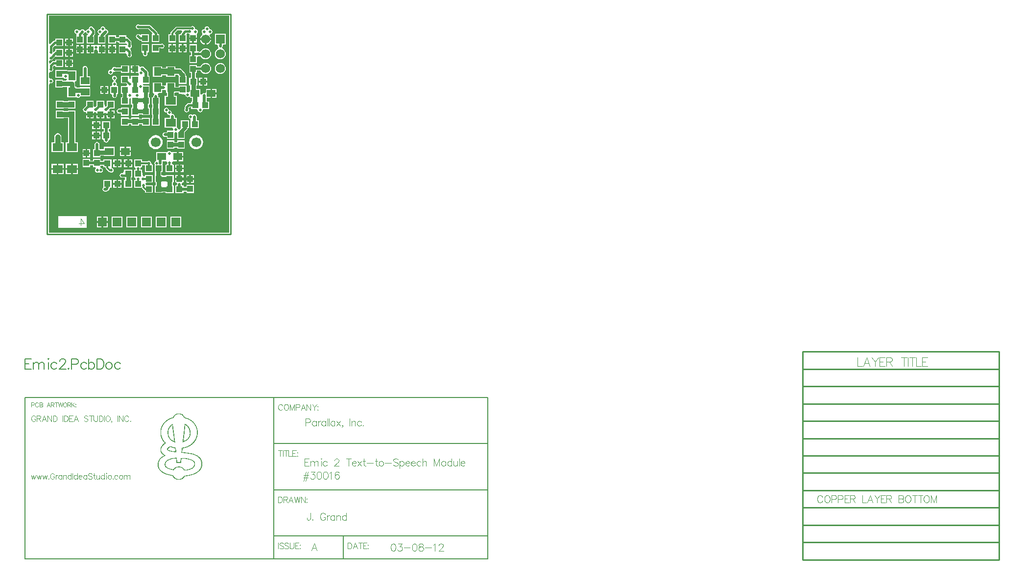
<source format=gbl>
G04 This is an RS-274x file exported by *
G04 gerbv version 2.10.0 *
G04 More information is available about gerbv at *
G04 https://gerbv.github.io/ *
G04 --End of header info--*
%MOIN*%
%FSLAX36Y36*%
%IPPOS*%
G04 --Define apertures--*
%ADD10O,0.0177X0.0551*%
%ADD11R,0.0512X0.0827*%
%ADD12O,0.0098X0.0610*%
%ADD13O,0.0610X0.0098*%
%ADD14R,0.0866X0.1102*%
%ADD15R,0.1102X0.1102*%
%ADD16R,0.0236X0.0374*%
%ADD17O,0.0551X0.0138*%
%ADD18R,0.0669X0.0413*%
%ADD19C,0.0350*%
%ADD20C,0.0200*%
%ADD21C,0.0120*%
%ADD22C,0.0080*%
%ADD23C,0.0150*%
%ADD24C,0.0140*%
%ADD25C,0.0100*%
%ADD26C,0.0049*%
%ADD27C,0.0079*%
%ADD28C,0.0669*%
%ADD29R,0.0620X0.0620*%
%ADD30C,0.0200*%
%ADD31C,0.0098*%
%ADD32C,0.0010*%
%ADD33C,0.0039*%
%ADD34C,0.0250*%
%ADD35R,0.0394X0.0433*%
%ADD36R,0.0433X0.0394*%
%ADD37R,0.0600X0.0500*%
%ADD38R,0.0500X0.0600*%
%ADD39R,0.0709X0.0551*%
%ADD40R,0.0591X0.0512*%
%ADD41R,0.0620X0.0620*%
%ADD42C,0.0620*%
%ADD43C,0.0300*%
%ADD44C,0.0400*%
%ADD45R,0.0370X0.1730*%
G04 --Start main section--*
G36*
G01X1238780Y0011220D02*
G01X0011220Y0011220D01*
G01X0011220Y1018640D01*
G01X0018470Y1029500D01*
G01X0018950Y1029890D01*
G01X0025000Y1028690D01*
G01X0031240Y1029930D01*
G01X0036530Y1033470D01*
G01X0040070Y1038760D01*
G01X0041310Y1045000D01*
G01X0040070Y1051240D01*
G01X0036530Y1056540D01*
G01X0031240Y1060070D01*
G01X0025000Y1061310D01*
G01X0018950Y1060110D01*
G01X0018470Y1060500D01*
G01X0011220Y1071360D01*
G01X0011220Y1097640D01*
G01X0018470Y1108500D01*
G01X0018950Y1108890D01*
G01X0025000Y1107690D01*
G01X0031240Y1108930D01*
G01X0036530Y1112470D01*
G01X0040070Y1117760D01*
G01X0041310Y1124000D01*
G01X0040070Y1130240D01*
G01X0038760Y1132200D01*
G01X0038760Y1143300D01*
G01X0045640Y1150180D01*
G01X0054880Y1146350D01*
G01X0054880Y1140320D01*
G01X0110190Y1140320D01*
G01X0110190Y1191680D01*
G01X0054880Y1191680D01*
G01X0054880Y1179760D01*
G01X0042000Y1179760D01*
G01X0036730Y1178720D01*
G01X0034940Y1177520D01*
G01X0032270Y1175730D01*
G01X0032270Y1175730D01*
G01X0020450Y1163920D01*
G01X0014370Y1166440D01*
G01X0011460Y1176010D01*
G01X0018470Y1186500D01*
G01X0018950Y1186890D01*
G01X0025000Y1185690D01*
G01X0031240Y1186930D01*
G01X0036530Y1190460D01*
G01X0040070Y1195760D01*
G01X0040530Y1198070D01*
G01X0054100Y1211640D01*
G01X0054880Y1211320D01*
G01X0054880Y1211320D01*
G01X0054880Y1211320D01*
G01X0110190Y1211320D01*
G01X0110190Y1262680D01*
G01X0054880Y1262680D01*
G01X0054880Y1249750D01*
G01X0054730Y1249720D01*
G01X0050270Y1246730D01*
G01X0044060Y1240530D01*
G01X0040070Y1248240D01*
G01X0040070Y1248240D01*
G01X0040070Y1248240D01*
G01X0040070Y1248240D01*
G01X0040070Y1248240D01*
G01X0040070Y1248240D01*
G01X0038880Y1250030D01*
G01X0038880Y1250030D01*
G01X0038760Y1250200D01*
G01X0038760Y1275300D01*
G01X0048450Y1284980D01*
G01X0054880Y1282320D01*
G01X0054880Y1282320D01*
G01X0054880Y1282320D01*
G01X0110190Y1282320D01*
G01X0110190Y1333690D01*
G01X0054880Y1333690D01*
G01X0054880Y1324650D01*
G01X0052000Y1321760D01*
G01X0052000Y1321760D01*
G01X0052000Y1321760D01*
G01X0052000Y1321760D01*
G01X0052000Y1321760D01*
G01X0052000Y1321760D01*
G01X0046730Y1320720D01*
G01X0042270Y1317730D01*
G01X0042270Y1317730D01*
G01X0020450Y1295920D01*
G01X0011220Y1299750D01*
G01X0011220Y1488780D01*
G01X1238780Y1488780D01*
G01X1238780Y0011220D01*
G37*
G36*
G01X1238780Y0011220D02*
G37*
%LPC*%
G36*
G01X0569000Y0559000D02*
G01X0539000Y0559000D01*
G01X0539000Y0534000D01*
G01X0569000Y0534000D01*
G01X0569000Y0559000D01*
G37*
G36*
G01X0569000Y0559000D02*
G37*
G36*
G01X0924000Y0560000D02*
G01X0894000Y0560000D01*
G01X0894000Y0535000D01*
G01X0924000Y0535000D01*
G01X0924000Y0560000D01*
G37*
G36*
G01X0924000Y0560000D02*
G37*
G36*
G01X0527000Y0559000D02*
G01X0497000Y0559000D01*
G01X0497000Y0534000D01*
G01X0527000Y0534000D01*
G01X0527000Y0559000D01*
G37*
G36*
G01X0527000Y0559000D02*
G37*
G36*
G01X0339000Y0629310D02*
G01X0332760Y0628070D01*
G01X0327460Y0624540D01*
G01X0323930Y0619240D01*
G01X0322690Y0613000D01*
G01X0322690Y0580120D01*
G01X0312310Y0580120D01*
G01X0312310Y0524810D01*
G01X0363690Y0524810D01*
G01X0363690Y0536130D01*
G01X0387000Y0536130D01*
G01X0387000Y0534000D01*
G01X0459000Y0534000D01*
G01X0459000Y0596000D01*
G01X0387000Y0596000D01*
G01X0387000Y0578950D01*
G01X0363690Y0578950D01*
G01X0363690Y0580120D01*
G01X0355310Y0580120D01*
G01X0355310Y0613000D01*
G01X0354070Y0619240D01*
G01X0350540Y0624540D01*
G01X0345240Y0628070D01*
G01X0339000Y0629310D01*
G37*
G36*
G01X0339000Y0629310D02*
G37*
G36*
G01X0261000Y0580120D02*
G01X0241320Y0580120D01*
G01X0241320Y0558460D01*
G01X0261000Y0558460D01*
G01X0261000Y0580120D01*
G37*
G36*
G01X0261000Y0580120D02*
G37*
G36*
G01X0072000Y0688960D02*
G01X0062830Y0687140D01*
G01X0055060Y0681940D01*
G01X0049860Y0674170D01*
G01X0048040Y0665000D01*
G01X0048040Y0628360D01*
G01X0029570Y0628360D01*
G01X0029570Y0561250D01*
G01X0112430Y0561250D01*
G01X0112430Y0628360D01*
G01X0095960Y0628360D01*
G01X0095960Y0665000D01*
G01X0094140Y0674170D01*
G01X0088940Y0681940D01*
G01X0081170Y0687140D01*
G01X0072000Y0688960D01*
G37*
G36*
G01X0072000Y0688960D02*
G37*
G36*
G01X0527000Y0596000D02*
G01X0497000Y0596000D01*
G01X0497000Y0571000D01*
G01X0527000Y0571000D01*
G01X0527000Y0596000D01*
G37*
G36*
G01X0527000Y0596000D02*
G37*
G36*
G01X0292690Y0580120D02*
G01X0273000Y0580120D01*
G01X0273000Y0558460D01*
G01X0292690Y0558460D01*
G01X0292690Y0580120D01*
G37*
G36*
G01X0292690Y0580120D02*
G37*
G36*
G01X0832000Y0567310D02*
G01X0825760Y0566070D01*
G01X0820470Y0562530D01*
G01X0818770Y0560000D01*
G01X0814000Y0560000D01*
G01X0814000Y0560000D01*
G01X0809590Y0560000D01*
G01X0809590Y0560000D01*
G01X0809590Y0560000D01*
G01X0742000Y0560000D01*
G01X0742000Y0500520D01*
G01X0739760Y0500070D01*
G01X0734470Y0496540D01*
G01X0730930Y0491240D01*
G01X0729690Y0485000D01*
G01X0730930Y0478760D01*
G01X0732630Y0476210D01*
G01X0731810Y0474690D01*
G01X0731810Y0474690D01*
G01X0731810Y0474690D01*
G01X0731810Y0423310D01*
G01X0733590Y0423310D01*
G01X0733590Y0403690D01*
G01X0731810Y0403690D01*
G01X0731810Y0352320D01*
G01X0738050Y0352320D01*
G01X0738050Y0333690D01*
G01X0731810Y0333690D01*
G01X0731810Y0282310D01*
G01X0787120Y0282310D01*
G01X0787120Y0286590D01*
G01X0805880Y0286590D01*
G01X0805880Y0281310D01*
G01X0861190Y0281310D01*
G01X0861190Y0332680D01*
G01X0854950Y0332680D01*
G01X0854950Y0352320D01*
G01X0861190Y0352320D01*
G01X0861190Y0403690D01*
G01X0805880Y0403690D01*
G01X0805880Y0399410D01*
G01X0787120Y0399410D01*
G01X0787120Y0403690D01*
G01X0776410Y0403690D01*
G01X0776410Y0423310D01*
G01X0787120Y0423310D01*
G01X0787120Y0474690D01*
G01X0786250Y0474690D01*
G01X0784070Y0478760D01*
G01X0785310Y0485000D01*
G01X0785310Y0498000D01*
G01X0811190Y0498000D01*
G01X0811190Y0498000D01*
G01X0811190Y0498000D01*
G01X0817540Y0490270D01*
G01X0816690Y0486000D01*
G01X0817400Y0482410D01*
G01X0811930Y0475750D01*
G01X0810340Y0474690D01*
G01X0805880Y0474690D01*
G01X0805880Y0423310D01*
G01X0861190Y0423310D01*
G01X0861190Y0474690D01*
G01X0855660Y0474690D01*
G01X0854070Y0475750D01*
G01X0848600Y0482410D01*
G01X0849310Y0486000D01*
G01X0848460Y0490270D01*
G01X0854810Y0498000D01*
G01X0854810Y0498000D01*
G01X0854810Y0498000D01*
G01X0882000Y0498000D01*
G01X0882000Y0529000D01*
G01X0882000Y0560000D01*
G01X0854400Y0560000D01*
G01X0854400Y0560000D01*
G01X0854400Y0560000D01*
G01X0852000Y0560000D01*
G01X0852000Y0560000D01*
G01X0845230Y0560000D01*
G01X0843540Y0562530D01*
G01X0838240Y0566070D01*
G01X0832000Y0567310D01*
G37*
G36*
G01X0832000Y0567310D02*
G37*
G36*
G01X0505120Y0509680D02*
G01X0483460Y0509680D01*
G01X0483460Y0490000D01*
G01X0505120Y0490000D01*
G01X0505120Y0509680D01*
G37*
G36*
G01X0505120Y0509680D02*
G37*
G36*
G01X0545540Y0509680D02*
G01X0523880Y0509680D01*
G01X0523880Y0490000D01*
G01X0545540Y0490000D01*
G01X0545540Y0509680D01*
G37*
G36*
G01X0545540Y0509680D02*
G37*
G36*
G01X0471460Y0509680D02*
G01X0449810Y0509680D01*
G01X0449810Y0490000D01*
G01X0471460Y0490000D01*
G01X0471460Y0509680D01*
G37*
G36*
G01X0471460Y0509680D02*
G37*
G36*
G01X0545540Y0478000D02*
G01X0523880Y0478000D01*
G01X0523880Y0458320D01*
G01X0545540Y0458320D01*
G01X0545540Y0478000D01*
G37*
G36*
G01X0545540Y0478000D02*
G37*
G36*
G01X0579190Y0478000D02*
G01X0557540Y0478000D01*
G01X0557540Y0458320D01*
G01X0579190Y0458320D01*
G01X0579190Y0478000D01*
G37*
G36*
G01X0579190Y0478000D02*
G37*
G36*
G01X0261000Y0546460D02*
G01X0241320Y0546460D01*
G01X0241320Y0524810D01*
G01X0261000Y0524810D01*
G01X0261000Y0546460D01*
G37*
G36*
G01X0261000Y0546460D02*
G37*
G36*
G01X0292690Y0546460D02*
G01X0273000Y0546460D01*
G01X0273000Y0524810D01*
G01X0292690Y0524810D01*
G01X0292690Y0546460D01*
G37*
G36*
G01X0292690Y0546460D02*
G37*
G36*
G01X0363690Y0513190D02*
G01X0312310Y0513190D01*
G01X0312310Y0501850D01*
G01X0292690Y0501850D01*
G01X0292690Y0513190D01*
G01X0241320Y0513190D01*
G01X0241320Y0457880D01*
G01X0292690Y0457880D01*
G01X0292690Y0469220D01*
G01X0312310Y0469220D01*
G01X0312310Y0457880D01*
G01X0327730Y0457880D01*
G01X0330630Y0448310D01*
G01X0329460Y0447540D01*
G01X0325930Y0442240D01*
G01X0324690Y0436000D01*
G01X0325930Y0429760D01*
G01X0329460Y0424470D01*
G01X0334760Y0420930D01*
G01X0341000Y0419690D01*
G01X0347240Y0420930D01*
G01X0352500Y0424440D01*
G01X0357760Y0420930D01*
G01X0364000Y0419690D01*
G01X0370240Y0420930D01*
G01X0375540Y0424470D01*
G01X0379070Y0429760D01*
G01X0380310Y0436000D01*
G01X0379070Y0442240D01*
G01X0375540Y0447540D01*
G01X0370240Y0451070D01*
G01X0364000Y0452310D01*
G01X0363690Y0457880D01*
G01X0363690Y0457880D01*
G01X0363690Y0457880D01*
G01X0363690Y0467690D01*
G01X0382880Y0467690D01*
G01X0382880Y0458320D01*
G01X0392450Y0458320D01*
G01X0398300Y0452460D01*
G01X0398300Y0452460D01*
G01X0398300Y0452460D01*
G01X0399230Y0447780D01*
G01X0401890Y0443810D01*
G01X0418350Y0427350D01*
G01X0422320Y0424700D01*
G01X0426300Y0423900D01*
G01X0430760Y0420930D01*
G01X0437000Y0419690D01*
G01X0443240Y0420930D01*
G01X0448530Y0424470D01*
G01X0452070Y0429760D01*
G01X0453310Y0436000D01*
G01X0452070Y0442240D01*
G01X0448530Y0447540D01*
G01X0443240Y0451070D01*
G01X0438190Y0452080D01*
G01X0438190Y0458320D01*
G01X0438190Y0458320D01*
G01X0438190Y0509680D01*
G01X0382880Y0509680D01*
G01X0382880Y0500310D01*
G01X0363690Y0500310D01*
G01X0363690Y0513190D01*
G37*
G36*
G01X0363690Y0513190D02*
G37*
G36*
G01X0579190Y0509680D02*
G01X0557540Y0509680D01*
G01X0557540Y0490000D01*
G01X0579190Y0490000D01*
G01X0579190Y0509680D01*
G37*
G36*
G01X0579190Y0509680D02*
G37*
G36*
G01X0924000Y0523000D02*
G01X0894000Y0523000D01*
G01X0894000Y0498000D01*
G01X0924000Y0498000D01*
G01X0924000Y0523000D01*
G37*
G36*
G01X0924000Y0523000D02*
G37*
G36*
G01X0328540Y0769680D02*
G01X0306880Y0769680D01*
G01X0306880Y0750000D01*
G01X0328540Y0750000D01*
G01X0328540Y0769680D01*
G37*
G36*
G01X0328540Y0769680D02*
G37*
G36*
G01X0362190Y0769680D02*
G01X0340540Y0769680D01*
G01X0340540Y0750000D01*
G01X0362190Y0750000D01*
G01X0362190Y0769680D01*
G37*
G36*
G01X0362190Y0769680D02*
G37*
G36*
G01X0362190Y0738000D02*
G01X0340540Y0738000D01*
G01X0340540Y0718320D01*
G01X0362190Y0718320D01*
G01X0362190Y0738000D01*
G37*
G36*
G01X0362190Y0738000D02*
G37*
G36*
G01X0812000Y0862310D02*
G01X0805760Y0861070D01*
G01X0800460Y0857540D01*
G01X0796930Y0852240D01*
G01X0795690Y0846000D01*
G01X0796930Y0839760D01*
G01X0800460Y0834470D01*
G01X0805760Y0830930D01*
G01X0812000Y0829690D01*
G01X0812000Y0829690D01*
G01X0812000Y0829690D01*
G01X0815690Y0829000D01*
G01X0815690Y0829000D01*
G01X0815690Y0829000D01*
G01X0816930Y0822760D01*
G01X0820470Y0817470D01*
G01X0825760Y0813930D01*
G01X0832000Y0812690D01*
G01X0832000Y0812690D01*
G01X0832000Y0812690D01*
G01X0835930Y0810240D01*
G01X0835930Y0810240D01*
G01X0835930Y0810240D01*
G01X0834690Y0804000D01*
G01X0834690Y0793750D01*
G01X0799570Y0793750D01*
G01X0799570Y0726640D01*
G01X0850360Y0726640D01*
G01X0856340Y0722640D01*
G01X0857810Y0712750D01*
G01X0852370Y0706120D01*
G01X0814320Y0706120D01*
G01X0814320Y0695310D01*
G01X0802000Y0695310D01*
G01X0795760Y0694070D01*
G01X0790460Y0690540D01*
G01X0786930Y0685240D01*
G01X0785690Y0679000D01*
G01X0786930Y0672760D01*
G01X0790460Y0667460D01*
G01X0795760Y0663930D01*
G01X0802000Y0662690D01*
G01X0814320Y0662690D01*
G01X0814320Y0650810D01*
G01X0865680Y0650810D01*
G01X0865680Y0691660D01*
G01X0873410Y0698000D01*
G01X0875000Y0697690D01*
G01X0877580Y0698200D01*
G01X0885320Y0691860D01*
G01X0885320Y0650810D01*
G01X0936690Y0650810D01*
G01X0936690Y0697010D01*
G01X0950870Y0711200D01*
G01X0954960Y0717320D01*
G01X0956400Y0724530D01*
G01X0956400Y0724530D01*
G01X0956400Y0724530D01*
G01X0956400Y0724530D01*
G01X0956400Y0724530D01*
G01X0956400Y0724530D01*
G01X0965190Y0725310D01*
G01X0965190Y0733330D01*
G01X0965190Y0733330D01*
G01X0965190Y0776680D01*
G01X0909880Y0776680D01*
G01X0909880Y0725310D01*
G01X0909880Y0725310D01*
G01X0909880Y0725310D01*
G01X0910400Y0724070D01*
G01X0900310Y0713980D01*
G01X0890740Y0716890D01*
G01X0890070Y0720240D01*
G01X0886530Y0725530D01*
G01X0882430Y0728280D01*
G01X0882430Y0793750D01*
G01X0867310Y0793750D01*
G01X0867310Y0804000D01*
G01X0866070Y0810240D01*
G01X0862530Y0815540D01*
G01X0857240Y0819070D01*
G01X0851000Y0820310D01*
G01X0851000Y0820310D01*
G01X0851000Y0820310D01*
G01X0847070Y0822760D01*
G01X0847070Y0822760D01*
G01X0848310Y0829000D01*
G01X0847070Y0835240D01*
G01X0843540Y0840530D01*
G01X0838240Y0844070D01*
G01X0832000Y0845310D01*
G01X0832000Y0845310D01*
G01X0832000Y0845310D01*
G01X0828310Y0846000D01*
G01X0828310Y0846000D01*
G01X0828310Y0846000D01*
G01X0827070Y0852240D01*
G01X0825880Y0854030D01*
G01X0825880Y0854030D01*
G01X0823540Y0857540D01*
G01X0823540Y0857540D01*
G01X0818240Y0861070D01*
G01X0812000Y0862310D01*
G37*
G36*
G01X0812000Y0862310D02*
G37*
G36*
G01X0624680Y0796180D02*
G01X0573320Y0796180D01*
G01X0573320Y0787860D01*
G01X0554680Y0787860D01*
G01X0554680Y0796180D01*
G01X0503310Y0796180D01*
G01X0503310Y0740870D01*
G01X0554680Y0740870D01*
G01X0554680Y0750140D01*
G01X0573320Y0750140D01*
G01X0573320Y0740870D01*
G01X0624680Y0740870D01*
G01X0624680Y0750140D01*
G01X0644880Y0750140D01*
G01X0644880Y0741320D01*
G01X0700190Y0741320D01*
G01X0700190Y0792680D01*
G01X0644880Y0792680D01*
G01X0644880Y0787860D01*
G01X0624680Y0787860D01*
G01X0624680Y0796180D01*
G37*
G36*
G01X0624680Y0796180D02*
G37*
G36*
G01X0356000Y0810540D02*
G01X0336320Y0810540D01*
G01X0336320Y0788880D01*
G01X0356000Y0788880D01*
G01X0356000Y0810540D01*
G37*
G36*
G01X0356000Y0810540D02*
G37*
G36*
G01X0387690Y0810540D02*
G01X0368000Y0810540D01*
G01X0368000Y0788880D01*
G01X0387690Y0788880D01*
G01X0387690Y0810540D01*
G37*
G36*
G01X0387690Y0810540D02*
G37*
G36*
G01X0285000Y0810540D02*
G01X0265310Y0810540D01*
G01X0265310Y0788880D01*
G01X0285000Y0788880D01*
G01X0285000Y0810540D01*
G37*
G36*
G01X0285000Y0810540D02*
G37*
G36*
G01X0316680Y0810540D02*
G01X0297000Y0810540D01*
G01X0297000Y0788880D01*
G01X0316680Y0788880D01*
G01X0316680Y0810540D01*
G37*
G36*
G01X0316680Y0810540D02*
G37*
G36*
G01X0328540Y0738000D02*
G01X0306880Y0738000D01*
G01X0306880Y0718320D01*
G01X0328540Y0718320D01*
G01X0328540Y0738000D01*
G37*
G36*
G01X0328540Y0738000D02*
G37*
G36*
G01X1014000Y0675910D02*
G01X1001600Y0674280D01*
G01X0990050Y0669490D01*
G01X0980120Y0661880D01*
G01X0972510Y0651960D01*
G01X0967720Y0640400D01*
G01X0966090Y0628000D01*
G01X0967720Y0615600D01*
G01X0972510Y0604040D01*
G01X0980120Y0594120D01*
G01X0990050Y0586510D01*
G01X1001600Y0581720D01*
G01X1014000Y0580090D01*
G01X1026400Y0581720D01*
G01X1037960Y0586510D01*
G01X1047880Y0594120D01*
G01X1055490Y0604040D01*
G01X1060280Y0615600D01*
G01X1061910Y0628000D01*
G01X1060280Y0640400D01*
G01X1055490Y0651960D01*
G01X1047880Y0661880D01*
G01X1037960Y0669490D01*
G01X1026400Y0674280D01*
G01X1014000Y0675910D01*
G37*
G36*
G01X1014000Y0675910D02*
G37*
G36*
G01X0865680Y0639190D02*
G01X0814320Y0639190D01*
G01X0814320Y0583880D01*
G01X0865680Y0583880D01*
G01X0865680Y0590670D01*
G01X0885320Y0590670D01*
G01X0885320Y0583880D01*
G01X0936690Y0583880D01*
G01X0936690Y0639190D01*
G01X0885320Y0639190D01*
G01X0885320Y0628400D01*
G01X0865680Y0628400D01*
G01X0865680Y0639190D01*
G37*
G36*
G01X0865680Y0639190D02*
G37*
G36*
G01X0569000Y0596000D02*
G01X0539000Y0596000D01*
G01X0539000Y0571000D01*
G01X0569000Y0571000D01*
G01X0569000Y0596000D01*
G37*
G36*
G01X0569000Y0596000D02*
G37*
G36*
G01X0738410Y0675910D02*
G01X0726010Y0674280D01*
G01X0714460Y0669490D01*
G01X0704530Y0661880D01*
G01X0696920Y0651960D01*
G01X0692130Y0640400D01*
G01X0690500Y0628000D01*
G01X0692130Y0615600D01*
G01X0696920Y0604040D01*
G01X0704530Y0594120D01*
G01X0714460Y0586510D01*
G01X0726010Y0581720D01*
G01X0738410Y0580090D01*
G01X0750810Y0581720D01*
G01X0762360Y0586510D01*
G01X0772290Y0594120D01*
G01X0779900Y0604040D01*
G01X0784690Y0615600D01*
G01X0786320Y0628000D01*
G01X0784690Y0640400D01*
G01X0779900Y0651960D01*
G01X0772290Y0661880D01*
G01X0762360Y0669490D01*
G01X0750810Y0674280D01*
G01X0738410Y0675910D01*
G37*
G36*
G01X0738410Y0675910D02*
G37*
G36*
G01X0429120Y0769680D02*
G01X0373810Y0769680D01*
G01X0373810Y0718320D01*
G01X0385150Y0718320D01*
G01X0385150Y0698680D01*
G01X0373810Y0698680D01*
G01X0373810Y0647320D01*
G01X0379370Y0647320D01*
G01X0385150Y0641540D01*
G01X0385150Y0641540D01*
G01X0385150Y0641540D01*
G01X0386390Y0635290D01*
G01X0389930Y0630000D01*
G01X0390460Y0629460D01*
G01X0395760Y0625930D01*
G01X0402000Y0624690D01*
G01X0408240Y0625930D01*
G01X0413530Y0629460D01*
G01X0417070Y0634760D01*
G01X0418310Y0641000D01*
G01X0418310Y0641000D01*
G01X0418310Y0641000D01*
G01X0418310Y0641000D01*
G01X0418310Y0641000D01*
G01X0418310Y0641000D01*
G01X0424120Y0647320D01*
G01X0429120Y0647320D01*
G01X0429120Y0698680D01*
G01X0424540Y0698680D01*
G01X0418200Y0706410D01*
G01X0418310Y0707000D01*
G01X0417780Y0709690D01*
G01X0417780Y0718320D01*
G01X0429120Y0718320D01*
G01X0429120Y0769680D01*
G37*
G36*
G01X0429120Y0769680D02*
G37*
G36*
G01X0328540Y0698680D02*
G01X0306880Y0698680D01*
G01X0306880Y0679000D01*
G01X0328540Y0679000D01*
G01X0328540Y0698680D01*
G37*
G36*
G01X0328540Y0698680D02*
G37*
G36*
G01X0362190Y0698680D02*
G01X0340540Y0698680D01*
G01X0340540Y0679000D01*
G01X0362190Y0679000D01*
G01X0362190Y0698680D01*
G37*
G36*
G01X0362190Y0698680D02*
G37*
G36*
G01X0328540Y0667000D02*
G01X0306880Y0667000D01*
G01X0306880Y0647320D01*
G01X0328540Y0647320D01*
G01X0328540Y0667000D01*
G37*
G36*
G01X0328540Y0667000D02*
G37*
G36*
G01X0362190Y0667000D02*
G01X0340540Y0667000D01*
G01X0340540Y0647320D01*
G01X0362190Y0647320D01*
G01X0362190Y0667000D01*
G37*
G36*
G01X0362190Y0667000D02*
G37*
G36*
G01X0471460Y0337000D02*
G01X0449810Y0337000D01*
G01X0449810Y0317320D01*
G01X0471460Y0317320D01*
G01X0471460Y0337000D01*
G37*
G36*
G01X0471460Y0337000D02*
G37*
G36*
G01X0505120Y0337000D02*
G01X0483460Y0337000D01*
G01X0483460Y0317320D01*
G01X0505120Y0317320D01*
G01X0505120Y0337000D01*
G37*
G36*
G01X0505120Y0337000D02*
G37*
G36*
G01X0928120Y0372000D02*
G01X0872810Y0372000D01*
G01X0872810Y0352320D01*
G01X0875840Y0352320D01*
G01X0881180Y0348740D01*
G01X0884600Y0344590D01*
G01X0883690Y0340000D01*
G01X0883690Y0332680D01*
G01X0872810Y0332680D01*
G01X0872810Y0281310D01*
G01X0928120Y0281310D01*
G01X0928120Y0290690D01*
G01X0947310Y0290690D01*
G01X0947310Y0281880D01*
G01X0998690Y0281880D01*
G01X0998690Y0337190D01*
G01X0947310Y0337190D01*
G01X0947310Y0323310D01*
G01X0928120Y0323310D01*
G01X0928120Y0332680D01*
G01X0916310Y0332680D01*
G01X0916310Y0340000D01*
G01X0915400Y0344590D01*
G01X0918820Y0348740D01*
G01X0924160Y0352320D01*
G01X0928120Y0352320D01*
G01X0928120Y0372000D01*
G37*
G36*
G01X0928120Y0372000D02*
G37*
G36*
G01X0438190Y0368690D02*
G01X0382880Y0368690D01*
G01X0382880Y0320480D01*
G01X0381460Y0319530D01*
G01X0377930Y0314240D01*
G01X0376690Y0308000D01*
G01X0377930Y0301760D01*
G01X0381460Y0296470D01*
G01X0386760Y0292930D01*
G01X0393000Y0291690D01*
G01X0403000Y0291690D01*
G01X0409240Y0292930D01*
G01X0414530Y0296470D01*
G01X0422070Y0304000D01*
G01X0425610Y0309290D01*
G01X0426850Y0315540D01*
G01X0426850Y0317320D01*
G01X0438190Y0317320D01*
G01X0438190Y0368690D01*
G37*
G36*
G01X0438190Y0368690D02*
G37*
G36*
G01X0967000Y0370460D02*
G01X0947310Y0370460D01*
G01X0947310Y0348810D01*
G01X0967000Y0348810D01*
G01X0967000Y0370460D01*
G37*
G36*
G01X0967000Y0370460D02*
G37*
G36*
G01X0505120Y0368690D02*
G01X0483460Y0368690D01*
G01X0483460Y0349000D01*
G01X0505120Y0349000D01*
G01X0505120Y0368690D01*
G37*
G36*
G01X0505120Y0368690D02*
G37*
G36*
G01X0967000Y0404120D02*
G01X0947310Y0404120D01*
G01X0947310Y0382460D01*
G01X0967000Y0382460D01*
G01X0967000Y0404120D01*
G37*
G36*
G01X0967000Y0404120D02*
G37*
G36*
G01X0998690Y0370460D02*
G01X0979000Y0370460D01*
G01X0979000Y0348810D01*
G01X0998690Y0348810D01*
G01X0998690Y0370460D01*
G37*
G36*
G01X0998690Y0370460D02*
G37*
G36*
G01X0471460Y0368690D02*
G01X0449810Y0368690D01*
G01X0449810Y0349000D01*
G01X0471460Y0349000D01*
G01X0471460Y0368690D01*
G37*
G36*
G01X0471460Y0368690D02*
G37*
G36*
G01X0412000Y0121000D02*
G01X0381000Y0121000D01*
G01X0381000Y0090000D01*
G01X0412000Y0090000D01*
G01X0412000Y0121000D01*
G37*
G36*
G01X0412000Y0121000D02*
G37*
G36*
G01X0412000Y0078000D02*
G01X0381000Y0078000D01*
G01X0381000Y0047000D01*
G01X0412000Y0047000D01*
G01X0412000Y0078000D01*
G37*
G36*
G01X0412000Y0078000D02*
G37*
G36*
G01X0512000Y0121000D02*
G01X0438000Y0121000D01*
G01X0438000Y0047000D01*
G01X0512000Y0047000D01*
G01X0512000Y0121000D01*
G37*
G36*
G01X0512000Y0121000D02*
G37*
G36*
G01X0268000Y0123000D02*
G01X0076000Y0123000D01*
G01X0076000Y0043000D01*
G01X0268000Y0043000D01*
G01X0268000Y0123000D01*
G37*
G36*
G01X0268000Y0123000D02*
G37*
G36*
G01X0369000Y0078000D02*
G01X0338000Y0078000D01*
G01X0338000Y0047000D01*
G01X0369000Y0047000D01*
G01X0369000Y0078000D01*
G37*
G36*
G01X0369000Y0078000D02*
G37*
G36*
G01X0612000Y0121000D02*
G01X0538000Y0121000D01*
G01X0538000Y0047000D01*
G01X0612000Y0047000D01*
G01X0612000Y0121000D01*
G37*
G36*
G01X0612000Y0121000D02*
G37*
G36*
G01X0912000Y0121000D02*
G01X0838000Y0121000D01*
G01X0838000Y0047000D01*
G01X0912000Y0047000D01*
G01X0912000Y0121000D01*
G37*
G36*
G01X0912000Y0121000D02*
G37*
G36*
G01X0369000Y0121000D02*
G01X0338000Y0121000D01*
G01X0338000Y0090000D01*
G01X0369000Y0090000D01*
G01X0369000Y0121000D01*
G37*
G36*
G01X0369000Y0121000D02*
G37*
G36*
G01X0712000Y0121000D02*
G01X0638000Y0121000D01*
G01X0638000Y0047000D01*
G01X0712000Y0047000D01*
G01X0712000Y0121000D01*
G37*
G36*
G01X0712000Y0121000D02*
G37*
G36*
G01X0812000Y0121000D02*
G01X0738000Y0121000D01*
G01X0738000Y0047000D01*
G01X0812000Y0047000D01*
G01X0812000Y0121000D01*
G37*
G36*
G01X0812000Y0121000D02*
G37*
G36*
G01X0209430Y0478750D02*
G01X0174000Y0478750D01*
G01X0174000Y0451200D01*
G01X0209430Y0451200D01*
G01X0209430Y0478750D01*
G37*
G36*
G01X0209430Y0478750D02*
G37*
G36*
G01X0065000Y0478760D02*
G01X0029570Y0478760D01*
G01X0029570Y0451200D01*
G01X0065000Y0451200D01*
G01X0065000Y0478760D01*
G37*
G36*
G01X0065000Y0478760D02*
G37*
G36*
G01X0928120Y0443000D02*
G01X0906460Y0443000D01*
G01X0906460Y0423310D01*
G01X0928120Y0423310D01*
G01X0928120Y0443000D01*
G37*
G36*
G01X0928120Y0443000D02*
G37*
G36*
G01X0162000Y0478750D02*
G01X0126570Y0478750D01*
G01X0126570Y0451200D01*
G01X0162000Y0451200D01*
G01X0162000Y0478750D01*
G37*
G36*
G01X0162000Y0478750D02*
G37*
G36*
G01X0112430Y0478760D02*
G01X0077000Y0478760D01*
G01X0077000Y0451200D01*
G01X0112430Y0451200D01*
G01X0112430Y0478760D01*
G37*
G36*
G01X0112430Y0478760D02*
G37*
G36*
G01X0471460Y0478000D02*
G01X0449810Y0478000D01*
G01X0449810Y0458320D01*
G01X0471460Y0458320D01*
G01X0471460Y0478000D01*
G37*
G36*
G01X0471460Y0478000D02*
G37*
G36*
G01X0505120Y0478000D02*
G01X0483460Y0478000D01*
G01X0483460Y0458320D01*
G01X0505120Y0458320D01*
G01X0505120Y0478000D01*
G37*
G36*
G01X0505120Y0478000D02*
G37*
G36*
G01X0894460Y0474690D02*
G01X0872810Y0474690D01*
G01X0872810Y0455000D01*
G01X0894460Y0455000D01*
G01X0894460Y0474690D01*
G37*
G36*
G01X0894460Y0474690D02*
G37*
G36*
G01X0928120Y0474690D02*
G01X0906460Y0474690D01*
G01X0906460Y0455000D01*
G01X0928120Y0455000D01*
G01X0928120Y0474690D01*
G37*
G36*
G01X0928120Y0474690D02*
G37*
G36*
G01X0894460Y0443000D02*
G01X0872810Y0443000D01*
G01X0872810Y0423310D01*
G01X0894460Y0423310D01*
G01X0894460Y0443000D01*
G37*
G36*
G01X0894460Y0443000D02*
G37*
G36*
G01X0928120Y0403690D02*
G01X0906460Y0403690D01*
G01X0906460Y0384000D01*
G01X0928120Y0384000D01*
G01X0928120Y0403690D01*
G37*
G36*
G01X0928120Y0403690D02*
G37*
G36*
G01X0162000Y0439200D02*
G01X0126570Y0439200D01*
G01X0126570Y0411640D01*
G01X0162000Y0411640D01*
G01X0162000Y0439200D01*
G37*
G36*
G01X0162000Y0439200D02*
G37*
G36*
G01X0998690Y0404120D02*
G01X0979000Y0404120D01*
G01X0979000Y0382460D01*
G01X0998690Y0382460D01*
G01X0998690Y0404120D01*
G37*
G36*
G01X0998690Y0404120D02*
G37*
G36*
G01X0894460Y0403690D02*
G01X0872810Y0403690D01*
G01X0872810Y0384000D01*
G01X0894460Y0384000D01*
G01X0894460Y0403690D01*
G37*
G36*
G01X0894460Y0403690D02*
G37*
G36*
G01X0209430Y0439200D02*
G01X0174000Y0439200D01*
G01X0174000Y0411640D01*
G01X0209430Y0411640D01*
G01X0209430Y0439200D01*
G37*
G36*
G01X0209430Y0439200D02*
G37*
G36*
G01X0579190Y0438680D02*
G01X0523880Y0438680D01*
G01X0523880Y0430000D01*
G01X0515240Y0417070D01*
G01X0509000Y0418310D01*
G01X0502760Y0417070D01*
G01X0497470Y0413530D01*
G01X0493930Y0408240D01*
G01X0492690Y0402000D01*
G01X0493930Y0395760D01*
G01X0497470Y0390460D01*
G01X0502760Y0386930D01*
G01X0509000Y0385690D01*
G01X0515240Y0386930D01*
G01X0517200Y0388240D01*
G01X0523880Y0388240D01*
G01X0523880Y0387320D01*
G01X0530130Y0387320D01*
G01X0530130Y0368690D01*
G01X0523880Y0368690D01*
G01X0523880Y0317320D01*
G01X0579190Y0317320D01*
G01X0579190Y0368690D01*
G01X0572950Y0368690D01*
G01X0572950Y0387320D01*
G01X0579190Y0387320D01*
G01X0579190Y0438680D01*
G37*
G36*
G01X0579190Y0438680D02*
G37*
G36*
G01X0646120Y0509680D02*
G01X0590810Y0509680D01*
G01X0590810Y0458320D01*
G01X0593840Y0458320D01*
G01X0599180Y0454740D01*
G01X0602600Y0450590D01*
G01X0601690Y0446000D01*
G01X0601690Y0446000D01*
G01X0601690Y0446000D01*
G01X0601690Y0446000D01*
G01X0601690Y0446000D01*
G01X0601690Y0446000D01*
G01X0601690Y0446000D01*
G01X0602360Y0438680D01*
G01X0590810Y0438680D01*
G01X0590810Y0387320D01*
G01X0596060Y0387320D01*
G01X0602400Y0379580D01*
G01X0601690Y0376000D01*
G01X0601690Y0376000D01*
G01X0601690Y0376000D01*
G01X0601690Y0376000D01*
G01X0601690Y0376000D01*
G01X0601690Y0376000D01*
G01X0601690Y0376000D01*
G01X0602360Y0368690D01*
G01X0590810Y0368690D01*
G01X0590810Y0317320D01*
G01X0644280Y0317320D01*
G01X0644750Y0314930D01*
G01X0647630Y0310630D01*
G01X0647630Y0310630D01*
G01X0647630Y0310630D01*
G01X0659630Y0298630D01*
G01X0663930Y0295750D01*
G01X0664880Y0295560D01*
G01X0664880Y0282310D01*
G01X0720190Y0282310D01*
G01X0720190Y0333690D01*
G01X0673180Y0333690D01*
G01X0672070Y0339240D01*
G01X0669230Y0343500D01*
G01X0673940Y0352320D01*
G01X0720190Y0352320D01*
G01X0720190Y0403690D01*
G01X0664880Y0403690D01*
G01X0664880Y0400020D01*
G01X0661880Y0395530D01*
G01X0661070Y0394870D01*
G01X0651660Y0398240D01*
G01X0646120Y0426090D01*
G01X0646120Y0438680D01*
G01X0633640Y0438680D01*
G01X0634310Y0446000D01*
G01X0634310Y0446000D01*
G01X0634310Y0446000D01*
G01X0634310Y0446000D01*
G01X0634310Y0446000D01*
G01X0634310Y0446000D01*
G01X0634310Y0446000D01*
G01X0633400Y0450590D01*
G01X0636820Y0454740D01*
G01X0642160Y0458320D01*
G01X0646120Y0458320D01*
G01X0646120Y0470740D01*
G01X0664880Y0470740D01*
G01X0664880Y0423310D01*
G01X0720190Y0423310D01*
G01X0720190Y0474690D01*
G01X0714340Y0474690D01*
G01X0708000Y0482410D01*
G01X0708310Y0484000D01*
G01X0707070Y0490240D01*
G01X0703540Y0495530D01*
G01X0698240Y0499070D01*
G01X0692000Y0500310D01*
G01X0685760Y0499070D01*
G01X0683040Y0497250D01*
G01X0646120Y0497250D01*
G01X0646120Y0509680D01*
G37*
G36*
G01X0646120Y0509680D02*
G37*
G36*
G01X0065000Y0439200D02*
G01X0029570Y0439200D01*
G01X0029570Y0411640D01*
G01X0065000Y0411640D01*
G01X0065000Y0439200D01*
G37*
G36*
G01X0065000Y0439200D02*
G37*
G36*
G01X0112430Y0439200D02*
G01X0077000Y0439200D01*
G01X0077000Y0411640D01*
G01X0112430Y0411640D01*
G01X0112430Y0439200D01*
G37*
G36*
G01X0112430Y0439200D02*
G37*
G36*
G01X0248690Y1289190D02*
G01X0229000Y1289190D01*
G01X0229000Y1267540D01*
G01X0248690Y1267540D01*
G01X0248690Y1289190D01*
G37*
G36*
G01X0248690Y1289190D02*
G37*
G36*
G01X0288000Y1289190D02*
G01X0268310Y1289190D01*
G01X0268310Y1267540D01*
G01X0288000Y1267540D01*
G01X0288000Y1289190D01*
G37*
G36*
G01X0288000Y1289190D02*
G37*
G36*
G01X0177120Y1262680D02*
G01X0155460Y1262680D01*
G01X0155460Y1243000D01*
G01X0177120Y1243000D01*
G01X0177120Y1262680D01*
G37*
G36*
G01X0177120Y1262680D02*
G37*
G36*
G01X0217000Y1289190D02*
G01X0197320Y1289190D01*
G01X0197320Y1267540D01*
G01X0217000Y1267540D01*
G01X0217000Y1289190D01*
G37*
G36*
G01X0217000Y1289190D02*
G37*
G36*
G01X0396690Y1289190D02*
G01X0377000Y1289190D01*
G01X0377000Y1267540D01*
G01X0396690Y1267540D01*
G01X0396690Y1289190D01*
G37*
G36*
G01X0396690Y1289190D02*
G37*
G36*
G01X0845000Y1296190D02*
G01X0825310Y1296190D01*
G01X0825310Y1274540D01*
G01X0845000Y1274540D01*
G01X0845000Y1296190D01*
G37*
G36*
G01X0845000Y1296190D02*
G37*
G36*
G01X0876690Y1296190D02*
G01X0857000Y1296190D01*
G01X0857000Y1274540D01*
G01X0876690Y1274540D01*
G01X0876690Y1296190D01*
G37*
G36*
G01X0876690Y1296190D02*
G37*
G36*
G01X0436000Y1289190D02*
G01X0416310Y1289190D01*
G01X0416310Y1267540D01*
G01X0436000Y1267540D01*
G01X0436000Y1289190D01*
G37*
G36*
G01X0436000Y1289190D02*
G37*
G36*
G01X0467690Y1289190D02*
G01X0448000Y1289190D01*
G01X0448000Y1267540D01*
G01X0467690Y1267540D01*
G01X0467690Y1289190D01*
G37*
G36*
G01X0467690Y1289190D02*
G37*
G36*
G01X0143460Y1262680D02*
G01X0121810Y1262680D01*
G01X0121810Y1243000D01*
G01X0143460Y1243000D01*
G01X0143460Y1262680D01*
G37*
G36*
G01X0143460Y1262680D02*
G37*
G36*
G01X0396690Y1255540D02*
G01X0377000Y1255540D01*
G01X0377000Y1233880D01*
G01X0396690Y1233880D01*
G01X0396690Y1255540D01*
G37*
G36*
G01X0396690Y1255540D02*
G37*
G36*
G01X0436000Y1255540D02*
G01X0416310Y1255540D01*
G01X0416310Y1233880D01*
G01X0436000Y1233880D01*
G01X0436000Y1255540D01*
G37*
G36*
G01X0436000Y1255540D02*
G37*
G36*
G01X0248690Y1255540D02*
G01X0229000Y1255540D01*
G01X0229000Y1233880D01*
G01X0248690Y1233880D01*
G01X0248690Y1255540D01*
G37*
G36*
G01X0248690Y1255540D02*
G37*
G36*
G01X0288000Y1255540D02*
G01X0268310Y1255540D01*
G01X0268310Y1233880D01*
G01X0288000Y1233880D01*
G01X0288000Y1255540D01*
G37*
G36*
G01X0288000Y1255540D02*
G37*
G36*
G01X0467690Y1255540D02*
G01X0448000Y1255540D01*
G01X0448000Y1233880D01*
G01X0467690Y1233880D01*
G01X0467690Y1255540D01*
G37*
G36*
G01X0467690Y1255540D02*
G37*
G36*
G01X0916000Y1262540D02*
G01X0896310Y1262540D01*
G01X0896310Y1240880D01*
G01X0916000Y1240880D01*
G01X0916000Y1262540D01*
G37*
G36*
G01X0916000Y1262540D02*
G37*
G36*
G01X0947690Y1262540D02*
G01X0928000Y1262540D01*
G01X0928000Y1240880D01*
G01X0947690Y1240880D01*
G01X0947690Y1262540D01*
G37*
G36*
G01X0947690Y1262540D02*
G37*
G36*
G01X0845000Y1262540D02*
G01X0825310Y1262540D01*
G01X0825310Y1240880D01*
G01X0845000Y1240880D01*
G01X0845000Y1262540D01*
G37*
G36*
G01X0845000Y1262540D02*
G37*
G36*
G01X0876690Y1262540D02*
G01X0857000Y1262540D01*
G01X0857000Y1240880D01*
G01X0876690Y1240880D01*
G01X0876690Y1262540D01*
G37*
G36*
G01X0876690Y1262540D02*
G37*
G36*
G01X0620000Y1430310D02*
G01X0613760Y1429070D01*
G01X0608470Y1425530D01*
G01X0604930Y1420240D01*
G01X0603690Y1414000D01*
G01X0604930Y1407760D01*
G01X0608470Y1402460D01*
G01X0613760Y1398930D01*
G01X0620000Y1397690D01*
G01X0626240Y1398930D01*
G01X0628200Y1400240D01*
G01X0687300Y1400240D01*
G01X0715570Y1371970D01*
G01X0712320Y1364120D01*
G01X0712320Y1364120D01*
G01X0712320Y1364120D01*
G01X0712320Y1308810D01*
G01X0763680Y1308810D01*
G01X0763680Y1364120D01*
G01X0756650Y1364120D01*
G01X0751770Y1369000D01*
G01X0751770Y1369000D01*
G01X0751760Y1369000D01*
G01X0750720Y1374270D01*
G01X0749710Y1375770D01*
G01X0749710Y1375770D01*
G01X0747730Y1378730D01*
G01X0747730Y1378730D01*
G01X0747730Y1378730D01*
G01X0702730Y1423730D01*
G01X0698270Y1426720D01*
G01X0693000Y1427760D01*
G01X0628200Y1427760D01*
G01X0626240Y1429070D01*
G01X0620000Y1430310D01*
G37*
G36*
G01X0620000Y1430310D02*
G37*
G36*
G01X0143460Y1333690D02*
G01X0121810Y1333690D01*
G01X0121810Y1314000D01*
G01X0143460Y1314000D01*
G01X0143460Y1333690D01*
G37*
G36*
G01X0143460Y1333690D02*
G37*
G36*
G01X1018680Y1329460D02*
G01X0999000Y1329460D01*
G01X0999000Y1307810D01*
G01X1018680Y1307810D01*
G01X1018680Y1329460D01*
G37*
G36*
G01X1018680Y1329460D02*
G37*
G36*
G01X0620000Y1365310D02*
G01X0613760Y1364070D01*
G01X0608470Y1360540D01*
G01X0604930Y1355240D01*
G01X0603690Y1349000D01*
G01X0604930Y1342760D01*
G01X0608470Y1337470D01*
G01X0613760Y1333930D01*
G01X0616070Y1333470D01*
G01X0623800Y1325730D01*
G01X0628270Y1322750D01*
G01X0633540Y1321700D01*
G01X0641310Y1321700D01*
G01X0641310Y1308810D01*
G01X0692690Y1308810D01*
G01X0692690Y1364120D01*
G01X0641310Y1364120D01*
G01X0641310Y1363120D01*
G01X0631750Y1360220D01*
G01X0631530Y1360540D01*
G01X0626240Y1364070D01*
G01X0620000Y1365310D01*
G37*
G36*
G01X0620000Y1365310D02*
G37*
G36*
G01X0177120Y1333690D02*
G01X0155460Y1333690D01*
G01X0155460Y1314000D01*
G01X0177120Y1314000D01*
G01X0177120Y1333690D01*
G37*
G36*
G01X0177120Y1333690D02*
G37*
G36*
G01X0538690Y1356120D02*
G01X0487310Y1356120D01*
G01X0487310Y1344780D01*
G01X0467690Y1344780D01*
G01X0467690Y1356120D01*
G01X0416310Y1356120D01*
G01X0416310Y1300810D01*
G01X0467690Y1300810D01*
G01X0467690Y1312150D01*
G01X0475670Y1312150D01*
G01X0478000Y1311690D01*
G01X0479580Y1312000D01*
G01X0487310Y1305660D01*
G01X0487310Y1300810D01*
G01X0538690Y1300810D01*
G01X0538690Y1300810D01*
G01X0538690Y1300810D01*
G01X0545240Y1294260D01*
G01X0545240Y1291200D01*
G01X0543930Y1289240D01*
G01X0543920Y1289190D01*
G01X0538690Y1289190D01*
G01X0538690Y1289190D01*
G01X0487310Y1289190D01*
G01X0487310Y1233880D01*
G01X0537170Y1233880D01*
G01X0543510Y1226150D01*
G01X0542690Y1222000D01*
G01X0543930Y1215760D01*
G01X0547470Y1210460D01*
G01X0552760Y1206930D01*
G01X0559000Y1205690D01*
G01X0565240Y1206930D01*
G01X0570540Y1210460D01*
G01X0574070Y1215760D01*
G01X0575310Y1222000D01*
G01X0574070Y1228240D01*
G01X0572760Y1230200D01*
G01X0572760Y1245000D01*
G01X0571720Y1250270D01*
G01X0570520Y1252060D01*
G01X0568730Y1254730D01*
G01X0568730Y1254730D01*
G01X0567650Y1255810D01*
G01X0565700Y1265620D01*
G01X0565980Y1268420D01*
G01X0570540Y1271460D01*
G01X0574070Y1276760D01*
G01X0575310Y1283000D01*
G01X0574070Y1289240D01*
G01X0572760Y1291200D01*
G01X0572760Y1312000D01*
G01X0571720Y1317270D01*
G01X0568730Y1321730D01*
G01X0552270Y1338200D01*
G01X0547800Y1341180D01*
G01X0542540Y1342230D01*
G01X0538690Y1342230D01*
G01X0538690Y1356120D01*
G37*
G36*
G01X0538690Y1356120D02*
G37*
G36*
G01X0299000Y1418310D02*
G01X0292760Y1417070D01*
G01X0287470Y1413530D01*
G01X0283930Y1408240D01*
G01X0282690Y1402000D01*
G01X0282850Y1401170D01*
G01X0280000Y1398310D01*
G01X0273760Y1397070D01*
G01X0268470Y1393540D01*
G01X0265000Y1388350D01*
G01X0255000Y1388350D01*
G01X0251530Y1393540D01*
G01X0246240Y1397070D01*
G01X0240000Y1398310D01*
G01X0233760Y1397070D01*
G01X0228470Y1393540D01*
G01X0226000Y1389850D01*
G01X0216000Y1389850D01*
G01X0213530Y1393540D01*
G01X0208240Y1397070D01*
G01X0202000Y1398310D01*
G01X0195760Y1397070D01*
G01X0190470Y1393540D01*
G01X0186930Y1388240D01*
G01X0185690Y1382000D01*
G01X0186930Y1375760D01*
G01X0190470Y1370470D01*
G01X0195760Y1366930D01*
G01X0200080Y1366070D01*
G01X0199090Y1356120D01*
G01X0197320Y1356120D01*
G01X0197320Y1300810D01*
G01X0248690Y1300810D01*
G01X0248690Y1356120D01*
G01X0246650Y1356120D01*
G01X0242820Y1365360D01*
G01X0246240Y1366930D01*
G01X0246240Y1366930D01*
G01X0251530Y1370470D01*
G01X0255000Y1375650D01*
G01X0265000Y1375650D01*
G01X0268470Y1370470D01*
G01X0273760Y1366930D01*
G01X0277860Y1366110D01*
G01X0278040Y1365690D01*
G01X0277090Y1356120D01*
G01X0268310Y1356120D01*
G01X0268310Y1300810D01*
G01X0319690Y1300810D01*
G01X0319690Y1356120D01*
G01X0319690Y1356120D01*
G01X0319690Y1356120D01*
G01X0319360Y1356900D01*
G01X0322730Y1360270D01*
G01X0322730Y1360270D01*
G01X0325720Y1364730D01*
G01X0326770Y1370000D01*
G01X0326760Y1370000D01*
G01X0326760Y1388000D01*
G01X0325720Y1393270D01*
G01X0322730Y1397730D01*
G01X0314530Y1405940D01*
G01X0314070Y1408240D01*
G01X0310540Y1413530D01*
G01X0305240Y1417070D01*
G01X0299000Y1418310D01*
G37*
G36*
G01X0299000Y1418310D02*
G37*
G36*
G01X1088000Y1418310D02*
G01X1081760Y1417070D01*
G01X1076470Y1413530D01*
G01X1072930Y1408240D01*
G01X1071690Y1402000D01*
G01X1068000Y1398310D01*
G01X1061760Y1397070D01*
G01X1056470Y1393540D01*
G01X1052930Y1388240D01*
G01X1051690Y1382000D01*
G01X1052930Y1375760D01*
G01X1056470Y1370470D01*
G01X1056540Y1370410D01*
G01X1056870Y1360420D01*
G01X1051610Y1356390D01*
G01X1045680Y1348660D01*
G01X1041950Y1339660D01*
G01X1041470Y1336000D01*
G01X1114530Y1336000D01*
G01X1114050Y1339660D01*
G01X1110320Y1348660D01*
G01X1105110Y1355450D01*
G01X1108630Y1364810D01*
G01X1114240Y1365930D01*
G01X1119530Y1369460D01*
G01X1123070Y1374760D01*
G01X1124310Y1381000D01*
G01X1123070Y1387240D01*
G01X1119530Y1392530D01*
G01X1114240Y1396070D01*
G01X1108000Y1397310D01*
G01X1104150Y1401170D01*
G01X1104310Y1402000D01*
G01X1103070Y1408240D01*
G01X1099530Y1413530D01*
G01X1094240Y1417070D01*
G01X1088000Y1418310D01*
G37*
G36*
G01X1088000Y1418310D02*
G37*
G36*
G01X0990000Y1419310D02*
G01X0983760Y1418070D01*
G01X0979510Y1415240D01*
G01X0882000Y1415240D01*
G01X0877320Y1414300D01*
G01X0873350Y1411650D01*
G01X0842350Y1380650D01*
G01X0839700Y1376680D01*
G01X0838770Y1372000D01*
G01X0838770Y1363120D01*
G01X0825310Y1363120D01*
G01X0825310Y1307810D01*
G01X0876690Y1307810D01*
G01X0876690Y1363120D01*
G01X0872490Y1363120D01*
G01X0868660Y1372360D01*
G01X0887070Y1390760D01*
G01X0915230Y1390760D01*
G01X0919060Y1381530D01*
G01X0912270Y1374730D01*
G01X0909280Y1370270D01*
G01X0908240Y1365000D01*
G01X0908240Y1363120D01*
G01X0896310Y1363120D01*
G01X0896310Y1307810D01*
G01X0947690Y1307810D01*
G01X0947690Y1363120D01*
G01X0947690Y1363120D01*
G01X0947690Y1363120D01*
G01X0947690Y1363120D01*
G01X0947690Y1363120D01*
G01X0947690Y1363120D01*
G01X0947690Y1363120D01*
G01X0947690Y1363120D01*
G01X0953800Y1369240D01*
G01X0961800Y1369240D01*
G01X0963760Y1367930D01*
G01X0967320Y1367220D01*
G01X0967320Y1363120D01*
G01X0967320Y1363120D01*
G01X0967320Y1341460D01*
G01X1018680Y1341460D01*
G01X1018680Y1359530D01*
G01X1018680Y1359530D01*
G01X1018680Y1359530D01*
G01X1018680Y1363120D01*
G01X1018680Y1363120D01*
G01X1018680Y1368560D01*
G01X1021540Y1370470D01*
G01X1025070Y1375760D01*
G01X1026310Y1382000D01*
G01X1025070Y1388240D01*
G01X1021540Y1393540D01*
G01X1016240Y1397070D01*
G01X1010000Y1398310D01*
G01X1006150Y1402170D01*
G01X1006310Y1403000D01*
G01X1005070Y1409240D01*
G01X1001540Y1414540D01*
G01X0996240Y1418070D01*
G01X0990000Y1419310D01*
G37*
G36*
G01X0990000Y1419310D02*
G37*
G36*
G01X0987000Y1329460D02*
G01X0967320Y1329460D01*
G01X0967320Y1307810D01*
G01X0987000Y1307810D01*
G01X0987000Y1329460D01*
G37*
G36*
G01X0987000Y1329460D02*
G37*
G36*
G01X0143460Y1302000D02*
G01X0121810Y1302000D01*
G01X0121810Y1282320D01*
G01X0143460Y1282320D01*
G01X0143460Y1302000D01*
G37*
G36*
G01X0143460Y1302000D02*
G37*
G36*
G01X0177120Y1302000D02*
G01X0155460Y1302000D01*
G01X0155460Y1282320D01*
G01X0177120Y1282320D01*
G01X0177120Y1302000D01*
G37*
G36*
G01X0177120Y1302000D02*
G37*
G36*
G01X0916000Y1296190D02*
G01X0896310Y1296190D01*
G01X0896310Y1274540D01*
G01X0916000Y1274540D01*
G01X0916000Y1296190D01*
G37*
G36*
G01X0916000Y1296190D02*
G37*
G36*
G01X0947690Y1296190D02*
G01X0928000Y1296190D01*
G01X0928000Y1274540D01*
G01X0947690Y1274540D01*
G01X0947690Y1296190D01*
G37*
G36*
G01X0947690Y1296190D02*
G37*
G36*
G01X0332000Y1291310D02*
G01X0325760Y1290070D01*
G01X0324440Y1289190D01*
G01X0319690Y1289190D01*
G01X0319690Y1289190D01*
G01X0300000Y1289190D01*
G01X0300000Y1261540D01*
G01X0300000Y1233880D01*
G01X0319690Y1233880D01*
G01X0319690Y1250840D01*
G01X0323260Y1256190D01*
G01X0327410Y1259600D01*
G01X0332000Y1258690D01*
G01X0337590Y1259800D01*
G01X0339240Y1258440D01*
G01X0345320Y1249340D01*
G01X0345320Y1233880D01*
G01X0365000Y1233880D01*
G01X0365000Y1261540D01*
G01X0365000Y1289190D01*
G01X0345320Y1289190D01*
G01X0345320Y1289190D01*
G01X0339560Y1289190D01*
G01X0338240Y1290070D01*
G01X0332000Y1291310D01*
G37*
G36*
G01X0332000Y1291310D02*
G37*
G36*
G01X0781000Y1299310D02*
G01X0774760Y1298070D01*
G01X0772800Y1296760D01*
G01X0763680Y1296760D01*
G01X0763680Y1297190D01*
G01X0712320Y1297190D01*
G01X0712320Y1241880D01*
G01X0763680Y1241880D01*
G01X0763680Y1269240D01*
G01X0772800Y1269240D01*
G01X0774760Y1267930D01*
G01X0781000Y1266690D01*
G01X0787240Y1267930D01*
G01X0792540Y1271460D01*
G01X0796070Y1276760D01*
G01X0797310Y1283000D01*
G01X0796070Y1289240D01*
G01X0792540Y1294540D01*
G01X0787240Y1298070D01*
G01X0781000Y1299310D01*
G37*
G36*
G01X0781000Y1299310D02*
G37*
G36*
G01X0379000Y1418310D02*
G01X0372760Y1417070D01*
G01X0367460Y1413530D01*
G01X0363930Y1408240D01*
G01X0362690Y1402000D01*
G01X0359000Y1398310D01*
G01X0352760Y1397070D01*
G01X0347470Y1393540D01*
G01X0343930Y1388240D01*
G01X0342690Y1382000D01*
G01X0343930Y1375760D01*
G01X0347470Y1370470D01*
G01X0352760Y1366930D01*
G01X0352760Y1366930D01*
G01X0352760Y1366930D01*
G01X0353470Y1366670D01*
G01X0354840Y1362520D01*
G01X0353730Y1356120D01*
G01X0345320Y1356120D01*
G01X0345320Y1300810D01*
G01X0396690Y1300810D01*
G01X0396690Y1355610D01*
G01X0410540Y1369460D01*
G01X0414070Y1374760D01*
G01X0415310Y1381000D01*
G01X0414070Y1387240D01*
G01X0410540Y1392530D01*
G01X0405240Y1396070D01*
G01X0399000Y1397310D01*
G01X0395150Y1401170D01*
G01X0395310Y1402000D01*
G01X0394070Y1408240D01*
G01X0390530Y1413530D01*
G01X0385240Y1417070D01*
G01X0379000Y1418310D01*
G37*
G36*
G01X0379000Y1418310D02*
G37*
G36*
G01X1072000Y1324000D02*
G01X1041470Y1324000D01*
G01X1041950Y1320340D01*
G01X1045680Y1311340D01*
G01X1051610Y1303610D01*
G01X1059340Y1297680D01*
G01X1068340Y1293950D01*
G01X1072000Y1293470D01*
G01X1072000Y1324000D01*
G37*
G36*
G01X1072000Y1324000D02*
G37*
G36*
G01X1114530Y1324000D02*
G01X1084000Y1324000D01*
G01X1084000Y1293470D01*
G01X1087660Y1293950D01*
G01X1096660Y1297680D01*
G01X1104390Y1303610D01*
G01X1110320Y1311340D01*
G01X1114050Y1320340D01*
G01X1114530Y1324000D01*
G37*
G36*
G01X1114530Y1324000D02*
G37*
G36*
G01X1153000Y0991000D02*
G01X1123000Y0991000D01*
G01X1123000Y0966000D01*
G01X1153000Y0966000D01*
G01X1153000Y0991000D01*
G37*
G36*
G01X1153000Y0991000D02*
G37*
G36*
G01X0382540Y1008680D02*
G01X0360880Y1008680D01*
G01X0360880Y0989000D01*
G01X0382540Y0989000D01*
G01X0382540Y1008680D01*
G37*
G36*
G01X0382540Y1008680D02*
G37*
G36*
G01X0382540Y0977000D02*
G01X0360880Y0977000D01*
G01X0360880Y0957320D01*
G01X0382540Y0957320D01*
G01X0382540Y0977000D01*
G37*
G36*
G01X0382540Y0977000D02*
G37*
G36*
G01X0416190Y0977000D02*
G01X0394540Y0977000D01*
G01X0394540Y0957320D01*
G01X0416190Y0957320D01*
G01X0416190Y0977000D01*
G37*
G36*
G01X0416190Y0977000D02*
G37*
G36*
G01X0416190Y1008680D02*
G01X0394540Y1008680D01*
G01X0394540Y0989000D01*
G01X0416190Y0989000D01*
G01X0416190Y1008680D01*
G37*
G36*
G01X0416190Y1008680D02*
G37*
G36*
G01X0258000Y1147310D02*
G01X0251760Y1146070D01*
G01X0246460Y1142530D01*
G01X0242930Y1137240D01*
G01X0241690Y1131000D01*
G01X0241690Y1107000D01*
G01X0241690Y1077990D01*
G01X0222470Y1077990D01*
G01X0222470Y1014810D01*
G01X0293530Y1014810D01*
G01X0293530Y1077990D01*
G01X0274310Y1077990D01*
G01X0274310Y1107000D01*
G01X0274310Y1131000D01*
G01X0273070Y1137240D01*
G01X0269540Y1142530D01*
G01X0264240Y1146070D01*
G01X0258000Y1147310D01*
G37*
G36*
G01X0258000Y1147310D02*
G37*
G36*
G01X1055460Y1065690D02*
G01X1033810Y1065690D01*
G01X1033810Y1046000D01*
G01X1055460Y1046000D01*
G01X1055460Y1065690D01*
G37*
G36*
G01X1055460Y1065690D02*
G37*
G36*
G01X1055460Y1034000D02*
G01X1033810Y1034000D01*
G01X1033810Y1014320D01*
G01X1055460Y1014320D01*
G01X1055460Y1034000D01*
G37*
G36*
G01X1055460Y1034000D02*
G37*
G36*
G01X1089120Y1034000D02*
G01X1067460Y1034000D01*
G01X1067460Y1014320D01*
G01X1089120Y1014320D01*
G01X1089120Y1034000D01*
G37*
G36*
G01X1089120Y1034000D02*
G37*
G36*
G01X1153000Y0954000D02*
G01X1123000Y0954000D01*
G01X1123000Y0929000D01*
G01X1153000Y0929000D01*
G01X1153000Y0954000D01*
G37*
G36*
G01X1153000Y0954000D02*
G37*
G36*
G01X0554680Y0863110D02*
G01X0503310Y0863110D01*
G01X0503310Y0856310D01*
G01X0490000Y0856310D01*
G01X0483760Y0855070D01*
G01X0478460Y0851540D01*
G01X0474930Y0846240D01*
G01X0473690Y0840000D01*
G01X0474930Y0833760D01*
G01X0478460Y0828460D01*
G01X0483760Y0824930D01*
G01X0490000Y0823690D01*
G01X0503310Y0823690D01*
G01X0503310Y0807800D01*
G01X0554680Y0807800D01*
G01X0554680Y0863110D01*
G37*
G36*
G01X0554680Y0863110D02*
G37*
G36*
G01X1001000Y0818310D02*
G01X0994760Y0817070D01*
G01X0989460Y0813530D01*
G01X0988530Y0813530D01*
G01X0983240Y0817070D01*
G01X0977000Y0818310D01*
G01X0970760Y0817070D01*
G01X0965470Y0813530D01*
G01X0961930Y0808240D01*
G01X0960690Y0802000D01*
G01X0961930Y0795760D01*
G01X0965470Y0790460D01*
G01X0970760Y0786930D01*
G01X0977000Y0785690D01*
G01X0977000Y0785690D01*
G01X0977000Y0785690D01*
G01X0977000Y0776870D01*
G01X0976810Y0776680D01*
G01X0976810Y0776680D01*
G01X0976810Y0725310D01*
G01X1032120Y0725310D01*
G01X1032120Y0776680D01*
G01X1017310Y0776680D01*
G01X1017310Y0802000D01*
G01X1016070Y0808240D01*
G01X1012530Y0813530D01*
G01X1007240Y0817070D01*
G01X1001000Y0818310D01*
G37*
G36*
G01X1001000Y0818310D02*
G37*
G36*
G01X0426000Y0810540D02*
G01X0403410Y0810540D01*
G01X0406310Y0795910D01*
G01X0406310Y0788880D01*
G01X0426000Y0788880D01*
G01X0426000Y0810540D01*
G37*
G36*
G01X0426000Y0810540D02*
G37*
G36*
G01X0457680Y0810540D02*
G01X0438000Y0810540D01*
G01X0438000Y0788880D01*
G01X0457680Y0788880D01*
G01X0457680Y0810540D01*
G37*
G36*
G01X0457680Y0810540D02*
G37*
G36*
G01X0457680Y0844190D02*
G01X0438000Y0844190D01*
G01X0438000Y0822540D01*
G01X0457680Y0822540D01*
G01X0457680Y0844190D01*
G37*
G36*
G01X0457680Y0844190D02*
G37*
G36*
G01X0192680Y0911120D02*
G01X0141310Y0911120D01*
G01X0141310Y0907500D01*
G01X0110680Y0907500D01*
G01X0110680Y0911120D01*
G01X0059310Y0911120D01*
G01X0059310Y0855810D01*
G01X0110680Y0855810D01*
G01X0110680Y0859580D01*
G01X0141310Y0859580D01*
G01X0141310Y0855810D01*
G01X0192680Y0855810D01*
G01X0192680Y0911120D01*
G37*
G36*
G01X0192680Y0911120D02*
G37*
G36*
G01X0458000Y1081310D02*
G01X0451760Y1080070D01*
G01X0446460Y1076530D01*
G01X0442930Y1071240D01*
G01X0441690Y1065000D01*
G01X0442930Y1058760D01*
G01X0446460Y1053470D01*
G01X0451650Y1050000D01*
G01X0451650Y1040000D01*
G01X0446460Y1036540D01*
G01X0442930Y1031240D01*
G01X0441690Y1025000D01*
G01X0442930Y1018760D01*
G01X0443770Y1017500D01*
G01X0439050Y1008680D01*
G01X0427810Y1008680D01*
G01X0427810Y0957320D01*
G01X0433840Y0957320D01*
G01X0439180Y0953740D01*
G01X0442600Y0949590D01*
G01X0441690Y0945000D01*
G01X0442930Y0938760D01*
G01X0446460Y0933470D01*
G01X0451760Y0929930D01*
G01X0458000Y0928690D01*
G01X0464240Y0929930D01*
G01X0469530Y0933470D01*
G01X0473070Y0938760D01*
G01X0474310Y0945000D01*
G01X0473400Y0949590D01*
G01X0476810Y0953740D01*
G01X0482160Y0957320D01*
G01X0483120Y0957320D01*
G01X0483120Y1008680D01*
G01X0476950Y1008680D01*
G01X0472230Y1017500D01*
G01X0473070Y1018760D01*
G01X0474310Y1025000D01*
G01X0473070Y1031240D01*
G01X0469530Y1036540D01*
G01X0464350Y1040000D01*
G01X0464350Y1050000D01*
G01X0469530Y1053470D01*
G01X0473070Y1058760D01*
G01X0474310Y1065000D01*
G01X0473070Y1071240D01*
G01X0469530Y1076530D01*
G01X0464240Y1080070D01*
G01X0458000Y1081310D01*
G37*
G36*
G01X0458000Y1081310D02*
G37*
G36*
G01X0192680Y0844190D02*
G01X0141310Y0844190D01*
G01X0141310Y0840500D01*
G01X0110680Y0840500D01*
G01X0110680Y0844190D01*
G01X0059310Y0844190D01*
G01X0059310Y0788880D01*
G01X0110680Y0788880D01*
G01X0110680Y0792580D01*
G01X0141310Y0792580D01*
G01X0141310Y0788880D01*
G01X0143040Y0788880D01*
G01X0143040Y0628360D01*
G01X0126570Y0628360D01*
G01X0126570Y0561250D01*
G01X0209430Y0561250D01*
G01X0209430Y0628360D01*
G01X0190960Y0628360D01*
G01X0190960Y0788880D01*
G01X0192680Y0788880D01*
G01X0192680Y0844190D01*
G37*
G36*
G01X0192680Y0844190D02*
G37*
G36*
G01X0457680Y0911120D02*
G01X0406310Y0911120D01*
G01X0406310Y0877250D01*
G01X0400740Y0871670D01*
G01X0391170Y0874570D01*
G01X0387690Y0892080D01*
G01X0387690Y0911120D01*
G01X0336320Y0911120D01*
G01X0336320Y0877250D01*
G01X0325920Y0866850D01*
G01X0319790Y0869390D01*
G01X0316680Y0871940D01*
G01X0316680Y0911120D01*
G01X0265310Y0911120D01*
G01X0265310Y0877250D01*
G01X0251900Y0863830D01*
G01X0248470Y0861540D01*
G01X0244930Y0856240D01*
G01X0243690Y0850000D01*
G01X0244930Y0843760D01*
G01X0248470Y0838460D01*
G01X0253760Y0834930D01*
G01X0260000Y0833690D01*
G01X0265310Y0829320D01*
G01X0265310Y0822540D01*
G01X0316680Y0822540D01*
G01X0316680Y0828060D01*
G01X0324410Y0834400D01*
G01X0328000Y0833690D01*
G01X0328580Y0833800D01*
G01X0336320Y0827460D01*
G01X0336320Y0822540D01*
G01X0387690Y0822540D01*
G01X0387690Y0827060D01*
G01X0390860Y0829660D01*
G01X0400270Y0826290D01*
G01X0401020Y0822540D01*
G01X0426000Y0822540D01*
G01X0426000Y0844190D01*
G01X0425260Y0844190D01*
G01X0423890Y0847500D01*
G01X0429440Y0855810D01*
G01X0457680Y0855810D01*
G01X0457680Y0911120D01*
G37*
G36*
G01X0457680Y0911120D02*
G37*
G36*
G01X0177120Y1191680D02*
G01X0155460Y1191680D01*
G01X0155460Y1172000D01*
G01X0177120Y1172000D01*
G01X0177120Y1191680D01*
G37*
G36*
G01X0177120Y1191680D02*
G37*
G36*
G01X1018680Y1296190D02*
G01X0967320Y1296190D01*
G01X0967320Y1240880D01*
G01X0979240Y1240880D01*
G01X0979240Y1221120D01*
G01X0967320Y1221120D01*
G01X0967320Y1165810D01*
G01X1018680Y1165810D01*
G01X1018680Y1207660D01*
G01X1026410Y1214000D01*
G01X1028000Y1213690D01*
G01X1034240Y1214930D01*
G01X1035480Y1215760D01*
G01X1045050Y1212850D01*
G01X1045680Y1211340D01*
G01X1051610Y1203610D01*
G01X1059340Y1197680D01*
G01X1068340Y1193950D01*
G01X1078000Y1192680D01*
G01X1087660Y1193950D01*
G01X1096660Y1197680D01*
G01X1104390Y1203610D01*
G01X1110320Y1211340D01*
G01X1114050Y1220340D01*
G01X1115320Y1230000D01*
G01X1114050Y1239660D01*
G01X1110320Y1248660D01*
G01X1104390Y1256390D01*
G01X1096660Y1262320D01*
G01X1087660Y1266050D01*
G01X1078000Y1267320D01*
G01X1068340Y1266050D01*
G01X1059340Y1262320D01*
G01X1051610Y1256390D01*
G01X1045680Y1248660D01*
G01X1045050Y1247150D01*
G01X1035480Y1244240D01*
G01X1034240Y1245070D01*
G01X1028000Y1246310D01*
G01X1026410Y1246000D01*
G01X1018680Y1252340D01*
G01X1018680Y1296190D01*
G37*
G36*
G01X1018680Y1296190D02*
G37*
G36*
G01X1078000Y1167320D02*
G01X1068340Y1166050D01*
G01X1059340Y1162320D01*
G01X1051610Y1156390D01*
G01X1045680Y1148660D01*
G01X1043650Y1143760D01*
G01X1018680Y1143760D01*
G01X1018680Y1154190D01*
G01X0967320Y1154190D01*
G01X0967320Y1098880D01*
G01X0978220Y1098880D01*
G01X0978220Y1085700D01*
G01X0977690Y1083000D01*
G01X0978220Y1080300D01*
G01X0978220Y1065690D01*
G01X0966880Y1065690D01*
G01X0966880Y1014320D01*
G01X0973120Y1014320D01*
G01X0973120Y0991000D01*
G01X0971000Y0991000D01*
G01X0971000Y0977680D01*
G01X0965010Y0968710D01*
G01X0955120Y0967240D01*
G01X0955200Y0967170D01*
G01X0947690Y0973340D01*
G01X0947690Y1013190D01*
G01X0896310Y1013190D01*
G01X0896310Y1004400D01*
G01X0872000Y1004400D01*
G01X0872000Y1035000D01*
G01X0810000Y1035000D01*
G01X0810000Y1016820D01*
G01X0801180Y1012110D01*
G01X0798240Y1014070D01*
G01X0792000Y1015310D01*
G01X0782000Y1015310D01*
G01X0782000Y1035000D01*
G01X0720000Y1035000D01*
G01X0720000Y0963000D01*
G01X0722140Y0963000D01*
G01X0728470Y0953540D01*
G01X0724930Y0948240D01*
G01X0723690Y0942000D01*
G01X0723690Y0934680D01*
G01X0711810Y0934680D01*
G01X0711810Y0883320D01*
G01X0714510Y0883320D01*
G01X0714510Y0863690D01*
G01X0711810Y0863690D01*
G01X0711810Y0812310D01*
G01X0714510Y0812310D01*
G01X0714510Y0792680D01*
G01X0711810Y0792680D01*
G01X0711810Y0741320D01*
G01X0767120Y0741320D01*
G01X0767120Y0792680D01*
G01X0764490Y0792680D01*
G01X0764490Y0812310D01*
G01X0767120Y0812310D01*
G01X0767120Y0863690D01*
G01X0764490Y0863690D01*
G01X0764490Y0883320D01*
G01X0767120Y0883320D01*
G01X0767120Y0934680D01*
G01X0756310Y0934680D01*
G01X0756310Y0942000D01*
G01X0755070Y0948240D01*
G01X0751530Y0953540D01*
G01X0757860Y0963000D01*
G01X0782000Y0963000D01*
G01X0782000Y0982690D01*
G01X0792000Y0982690D01*
G01X0798240Y0983930D01*
G01X0801180Y0985890D01*
G01X0810000Y0981180D01*
G01X0810000Y0963000D01*
G01X0814780Y0963000D01*
G01X0814780Y0943360D01*
G01X0799570Y0943360D01*
G01X0799570Y0876250D01*
G01X0882430Y0876250D01*
G01X0882430Y0943360D01*
G01X0867220Y0943360D01*
G01X0867220Y0963000D01*
G01X0872000Y0963000D01*
G01X0872000Y0966670D01*
G01X0896310Y0966670D01*
G01X0896310Y0957880D01*
G01X0906090Y0957880D01*
G01X0940690Y0951000D01*
G01X0941930Y0944760D01*
G01X0945470Y0939460D01*
G01X0950760Y0935930D01*
G01X0957000Y0934690D01*
G01X0963240Y0935930D01*
G01X0963240Y0935930D01*
G01X0963240Y0935930D01*
G01X0963240Y0935930D01*
G01X0963240Y0935930D01*
G01X0963240Y0935930D01*
G01X0971000Y0938720D01*
G01X0971000Y0929000D01*
G01X0985590Y0929000D01*
G01X0985590Y0904690D01*
G01X0979880Y0904690D01*
G01X0979880Y0893300D01*
G01X0963540Y0893300D01*
G01X0958270Y0892250D01*
G01X0953800Y0889270D01*
G01X0940270Y0875730D01*
G01X0937280Y0871270D01*
G01X0936240Y0866000D01*
G01X0936240Y0856200D01*
G01X0934930Y0854240D01*
G01X0933690Y0848000D01*
G01X0934930Y0841760D01*
G01X0938460Y0836470D01*
G01X0943760Y0832930D01*
G01X0950000Y0831690D01*
G01X0956240Y0832930D01*
G01X0961530Y0836470D01*
G01X0965070Y0841760D01*
G01X0966310Y0848000D01*
G01X0965070Y0854240D01*
G01X0963760Y0856200D01*
G01X0963760Y0860300D01*
G01X0969240Y0865770D01*
G01X0979880Y0865770D01*
G01X0979880Y0853310D01*
G01X1020320Y0853310D01*
G01X1024690Y0848000D01*
G01X1025930Y0841760D01*
G01X1029460Y0836470D01*
G01X1034760Y0832930D01*
G01X1041000Y0831690D01*
G01X1047240Y0832930D01*
G01X1052540Y0836470D01*
G01X1056070Y0841760D01*
G01X1057310Y0848000D01*
G01X1061680Y0853310D01*
G01X1102120Y0853310D01*
G01X1102120Y0904690D01*
G01X1084310Y0904690D01*
G01X1084310Y0929000D01*
G01X1111000Y0929000D01*
G01X1111000Y0960000D01*
G01X1111000Y0991000D01*
G01X1081000Y0991000D01*
G01X1081000Y0971190D01*
G01X1075710Y0963270D01*
G01X1073270Y0961270D01*
G01X1068000Y0962310D01*
G01X1061760Y0961070D01*
G01X1056470Y0957540D01*
G01X1052930Y0952240D01*
G01X1043000Y0954220D01*
G01X1043000Y0991000D01*
G01X1015950Y0991000D01*
G01X1015950Y1014320D01*
G01X1022190Y1014320D01*
G01X1022190Y1065690D01*
G01X1010850Y1065690D01*
G01X1010850Y1098880D01*
G01X1018680Y1098880D01*
G01X1018680Y1116240D01*
G01X1043650Y1116240D01*
G01X1045680Y1111340D01*
G01X1051610Y1103610D01*
G01X1059340Y1097680D01*
G01X1068340Y1093950D01*
G01X1078000Y1092680D01*
G01X1087660Y1093950D01*
G01X1096660Y1097680D01*
G01X1104390Y1103610D01*
G01X1110320Y1111340D01*
G01X1114050Y1120340D01*
G01X1115320Y1130000D01*
G01X1114050Y1139660D01*
G01X1110320Y1148660D01*
G01X1104390Y1156390D01*
G01X1096660Y1162320D01*
G01X1087660Y1166050D01*
G01X1078000Y1167320D01*
G37*
G36*
G01X1078000Y1167320D02*
G37*
G36*
G01X0143460Y1191680D02*
G01X0121810Y1191680D01*
G01X0121810Y1172000D01*
G01X0143460Y1172000D01*
G01X0143460Y1191680D01*
G37*
G36*
G01X0143460Y1191680D02*
G37*
G36*
G01X1215000Y1367000D02*
G01X1141000Y1367000D01*
G01X1141000Y1293000D01*
G01X1155590Y1293000D01*
G01X1161940Y1285270D01*
G01X1161690Y1284000D01*
G01X1162930Y1277760D01*
G01X1165850Y1273380D01*
G01X1164830Y1270020D01*
G01X1159820Y1262520D01*
G01X1159340Y1262320D01*
G01X1151610Y1256390D01*
G01X1145680Y1248660D01*
G01X1141950Y1239660D01*
G01X1140680Y1230000D01*
G01X1141950Y1220340D01*
G01X1145680Y1211340D01*
G01X1151610Y1203610D01*
G01X1159340Y1197680D01*
G01X1168340Y1193950D01*
G01X1178000Y1192680D01*
G01X1187660Y1193950D01*
G01X1196660Y1197680D01*
G01X1204390Y1203610D01*
G01X1210320Y1211340D01*
G01X1214050Y1220340D01*
G01X1215320Y1230000D01*
G01X1214050Y1239660D01*
G01X1210320Y1248660D01*
G01X1204390Y1256390D01*
G01X1196660Y1262320D01*
G01X1196180Y1262520D01*
G01X1191170Y1270020D01*
G01X1190150Y1273380D01*
G01X1193070Y1277760D01*
G01X1194310Y1284000D01*
G01X1194060Y1285270D01*
G01X1200410Y1293000D01*
G01X1215000Y1293000D01*
G01X1215000Y1367000D01*
G37*
G36*
G01X1215000Y1367000D02*
G37*
G36*
G01X0692690Y1297190D02*
G01X0641310Y1297190D01*
G01X0641310Y1241880D01*
G01X0643490Y1241880D01*
G01X0647210Y1239400D01*
G01X0651510Y1234150D01*
G01X0650690Y1230000D01*
G01X0651930Y1223760D01*
G01X0655470Y1218460D01*
G01X0660760Y1214930D01*
G01X0667000Y1213690D01*
G01X0673240Y1214930D01*
G01X0678530Y1218460D01*
G01X0682070Y1223760D01*
G01X0683310Y1230000D01*
G01X0682490Y1234150D01*
G01X0686790Y1239400D01*
G01X0690510Y1241880D01*
G01X0692690Y1241880D01*
G01X0692690Y1297190D01*
G37*
G36*
G01X0692690Y1297190D02*
G37*
G36*
G01X0217000Y1255540D02*
G01X0197320Y1255540D01*
G01X0197320Y1233880D01*
G01X0217000Y1233880D01*
G01X0217000Y1255540D01*
G37*
G36*
G01X0217000Y1255540D02*
G37*
G36*
G01X0143460Y1231000D02*
G01X0121810Y1231000D01*
G01X0121810Y1211320D01*
G01X0143460Y1211320D01*
G01X0143460Y1231000D01*
G37*
G36*
G01X0143460Y1231000D02*
G37*
G36*
G01X0177120Y1231000D02*
G01X0155460Y1231000D01*
G01X0155460Y1211320D01*
G01X0177120Y1211320D01*
G01X0177120Y1231000D01*
G37*
G36*
G01X0177120Y1231000D02*
G37*
G36*
G01X0177120Y1160000D02*
G01X0155460Y1160000D01*
G01X0155460Y1140320D01*
G01X0177120Y1140320D01*
G01X0177120Y1160000D01*
G37*
G36*
G01X0177120Y1160000D02*
G37*
G36*
G01X0625120Y1151680D02*
G01X0603460Y1151680D01*
G01X0603460Y1126000D01*
G01X0603460Y1100310D01*
G01X0621430Y1100310D01*
G01X0621690Y1100000D01*
G01X0622930Y1093760D01*
G01X0625770Y1089500D01*
G01X0621060Y1080690D01*
G01X0569810Y1080690D01*
G01X0569810Y1068630D01*
G01X0568140Y1060240D01*
G01X0558190Y1061220D01*
G01X0558190Y1080690D01*
G01X0502880Y1080690D01*
G01X0502880Y1029310D01*
G01X0538920Y1029310D01*
G01X0544080Y1024150D01*
G01X0543100Y1014200D01*
G01X0536330Y1009680D01*
G01X0502880Y1009680D01*
G01X0502880Y0958310D01*
G01X0511670Y0958310D01*
G01X0511670Y0934670D01*
G01X0502880Y0934670D01*
G01X0502880Y0883310D01*
G01X0558190Y0883310D01*
G01X0558190Y0923200D01*
G01X0567230Y0927480D01*
G01X0569810Y0925360D01*
G01X0569810Y0883310D01*
G01X0580140Y0883310D01*
G01X0580140Y0863110D01*
G01X0573320Y0863110D01*
G01X0573320Y0807800D01*
G01X0624680Y0807800D01*
G01X0624680Y0818140D01*
G01X0644880Y0818140D01*
G01X0644880Y0812310D01*
G01X0700190Y0812310D01*
G01X0700190Y0863690D01*
G01X0691400Y0863690D01*
G01X0691400Y0883320D01*
G01X0700190Y0883320D01*
G01X0700190Y0934680D01*
G01X0691390Y0934680D01*
G01X0691390Y0957880D01*
G01X0696690Y0957880D01*
G01X0696690Y1013190D01*
G01X0655790Y1013190D01*
G01X0650650Y1021770D01*
G01X0652120Y1024510D01*
G01X0652120Y1024510D01*
G01X0652280Y1024810D01*
G01X0696690Y1024810D01*
G01X0696690Y1080120D01*
G01X0687310Y1080120D01*
G01X0687310Y1103770D01*
G01X0686070Y1110010D01*
G01X0682530Y1115300D01*
G01X0658300Y1139530D01*
G01X0653010Y1143070D01*
G01X0646770Y1144310D01*
G01X0645000Y1144310D01*
G01X0638760Y1143070D01*
G01X0633940Y1139850D01*
G01X0629220Y1142370D01*
G01X0625120Y1145110D01*
G01X0625120Y1151680D01*
G37*
G36*
G01X0625120Y1151680D02*
G37*
G36*
G01X1178000Y1167320D02*
G01X1168340Y1166050D01*
G01X1159340Y1162320D01*
G01X1151610Y1156390D01*
G01X1145680Y1148660D01*
G01X1141950Y1139660D01*
G01X1140680Y1130000D01*
G01X1141950Y1120340D01*
G01X1145680Y1111340D01*
G01X1151610Y1103610D01*
G01X1159340Y1097680D01*
G01X1168340Y1093950D01*
G01X1178000Y1092680D01*
G01X1187660Y1093950D01*
G01X1196660Y1097680D01*
G01X1204390Y1103610D01*
G01X1210320Y1111340D01*
G01X1214050Y1120340D01*
G01X1215320Y1130000D01*
G01X1214050Y1139660D01*
G01X1210320Y1148660D01*
G01X1204390Y1156390D01*
G01X1196660Y1162320D01*
G01X1187660Y1166050D01*
G01X1178000Y1167320D01*
G37*
G36*
G01X1178000Y1167320D02*
G37*
G36*
G01X1089120Y1065690D02*
G01X1067460Y1065690D01*
G01X1067460Y1046000D01*
G01X1089120Y1046000D01*
G01X1089120Y1065690D01*
G37*
G36*
G01X1089120Y1065690D02*
G37*
G36*
G01X0106680Y1121120D02*
G01X0055310Y1121120D01*
G01X0055310Y1065810D01*
G01X0106680Y1065810D01*
G01X0106680Y1065810D01*
G01X0112230Y1065810D01*
G01X0112470Y1065460D01*
G01X0117760Y1061930D01*
G01X0124000Y1060690D01*
G01X0129270Y1061740D01*
G01X0131710Y1059730D01*
G01X0134050Y1056230D01*
G01X0129340Y1047410D01*
G01X0106680Y1047410D01*
G01X0106680Y1054190D01*
G01X0055310Y1054190D01*
G01X0055310Y0998880D01*
G01X0106680Y0998880D01*
G01X0106680Y1004590D01*
G01X0137000Y1004590D01*
G01X0137000Y0935000D01*
G01X0199000Y0935000D01*
G01X0199000Y0935000D01*
G01X0200160Y0935000D01*
G01X0204760Y0931930D01*
G01X0211000Y0930690D01*
G01X0217240Y0931930D01*
G01X0222530Y0935460D01*
G01X0225570Y0940010D01*
G01X0293530Y0940010D01*
G01X0293530Y1003190D01*
G01X0222470Y1003190D01*
G01X0222470Y1000410D01*
G01X0199000Y1000410D01*
G01X0199000Y1007000D01*
G01X0189410Y1007000D01*
G01X0189410Y1026000D01*
G01X0187780Y1034190D01*
G01X0186450Y1036180D01*
G01X0191170Y1045000D01*
G01X0199000Y1045000D01*
G01X0199000Y1117000D01*
G01X0144610Y1117000D01*
G01X0126770Y1120080D01*
G01X0125370Y1120040D01*
G01X0124000Y1120310D01*
G01X0106680Y1120310D01*
G01X0106680Y1121120D01*
G37*
G36*
G01X0106680Y1121120D02*
G37*
G36*
G01X0591460Y1120000D02*
G01X0569810Y1120000D01*
G01X0569810Y1100310D01*
G01X0591460Y1100310D01*
G01X0591460Y1120000D01*
G37*
G36*
G01X0591460Y1120000D02*
G37*
G36*
G01X0558190Y1151680D02*
G01X0502880Y1151680D01*
G01X0502880Y1137760D01*
G01X0466200Y1137760D01*
G01X0464240Y1139070D01*
G01X0458000Y1140310D01*
G01X0451760Y1139070D01*
G01X0446460Y1135540D01*
G01X0442930Y1130240D01*
G01X0441990Y1125540D01*
G01X0433680Y1119980D01*
G01X0432000Y1120310D01*
G01X0425760Y1119070D01*
G01X0420460Y1115540D01*
G01X0416930Y1110240D01*
G01X0415690Y1104000D01*
G01X0416930Y1097760D01*
G01X0420460Y1092470D01*
G01X0425760Y1088930D01*
G01X0432000Y1087690D01*
G01X0438240Y1088930D01*
G01X0443540Y1092470D01*
G01X0447070Y1097760D01*
G01X0448310Y1104000D01*
G01X0451760Y1108930D01*
G01X0451760Y1108930D01*
G01X0451760Y1108930D01*
G01X0451760Y1108930D01*
G01X0458000Y1107690D01*
G01X0464240Y1108930D01*
G01X0466200Y1110240D01*
G01X0502880Y1110240D01*
G01X0502880Y1100310D01*
G01X0558190Y1100310D01*
G01X0558190Y1151680D01*
G37*
G36*
G01X0558190Y1151680D02*
G37*
G36*
G01X0143460Y1160000D02*
G01X0121810Y1160000D01*
G01X0121810Y1140320D01*
G01X0143460Y1140320D01*
G01X0143460Y1160000D01*
G37*
G36*
G01X0143460Y1160000D02*
G37*
G36*
G01X0591460Y1151680D02*
G01X0569810Y1151680D01*
G01X0569810Y1132000D01*
G01X0591460Y1132000D01*
G01X0591460Y1151680D01*
G37*
G36*
G01X0591460Y1151680D02*
G37*
G36*
G01X0872000Y1145000D02*
G01X0810000Y1145000D01*
G01X0810000Y1135220D01*
G01X0782000Y1135220D01*
G01X0782000Y1145000D01*
G01X0720000Y1145000D01*
G01X0720000Y1073000D01*
G01X0782000Y1073000D01*
G01X0782000Y1082780D01*
G01X0810000Y1082780D01*
G01X0810000Y1073000D01*
G01X0872000Y1073000D01*
G01X0872000Y1087590D01*
G01X0890130Y1087590D01*
G01X0896690Y1081030D01*
G01X0896310Y1080120D01*
G01X0896310Y1080120D01*
G01X0896310Y1080120D01*
G01X0896310Y1024810D01*
G01X0947690Y1024810D01*
G01X0947690Y1080120D01*
G01X0943410Y1080120D01*
G01X0943410Y1086000D01*
G01X0941780Y1094190D01*
G01X0937140Y1101140D01*
G01X0931140Y1107140D01*
G01X0931140Y1107140D01*
G01X0914140Y1124140D01*
G01X0907190Y1128780D01*
G01X0899000Y1130410D01*
G01X0872000Y1130410D01*
G01X0872000Y1145000D01*
G37*
G36*
G01X0872000Y1145000D02*
G37*
%LPD*%
G54D19*
G01X0072000Y0609540D02*
G01X0072000Y0665000D01*
G01X0115000Y0883540D02*
G01X0167000Y0883540D01*
G01X0096000Y0883540D02*
G01X0115000Y0883540D01*
G01X0096000Y0816540D02*
G01X0167000Y0816540D01*
G01X0167000Y0608800D02*
G01X0167000Y0816540D01*
G54D20*
G01X1001000Y0754460D02*
G01X1004460Y0751000D01*
G01X1001000Y0754460D02*
G01X1001000Y0802000D01*
G01X0802000Y0679000D02*
G01X0835800Y0679000D01*
G01X0740000Y0909540D02*
G01X0740000Y0942000D01*
G01X0900460Y0378000D02*
G01X0971460Y0378000D01*
G01X0900460Y0378000D02*
G01X0900460Y0449000D01*
G01X0851000Y0770200D02*
G01X0851000Y0804000D01*
G01X0769000Y0485000D02*
G01X0769000Y0520000D01*
G01X0645000Y1128000D02*
G01X0646770Y1128000D01*
G01X0646770Y1128000D02*
G01X0671000Y1103770D01*
G01X0671000Y1052460D02*
G01X0671000Y1103770D01*
G01X0339000Y0557540D02*
G01X0339000Y0613000D01*
G01X0339000Y0553460D02*
G01X0339000Y0557540D01*
G01X0258000Y1046400D02*
G01X0258000Y1107000D01*
G01X0258000Y1107000D02*
G01X0258000Y1131000D01*
G01X0442000Y1328460D02*
G01X0513000Y1328460D01*
G01X0994540Y1040000D02*
G01X0994540Y1128070D01*
G01X0115000Y0883540D02*
G01X0117000Y0885540D01*
G01X0401460Y0673000D02*
G01X0401460Y0744000D01*
G01X0401460Y0641540D02*
G01X0401460Y0673000D01*
G01X0401460Y0641540D02*
G01X0402000Y0641000D01*
G01X0267000Y0485540D02*
G01X0338000Y0485540D01*
G01X0339540Y0484000D02*
G01X0410540Y0484000D01*
G01X0410540Y0315540D02*
G01X0410540Y0343000D01*
G01X0403000Y0308000D02*
G01X0410540Y0315540D01*
G01X0393000Y0308000D02*
G01X0403000Y0308000D01*
G01X0900460Y0307000D02*
G01X0970460Y0307000D01*
G01X0900000Y0307460D02*
G01X0900460Y0307000D01*
G01X0900000Y0307460D02*
G01X0900000Y0340000D01*
G01X1068000Y0885460D02*
G01X1068000Y0946000D01*
G01X0751000Y0999000D02*
G01X0792000Y0999000D01*
G01X0371000Y1328460D02*
G01X0371000Y1353000D01*
G01X0371000Y1353000D02*
G01X0399000Y1381000D01*
G01X0124000Y1104000D02*
G01X0153000Y1099000D01*
G01X0088000Y1104000D02*
G01X0124000Y1104000D01*
G01X0490000Y0840000D02*
G01X0528450Y0840000D01*
G54D21*
G01X0851000Y1335460D02*
G01X0851000Y1372000D01*
G01X0851000Y1372000D02*
G01X0882000Y1403000D01*
G01X0882000Y1403000D02*
G01X0990000Y1403000D01*
G01X0530540Y1055000D02*
G01X0562000Y1023540D01*
G01X0833000Y0449540D02*
G01X0833000Y0484000D01*
G01X0410540Y0452460D02*
G01X0410540Y0484000D01*
G01X0410540Y0452460D02*
G01X0427000Y0436000D01*
G01X0427000Y0436000D02*
G01X0437000Y0436000D01*
G54D22*
G01X-106820Y-849900D02*
G01X-150140Y-849900D01*
G01X-150140Y-849900D02*
G01X-150140Y-919880D01*
G01X-150140Y-919880D02*
G01X-106820Y-919880D01*
G01X-150140Y-883220D02*
G01X-123480Y-883220D01*
G01X-095150Y-873220D02*
G01X-095150Y-919880D01*
G01X-095150Y-886560D02*
G01X-085160Y-876560D01*
G01X-085160Y-876560D02*
G01X-078490Y-873220D01*
G01X-078490Y-873220D02*
G01X-068490Y-873220D01*
G01X-068490Y-873220D02*
G01X-061830Y-876560D01*
G01X-061830Y-876560D02*
G01X-058500Y-886560D01*
G01X-058500Y-886560D02*
G01X-058500Y-919880D01*
G01X-058500Y-886560D02*
G01X-048500Y-876560D01*
G01X-048500Y-876560D02*
G01X-041830Y-873220D01*
G01X-041830Y-873220D02*
G01X-031830Y-873220D01*
G01X-031830Y-873220D02*
G01X-025170Y-876560D01*
G01X-025170Y-876560D02*
G01X-021840Y-886560D01*
G01X-021840Y-886560D02*
G01X-021840Y-919880D01*
G01X0006830Y-849900D02*
G01X0010160Y-853230D01*
G01X0010160Y-853230D02*
G01X0013490Y-849900D01*
G01X0013490Y-849900D02*
G01X0010160Y-846560D01*
G01X0010160Y-846560D02*
G01X0006830Y-849900D01*
G01X0010160Y-873220D02*
G01X0010160Y-919880D01*
G01X0065810Y-883220D02*
G01X0059150Y-876560D01*
G01X0059150Y-876560D02*
G01X0052480Y-873220D01*
G01X0052480Y-873220D02*
G01X0042480Y-873220D01*
G01X0042480Y-873220D02*
G01X0035820Y-876560D01*
G01X0035820Y-876560D02*
G01X0029150Y-883220D01*
G01X0029150Y-883220D02*
G01X0025820Y-893220D01*
G01X0025820Y-893220D02*
G01X0025820Y-899890D01*
G01X0025820Y-899890D02*
G01X0029150Y-909880D01*
G01X0029150Y-909880D02*
G01X0035820Y-916550D01*
G01X0035820Y-916550D02*
G01X0042480Y-919880D01*
G01X0042480Y-919880D02*
G01X0052480Y-919880D01*
G01X0052480Y-919880D02*
G01X0059150Y-916550D01*
G01X0059150Y-916550D02*
G01X0065810Y-909880D01*
G01X0084140Y-866560D02*
G01X0084140Y-863230D01*
G01X0084140Y-863230D02*
G01X0087470Y-856560D01*
G01X0087470Y-856560D02*
G01X0090810Y-853230D01*
G01X0090810Y-853230D02*
G01X0097470Y-849900D01*
G01X0097470Y-849900D02*
G01X0110800Y-849900D01*
G01X0110800Y-849900D02*
G01X0117470Y-853230D01*
G01X0117470Y-853230D02*
G01X0120800Y-856560D01*
G01X0120800Y-856560D02*
G01X0124130Y-863230D01*
G01X0124130Y-863230D02*
G01X0124130Y-869890D01*
G01X0124130Y-869890D02*
G01X0120800Y-876560D01*
G01X0120800Y-876560D02*
G01X0114130Y-886560D01*
G01X0114130Y-886560D02*
G01X0080810Y-919880D01*
G01X0080810Y-919880D02*
G01X0127470Y-919880D01*
G01X0146460Y-913220D02*
G01X0143130Y-916550D01*
G01X0143130Y-916550D02*
G01X0146460Y-919880D01*
G01X0146460Y-919880D02*
G01X0149790Y-916550D01*
G01X0149790Y-916550D02*
G01X0146460Y-913220D01*
G01X0165120Y-886560D02*
G01X0195120Y-886560D01*
G01X0195120Y-886560D02*
G01X0205120Y-883220D01*
G01X0205120Y-883220D02*
G01X0208450Y-879890D01*
G01X0208450Y-879890D02*
G01X0211780Y-873220D01*
G01X0211780Y-873220D02*
G01X0211780Y-863230D01*
G01X0211780Y-863230D02*
G01X0208450Y-856560D01*
G01X0208450Y-856560D02*
G01X0205120Y-853230D01*
G01X0205120Y-853230D02*
G01X0195120Y-849900D01*
G01X0195120Y-849900D02*
G01X0165120Y-849900D01*
G01X0165120Y-849900D02*
G01X0165120Y-919880D01*
G01X0267440Y-883220D02*
G01X0260770Y-876560D01*
G01X0260770Y-876560D02*
G01X0254110Y-873220D01*
G01X0254110Y-873220D02*
G01X0244110Y-873220D01*
G01X0244110Y-873220D02*
G01X0237440Y-876560D01*
G01X0237440Y-876560D02*
G01X0230780Y-883220D01*
G01X0230780Y-883220D02*
G01X0227440Y-893220D01*
G01X0227440Y-893220D02*
G01X0227440Y-899890D01*
G01X0227440Y-899890D02*
G01X0230780Y-909880D01*
G01X0230780Y-909880D02*
G01X0237440Y-916550D01*
G01X0237440Y-916550D02*
G01X0244110Y-919880D01*
G01X0244110Y-919880D02*
G01X0254110Y-919880D01*
G01X0254110Y-919880D02*
G01X0260770Y-916550D01*
G01X0260770Y-916550D02*
G01X0267440Y-909880D01*
G01X0282430Y-849900D02*
G01X0282430Y-919880D01*
G01X0282430Y-883220D02*
G01X0289100Y-876560D01*
G01X0289100Y-876560D02*
G01X0295760Y-873220D01*
G01X0295760Y-873220D02*
G01X0305760Y-873220D01*
G01X0305760Y-873220D02*
G01X0312430Y-876560D01*
G01X0312430Y-876560D02*
G01X0319090Y-883220D01*
G01X0319090Y-883220D02*
G01X0322420Y-893220D01*
G01X0322420Y-893220D02*
G01X0322420Y-899890D01*
G01X0322420Y-899890D02*
G01X0319090Y-909880D01*
G01X0319090Y-909880D02*
G01X0312430Y-916550D01*
G01X0312430Y-916550D02*
G01X0305760Y-919880D01*
G01X0305760Y-919880D02*
G01X0295760Y-919880D01*
G01X0295760Y-919880D02*
G01X0289100Y-916550D01*
G01X0289100Y-916550D02*
G01X0282430Y-909880D01*
G01X0337420Y-849900D02*
G01X0337420Y-919880D01*
G01X0337420Y-849900D02*
G01X0360750Y-849900D01*
G01X0360750Y-849900D02*
G01X0370750Y-853230D01*
G01X0370750Y-853230D02*
G01X0377410Y-859890D01*
G01X0377410Y-859890D02*
G01X0380740Y-866560D01*
G01X0380740Y-866560D02*
G01X0384080Y-876560D01*
G01X0384080Y-876560D02*
G01X0384080Y-893220D01*
G01X0384080Y-893220D02*
G01X0380740Y-903220D01*
G01X0380740Y-903220D02*
G01X0377410Y-909880D01*
G01X0377410Y-909880D02*
G01X0370750Y-916550D01*
G01X0370750Y-916550D02*
G01X0360750Y-919880D01*
G01X0360750Y-919880D02*
G01X0337420Y-919880D01*
G01X0416400Y-873220D02*
G01X0409740Y-876560D01*
G01X0409740Y-876560D02*
G01X0403070Y-883220D01*
G01X0403070Y-883220D02*
G01X0399740Y-893220D01*
G01X0399740Y-893220D02*
G01X0399740Y-899890D01*
G01X0399740Y-899890D02*
G01X0403070Y-909880D01*
G01X0403070Y-909880D02*
G01X0409740Y-916550D01*
G01X0409740Y-916550D02*
G01X0416400Y-919880D01*
G01X0416400Y-919880D02*
G01X0426400Y-919880D01*
G01X0426400Y-919880D02*
G01X0433070Y-916550D01*
G01X0433070Y-916550D02*
G01X0439730Y-909880D01*
G01X0439730Y-909880D02*
G01X0443060Y-899890D01*
G01X0443060Y-899890D02*
G01X0443060Y-893220D01*
G01X0443060Y-893220D02*
G01X0439730Y-883220D01*
G01X0439730Y-883220D02*
G01X0433070Y-876560D01*
G01X0433070Y-876560D02*
G01X0426400Y-873220D01*
G01X0426400Y-873220D02*
G01X0416400Y-873220D01*
G01X0498390Y-883220D02*
G01X0491720Y-876560D01*
G01X0491720Y-876560D02*
G01X0485060Y-873220D01*
G01X0485060Y-873220D02*
G01X0475060Y-873220D01*
G01X0475060Y-873220D02*
G01X0468390Y-876560D01*
G01X0468390Y-876560D02*
G01X0461730Y-883220D01*
G01X0461730Y-883220D02*
G01X0458400Y-893220D01*
G01X0458400Y-893220D02*
G01X0458400Y-899890D01*
G01X0458400Y-899890D02*
G01X0461730Y-909880D01*
G01X0461730Y-909880D02*
G01X0468390Y-916550D01*
G01X0468390Y-916550D02*
G01X0475060Y-919880D01*
G01X0475060Y-919880D02*
G01X0485060Y-919880D01*
G01X0485060Y-919880D02*
G01X0491720Y-916550D01*
G01X0491720Y-916550D02*
G01X0498390Y-909880D01*
G54D23*
G01X0963540Y0879540D02*
G01X1007000Y0879540D01*
G01X0950000Y0866000D02*
G01X0963540Y0879540D01*
G01X0950000Y0848000D02*
G01X0950000Y0866000D01*
G01X0509000Y0402000D02*
G01X0540540Y0402000D01*
G01X0922000Y1335460D02*
G01X0922000Y1365000D01*
G01X0922000Y1365000D02*
G01X0940000Y1383000D01*
G01X0940000Y1383000D02*
G01X0970000Y1383000D01*
G01X0328540Y0850000D02*
G01X0362000Y0883460D01*
G01X0328000Y0850000D02*
G01X0328540Y0850000D01*
G01X0260000Y0852460D02*
G01X0291000Y0883460D01*
G01X0260000Y0850000D02*
G01X0260000Y0852460D01*
G01X0399000Y0850460D02*
G01X0432000Y0883460D01*
G01X0399000Y0849000D02*
G01X0399000Y0850460D01*
G01X0458000Y0945000D02*
G01X0458000Y0980460D01*
G01X0458000Y1124000D02*
G01X0528540Y1124000D01*
G01X0513000Y1328460D02*
G01X0542540Y1328460D01*
G01X0542540Y1328460D02*
G01X0559000Y1312000D01*
G01X0559000Y1283000D02*
G01X0559000Y1312000D01*
G01X0294000Y1328460D02*
G01X0294000Y1351000D01*
G01X0294000Y1351000D02*
G01X0313000Y1370000D01*
G01X0313000Y1370000D02*
G01X0313000Y1388000D01*
G01X0299000Y1402000D02*
G01X0313000Y1388000D01*
G01X0223000Y1328460D02*
G01X0223000Y1365000D01*
G01X0223000Y1365000D02*
G01X0240000Y1382000D01*
G01X0060000Y1237000D02*
G01X0082540Y1237000D01*
G01X0025000Y1202000D02*
G01X0060000Y1237000D01*
G01X0042000Y1166000D02*
G01X0082540Y1166000D01*
G01X0025000Y1149000D02*
G01X0042000Y1166000D01*
G01X0025000Y1124000D02*
G01X0025000Y1149000D01*
G01X0052000Y1308000D02*
G01X0082540Y1308000D01*
G01X0025000Y1281000D02*
G01X0052000Y1308000D01*
G01X0025000Y1242000D02*
G01X0025000Y1281000D01*
G01X0994540Y1128070D02*
G01X0996460Y1130000D01*
G01X0993000Y1126540D02*
G01X0994540Y1128070D01*
G01X1028000Y1230000D02*
G01X1078000Y1230000D01*
G01X0996000Y1230000D02*
G01X1028000Y1230000D01*
G01X0752460Y1283000D02*
G01X0781000Y1283000D01*
G01X0667000Y1230000D02*
G01X0667000Y1268540D01*
G01X1178000Y1284000D02*
G01X1178000Y1330000D01*
G01X0996460Y1130000D02*
G01X1078000Y1130000D01*
G01X0993000Y1193460D02*
G01X0993000Y1268540D01*
G01X0513000Y1261540D02*
G01X0542460Y1261540D01*
G01X0542460Y1261540D02*
G01X0559000Y1245000D01*
G01X0559000Y1222000D02*
G01X0559000Y1245000D01*
G01X0738000Y1335460D02*
G01X0738000Y1369000D01*
G01X0693000Y1414000D02*
G01X0738000Y1369000D01*
G01X0620000Y1414000D02*
G01X0693000Y1414000D01*
G01X0633540Y1335460D02*
G01X0667000Y1335460D01*
G01X0620000Y1349000D02*
G01X0633540Y1335460D01*
G54D24*
G01X0618460Y0484000D02*
G01X0692000Y0484000D01*
G01X0692540Y0449000D02*
G01X0692540Y0483460D01*
G01X0618000Y0413460D02*
G01X0618000Y0446000D01*
G01X0618000Y0343460D02*
G01X0618000Y0376000D01*
G01X0669000Y0308000D02*
G01X0692540Y0308000D01*
G01X0657000Y0320000D02*
G01X0669000Y0308000D01*
G01X0657000Y0320000D02*
G01X0657000Y0333000D01*
G01X0653590Y0376000D02*
G01X0691540Y0376000D01*
G54D25*
G01X0692000Y0484000D02*
G01X0692540Y0483460D01*
G01X0000000Y0000000D02*
G01X1250000Y0000000D01*
G01X0000000Y1500000D02*
G01X1250000Y1500000D01*
G01X0000000Y0000000D02*
G01X0000000Y1500000D01*
G01X1250000Y0000000D02*
G01X1250000Y1500000D01*
G54D26*
G01X0227610Y0107900D02*
G01X0251040Y0075090D01*
G01X0251040Y0075090D02*
G01X0215900Y0075090D01*
G01X0227610Y0107900D02*
G01X0227610Y0058690D01*
G01X5277180Y-1792030D02*
G01X5274840Y-1787350D01*
G01X5274840Y-1787350D02*
G01X5270150Y-1782660D01*
G01X5270150Y-1782660D02*
G01X5265470Y-1780320D01*
G01X5265470Y-1780320D02*
G01X5256100Y-1780320D01*
G01X5256100Y-1780320D02*
G01X5251410Y-1782660D01*
G01X5251410Y-1782660D02*
G01X5246730Y-1787350D01*
G01X5246730Y-1787350D02*
G01X5244380Y-1792030D01*
G01X5244380Y-1792030D02*
G01X5242040Y-1799060D01*
G01X5242040Y-1799060D02*
G01X5242040Y-1810780D01*
G01X5242040Y-1810780D02*
G01X5244380Y-1817810D01*
G01X5244380Y-1817810D02*
G01X5246730Y-1822490D01*
G01X5246730Y-1822490D02*
G01X5251410Y-1827180D01*
G01X5251410Y-1827180D02*
G01X5256100Y-1829520D01*
G01X5256100Y-1829520D02*
G01X5265470Y-1829520D01*
G01X5265470Y-1829520D02*
G01X5270150Y-1827180D01*
G01X5270150Y-1827180D02*
G01X5274840Y-1822490D01*
G01X5274840Y-1822490D02*
G01X5277180Y-1817810D01*
G01X5305070Y-1780320D02*
G01X5300380Y-1782660D01*
G01X5300380Y-1782660D02*
G01X5295690Y-1787350D01*
G01X5295690Y-1787350D02*
G01X5293350Y-1792030D01*
G01X5293350Y-1792030D02*
G01X5291010Y-1799060D01*
G01X5291010Y-1799060D02*
G01X5291010Y-1810780D01*
G01X5291010Y-1810780D02*
G01X5293350Y-1817810D01*
G01X5293350Y-1817810D02*
G01X5295690Y-1822490D01*
G01X5295690Y-1822490D02*
G01X5300380Y-1827180D01*
G01X5300380Y-1827180D02*
G01X5305070Y-1829520D01*
G01X5305070Y-1829520D02*
G01X5314440Y-1829520D01*
G01X5314440Y-1829520D02*
G01X5319120Y-1827180D01*
G01X5319120Y-1827180D02*
G01X5323810Y-1822490D01*
G01X5323810Y-1822490D02*
G01X5326150Y-1817810D01*
G01X5326150Y-1817810D02*
G01X5328490Y-1810780D01*
G01X5328490Y-1810780D02*
G01X5328490Y-1799060D01*
G01X5328490Y-1799060D02*
G01X5326150Y-1792030D01*
G01X5326150Y-1792030D02*
G01X5323810Y-1787350D01*
G01X5323810Y-1787350D02*
G01X5319120Y-1782660D01*
G01X5319120Y-1782660D02*
G01X5314440Y-1780320D01*
G01X5314440Y-1780320D02*
G01X5305070Y-1780320D01*
G01X5339970Y-1806090D02*
G01X5361060Y-1806090D01*
G01X5361060Y-1806090D02*
G01X5368090Y-1803750D01*
G01X5368090Y-1803750D02*
G01X5370430Y-1801400D01*
G01X5370430Y-1801400D02*
G01X5372780Y-1796720D01*
G01X5372780Y-1796720D02*
G01X5372780Y-1789690D01*
G01X5372780Y-1789690D02*
G01X5370430Y-1785000D01*
G01X5370430Y-1785000D02*
G01X5368090Y-1782660D01*
G01X5368090Y-1782660D02*
G01X5361060Y-1780320D01*
G01X5361060Y-1780320D02*
G01X5339970Y-1780320D01*
G01X5339970Y-1780320D02*
G01X5339970Y-1829520D01*
G01X5383790Y-1806090D02*
G01X5404870Y-1806090D01*
G01X5404870Y-1806090D02*
G01X5411900Y-1803750D01*
G01X5411900Y-1803750D02*
G01X5414250Y-1801400D01*
G01X5414250Y-1801400D02*
G01X5416590Y-1796720D01*
G01X5416590Y-1796720D02*
G01X5416590Y-1789690D01*
G01X5416590Y-1789690D02*
G01X5414250Y-1785000D01*
G01X5414250Y-1785000D02*
G01X5411900Y-1782660D01*
G01X5411900Y-1782660D02*
G01X5404870Y-1780320D01*
G01X5404870Y-1780320D02*
G01X5383790Y-1780320D01*
G01X5383790Y-1780320D02*
G01X5383790Y-1829520D01*
G01X5458060Y-1780320D02*
G01X5427600Y-1780320D01*
G01X5427600Y-1780320D02*
G01X5427600Y-1829520D01*
G01X5427600Y-1829520D02*
G01X5458060Y-1829520D01*
G01X5427600Y-1803750D02*
G01X5446340Y-1803750D01*
G01X5466260Y-1780320D02*
G01X5466260Y-1829520D01*
G01X5466260Y-1780320D02*
G01X5487350Y-1780320D01*
G01X5487350Y-1780320D02*
G01X5494380Y-1782660D01*
G01X5494380Y-1782660D02*
G01X5496720Y-1785000D01*
G01X5496720Y-1785000D02*
G01X5499060Y-1789690D01*
G01X5499060Y-1789690D02*
G01X5499060Y-1794370D01*
G01X5499060Y-1794370D02*
G01X5496720Y-1799060D01*
G01X5496720Y-1799060D02*
G01X5494380Y-1801400D01*
G01X5494380Y-1801400D02*
G01X5487350Y-1803750D01*
G01X5487350Y-1803750D02*
G01X5466260Y-1803750D01*
G01X5482660Y-1803750D02*
G01X5499060Y-1829520D01*
G01X5548730Y-1780320D02*
G01X5548730Y-1829520D01*
G01X5548730Y-1829520D02*
G01X5576850Y-1829520D01*
G01X5619720Y-1829520D02*
G01X5600980Y-1780320D01*
G01X5600980Y-1780320D02*
G01X5582240Y-1829520D01*
G01X5589270Y-1813120D02*
G01X5612700Y-1813120D01*
G01X5631200Y-1780320D02*
G01X5649950Y-1803750D01*
G01X5649950Y-1803750D02*
G01X5649950Y-1829520D01*
G01X5668690Y-1780320D02*
G01X5649950Y-1803750D01*
G01X5705480Y-1780320D02*
G01X5675020Y-1780320D01*
G01X5675020Y-1780320D02*
G01X5675020Y-1829520D01*
G01X5675020Y-1829520D02*
G01X5705480Y-1829520D01*
G01X5675020Y-1803750D02*
G01X5693760Y-1803750D01*
G01X5713680Y-1780320D02*
G01X5713680Y-1829520D01*
G01X5713680Y-1780320D02*
G01X5734760Y-1780320D01*
G01X5734760Y-1780320D02*
G01X5741790Y-1782660D01*
G01X5741790Y-1782660D02*
G01X5744130Y-1785000D01*
G01X5744130Y-1785000D02*
G01X5746480Y-1789690D01*
G01X5746480Y-1789690D02*
G01X5746480Y-1794370D01*
G01X5746480Y-1794370D02*
G01X5744130Y-1799060D01*
G01X5744130Y-1799060D02*
G01X5741790Y-1801400D01*
G01X5741790Y-1801400D02*
G01X5734760Y-1803750D01*
G01X5734760Y-1803750D02*
G01X5713680Y-1803750D01*
G01X5730080Y-1803750D02*
G01X5746480Y-1829520D01*
G01X5796150Y-1780320D02*
G01X5796150Y-1829520D01*
G01X5796150Y-1780320D02*
G01X5817230Y-1780320D01*
G01X5817230Y-1780320D02*
G01X5824260Y-1782660D01*
G01X5824260Y-1782660D02*
G01X5826610Y-1785000D01*
G01X5826610Y-1785000D02*
G01X5828950Y-1789690D01*
G01X5828950Y-1789690D02*
G01X5828950Y-1794370D01*
G01X5828950Y-1794370D02*
G01X5826610Y-1799060D01*
G01X5826610Y-1799060D02*
G01X5824260Y-1801400D01*
G01X5824260Y-1801400D02*
G01X5817230Y-1803750D01*
G01X5796150Y-1803750D02*
G01X5817230Y-1803750D01*
G01X5817230Y-1803750D02*
G01X5824260Y-1806090D01*
G01X5824260Y-1806090D02*
G01X5826610Y-1808430D01*
G01X5826610Y-1808430D02*
G01X5828950Y-1813120D01*
G01X5828950Y-1813120D02*
G01X5828950Y-1820150D01*
G01X5828950Y-1820150D02*
G01X5826610Y-1824830D01*
G01X5826610Y-1824830D02*
G01X5824260Y-1827180D01*
G01X5824260Y-1827180D02*
G01X5817230Y-1829520D01*
G01X5817230Y-1829520D02*
G01X5796150Y-1829520D01*
G01X5854020Y-1780320D02*
G01X5849330Y-1782660D01*
G01X5849330Y-1782660D02*
G01X5844650Y-1787350D01*
G01X5844650Y-1787350D02*
G01X5842310Y-1792030D01*
G01X5842310Y-1792030D02*
G01X5839960Y-1799060D01*
G01X5839960Y-1799060D02*
G01X5839960Y-1810780D01*
G01X5839960Y-1810780D02*
G01X5842310Y-1817810D01*
G01X5842310Y-1817810D02*
G01X5844650Y-1822490D01*
G01X5844650Y-1822490D02*
G01X5849330Y-1827180D01*
G01X5849330Y-1827180D02*
G01X5854020Y-1829520D01*
G01X5854020Y-1829520D02*
G01X5863390Y-1829520D01*
G01X5863390Y-1829520D02*
G01X5868080Y-1827180D01*
G01X5868080Y-1827180D02*
G01X5872760Y-1822490D01*
G01X5872760Y-1822490D02*
G01X5875110Y-1817810D01*
G01X5875110Y-1817810D02*
G01X5877450Y-1810780D01*
G01X5877450Y-1810780D02*
G01X5877450Y-1799060D01*
G01X5877450Y-1799060D02*
G01X5875110Y-1792030D01*
G01X5875110Y-1792030D02*
G01X5872760Y-1787350D01*
G01X5872760Y-1787350D02*
G01X5868080Y-1782660D01*
G01X5868080Y-1782660D02*
G01X5863390Y-1780320D01*
G01X5863390Y-1780320D02*
G01X5854020Y-1780320D01*
G01X5905330Y-1780320D02*
G01X5905330Y-1829520D01*
G01X5888930Y-1780320D02*
G01X5921730Y-1780320D01*
G01X5943990Y-1780320D02*
G01X5943990Y-1829520D01*
G01X5927590Y-1780320D02*
G01X5960390Y-1780320D01*
G01X5980310Y-1780320D02*
G01X5975620Y-1782660D01*
G01X5975620Y-1782660D02*
G01X5970930Y-1787350D01*
G01X5970930Y-1787350D02*
G01X5968590Y-1792030D01*
G01X5968590Y-1792030D02*
G01X5966250Y-1799060D01*
G01X5966250Y-1799060D02*
G01X5966250Y-1810780D01*
G01X5966250Y-1810780D02*
G01X5968590Y-1817810D01*
G01X5968590Y-1817810D02*
G01X5970930Y-1822490D01*
G01X5970930Y-1822490D02*
G01X5975620Y-1827180D01*
G01X5975620Y-1827180D02*
G01X5980310Y-1829520D01*
G01X5980310Y-1829520D02*
G01X5989680Y-1829520D01*
G01X5989680Y-1829520D02*
G01X5994360Y-1827180D01*
G01X5994360Y-1827180D02*
G01X5999050Y-1822490D01*
G01X5999050Y-1822490D02*
G01X6001390Y-1817810D01*
G01X6001390Y-1817810D02*
G01X6003740Y-1810780D01*
G01X6003740Y-1810780D02*
G01X6003740Y-1799060D01*
G01X6003740Y-1799060D02*
G01X6001390Y-1792030D01*
G01X6001390Y-1792030D02*
G01X5999050Y-1787350D01*
G01X5999050Y-1787350D02*
G01X5994360Y-1782660D01*
G01X5994360Y-1782660D02*
G01X5989680Y-1780320D01*
G01X5989680Y-1780320D02*
G01X5980310Y-1780320D01*
G01X6015210Y-1780320D02*
G01X6015210Y-1829520D01*
G01X6015210Y-1780320D02*
G01X6033960Y-1829520D01*
G01X6052700Y-1780320D02*
G01X6033960Y-1829520D01*
G01X6052700Y-1780320D02*
G01X6052700Y-1829520D01*
G01X5514630Y-840260D02*
G01X5514630Y-899310D01*
G01X5514630Y-899310D02*
G01X5548370Y-899310D01*
G01X5599820Y-899310D02*
G01X5577330Y-840260D01*
G01X5577330Y-840260D02*
G01X5554830Y-899310D01*
G01X5563270Y-879630D02*
G01X5591380Y-879630D01*
G01X5613600Y-840260D02*
G01X5636090Y-868380D01*
G01X5636090Y-868380D02*
G01X5636090Y-899310D01*
G01X5658580Y-840260D02*
G01X5636090Y-868380D01*
G01X5702720Y-840260D02*
G01X5666170Y-840260D01*
G01X5666170Y-840260D02*
G01X5666170Y-899310D01*
G01X5666170Y-899310D02*
G01X5702720Y-899310D01*
G01X5666170Y-868380D02*
G01X5688660Y-868380D01*
G01X5712560Y-840260D02*
G01X5712560Y-899310D01*
G01X5712560Y-840260D02*
G01X5737870Y-840260D01*
G01X5737870Y-840260D02*
G01X5746300Y-843080D01*
G01X5746300Y-843080D02*
G01X5749110Y-845890D01*
G01X5749110Y-845890D02*
G01X5751920Y-851510D01*
G01X5751920Y-851510D02*
G01X5751920Y-857130D01*
G01X5751920Y-857130D02*
G01X5749110Y-862760D01*
G01X5749110Y-862760D02*
G01X5746300Y-865570D01*
G01X5746300Y-865570D02*
G01X5737870Y-868380D01*
G01X5737870Y-868380D02*
G01X5712560Y-868380D01*
G01X5732240Y-868380D02*
G01X5751920Y-899310D01*
G01X5831210Y-840260D02*
G01X5831210Y-899310D01*
G01X5811530Y-840260D02*
G01X5850890Y-840260D01*
G01X5857920Y-840260D02*
G01X5857920Y-899310D01*
G01X5889970Y-840260D02*
G01X5889970Y-899310D01*
G01X5870290Y-840260D02*
G01X5909650Y-840260D01*
G01X5916680Y-840260D02*
G01X5916680Y-899310D01*
G01X5916680Y-899310D02*
G01X5950420Y-899310D01*
G01X5993440Y-840260D02*
G01X5956890Y-840260D01*
G01X5956890Y-840260D02*
G01X5956890Y-899310D01*
G01X5956890Y-899310D02*
G01X5993440Y-899310D01*
G01X5956890Y-868380D02*
G01X5979380Y-868380D01*
G54D27*
G01X1541770Y-2057020D02*
G01X2998460Y-2057020D01*
G01X1541770Y-1742060D02*
G01X2998460Y-1742060D01*
G01X1541770Y-1427090D02*
G01X2998460Y-1427090D01*
G01X-151140Y-2214500D02*
G01X-151140Y-1112130D01*
G01X-151140Y-2214500D02*
G01X2998460Y-2214500D01*
G01X2998460Y-2214500D02*
G01X2998460Y-1112130D01*
G01X-151140Y-1112130D02*
G01X2998460Y-1112130D01*
G01X2014210Y-2214500D02*
G01X2014210Y-2057020D01*
G01X1541770Y-2214500D02*
G01X1541770Y-1112130D01*
G54D28*
G01X1014000Y0628000D03*
G01X0738410Y0628000D03*
G54D29*
G01X0375000Y0084000D03*
G01X0475000Y0084000D03*
G01X0575000Y0084000D03*
G01X0675000Y0084000D03*
G01X0775000Y0084000D03*
G01X0875000Y0084000D03*
G54D30*
G01X0832000Y0551000D03*
G01X1001000Y0802000D03*
G01X0802000Y0679000D03*
G01X0875000Y0714000D03*
G01X0875000Y0610000D03*
G01X0977000Y0802000D03*
G01X0025000Y1242000D03*
G01X0072000Y0641000D03*
G01X0740000Y0942000D03*
G01X0916000Y1092000D03*
G01X0899000Y1109000D03*
G01X0072000Y0665000D03*
G01X0635000Y1006000D03*
G01X0978840Y0840840D03*
G01X0746000Y0485000D03*
G01X0364000Y0436000D03*
G01X0341000Y0436000D03*
G01X0269000Y0601000D03*
G01X0292000Y0755000D03*
G01X0292000Y0715000D03*
G01X0369000Y1211000D03*
G01X0409000Y1211000D03*
G01X0369000Y1168000D03*
G01X0409000Y1168000D03*
G01X0251000Y1168000D03*
G01X0291000Y1168000D03*
G01X0211000Y1168000D03*
G01X0251000Y1211000D03*
G01X0291000Y1211000D03*
G01X0211000Y1211000D03*
G01X0824000Y1217000D03*
G01X0944000Y1217000D03*
G01X0904000Y1217000D03*
G01X0864000Y1217000D03*
G01X0851000Y0804000D03*
G01X0339000Y0613000D03*
G01X0509000Y0402000D03*
G01X0755000Y0414000D03*
G01X0769000Y0485000D03*
G01X0995000Y1003000D03*
G01X0950000Y0848000D03*
G01X0994000Y1083000D03*
G01X1010000Y1382000D03*
G01X0970000Y1383000D03*
G01X0990000Y1403000D03*
G01X0432000Y1104000D03*
G01X0562000Y0948000D03*
G01X0458000Y1025000D03*
G01X0025000Y1045000D03*
G01X0202000Y1382000D03*
G01X0645000Y1128000D03*
G01X0210000Y0979000D03*
G01X0211000Y0947000D03*
G01X0260000Y0850000D03*
G01X0328000Y0850000D03*
G01X0399000Y0849000D03*
G01X0339000Y0590000D03*
G01X0258000Y1131000D03*
G01X0258000Y1107000D03*
G01X0458000Y0945000D03*
G01X0458000Y1124000D03*
G01X0478000Y1328000D03*
G01X0559000Y1283000D03*
G01X0299000Y1402000D03*
G01X0240000Y1382000D03*
G01X0025000Y1124000D03*
G01X0025000Y1202000D03*
G01X0885000Y0985000D03*
G01X0612000Y0948000D03*
G01X0119000Y0884000D03*
G01X0756000Y0344000D03*
G01X0562000Y1023000D03*
G01X0833000Y0486000D03*
G01X0402000Y0707000D03*
G01X0402000Y0641000D03*
G01X1028000Y1230000D03*
G01X0437000Y0436000D03*
G01X0832000Y0829000D03*
G01X0812000Y0846000D03*
G01X0618000Y0446000D03*
G01X0692000Y0484000D03*
G01X0618000Y0376000D03*
G01X0393000Y0308000D03*
G01X0900000Y0340000D03*
G01X0657000Y0333000D03*
G01X0652800Y0376200D03*
G01X0131000Y0818000D03*
G01X0280000Y1382000D03*
G01X0332000Y1275000D03*
G01X0458000Y1065000D03*
G01X0957000Y0951000D03*
G01X1041000Y0848000D03*
G01X1068000Y0946000D03*
G01X0792000Y0999000D03*
G01X0597000Y1013000D03*
G01X0638000Y1100000D03*
G01X0168000Y1026000D03*
G01X0124000Y1104000D03*
G01X0124000Y1077000D03*
G01X0490000Y0840000D03*
G01X1088000Y1402000D03*
G01X1068000Y1382000D03*
G01X1108000Y1381000D03*
G01X0399000Y1381000D03*
G01X0359000Y1382000D03*
G01X0379000Y1402000D03*
G01X0781000Y1283000D03*
G01X0667000Y1230000D03*
G01X1178000Y1284000D03*
G01X0559000Y1222000D03*
G01X0620000Y1349000D03*
G01X0620000Y1414000D03*
G54D31*
G01X5140610Y-2218200D02*
G01X6479200Y-2218200D01*
G01X5140610Y-2100090D02*
G01X6479200Y-2100090D01*
G01X5140610Y-918990D02*
G01X6479200Y-918990D01*
G01X5140610Y-2218200D02*
G01X5140610Y-800880D01*
G01X6479200Y-2218200D02*
G01X6479200Y-800880D01*
G01X5140610Y-800880D02*
G01X6479200Y-800880D01*
G01X5140610Y-1037100D02*
G01X6479200Y-1037100D01*
G01X5140610Y-1155210D02*
G01X6479200Y-1155210D01*
G01X5140610Y-1273320D02*
G01X6479200Y-1273320D01*
G01X5140610Y-1391430D02*
G01X6479200Y-1391430D01*
G01X5140610Y-1509540D02*
G01X6479200Y-1509540D01*
G01X5140610Y-1627650D02*
G01X6479200Y-1627650D01*
G01X5140610Y-1745760D02*
G01X6479200Y-1745760D01*
G01X5140610Y-1863870D02*
G01X6479200Y-1863870D01*
G01X5140610Y-1981980D02*
G01X6479200Y-1981980D01*
G54D32*
G01X0887860Y-1221880D02*
G01X0901860Y-1221880D01*
G01X0882860Y-1222880D02*
G01X0906860Y-1222880D01*
G01X0879860Y-1223880D02*
G01X0887860Y-1223880D01*
G01X0901860Y-1223880D02*
G01X0909860Y-1223880D01*
G01X0876860Y-1224880D02*
G01X0882860Y-1224880D01*
G01X0906860Y-1224880D02*
G01X0911860Y-1224880D01*
G01X0874860Y-1225880D02*
G01X0879860Y-1225880D01*
G01X0909860Y-1225880D02*
G01X0913860Y-1225880D01*
G01X0872860Y-1226880D02*
G01X0876860Y-1226880D01*
G01X0911860Y-1226880D02*
G01X0915860Y-1226880D01*
G01X0871860Y-1227880D02*
G01X0874860Y-1227880D01*
G01X0913860Y-1227880D02*
G01X0917860Y-1227880D01*
G01X0869860Y-1228880D02*
G01X0873860Y-1228880D01*
G01X0915860Y-1228880D02*
G01X0918860Y-1228880D01*
G01X0868860Y-1229880D02*
G01X0871860Y-1229880D01*
G01X0916860Y-1229880D02*
G01X0919860Y-1229880D01*
G01X0867860Y-1230880D02*
G01X0870860Y-1230880D01*
G01X0917860Y-1230880D02*
G01X0920860Y-1230880D01*
G01X0866860Y-1231880D02*
G01X0869860Y-1231880D01*
G01X0919860Y-1231880D02*
G01X0921860Y-1231880D01*
G01X0865860Y-1232880D02*
G01X0867860Y-1232880D01*
G01X0920860Y-1232880D02*
G01X0922860Y-1232880D01*
G01X0864860Y-1233880D02*
G01X0866860Y-1233880D01*
G01X0921860Y-1233880D02*
G01X0923860Y-1233880D01*
G01X0863860Y-1234880D02*
G01X0865860Y-1234880D01*
G01X0922860Y-1234880D02*
G01X0924860Y-1234880D01*
G01X0862860Y-1235880D02*
G01X0865860Y-1235880D01*
G01X0923860Y-1235880D02*
G01X0925860Y-1235880D01*
G01X0861860Y-1236880D02*
G01X0864860Y-1236880D01*
G01X0923860Y-1236880D02*
G01X0926860Y-1236880D01*
G01X0861860Y-1237880D02*
G01X0863860Y-1237880D01*
G01X0924860Y-1237880D02*
G01X0926860Y-1237880D01*
G01X0860860Y-1238880D02*
G01X0862860Y-1238880D01*
G01X0925860Y-1238880D02*
G01X0927860Y-1238880D01*
G01X0860860Y-1239880D02*
G01X0862860Y-1239880D01*
G01X0925860Y-1239880D02*
G01X0928860Y-1239880D01*
G01X0859860Y-1240880D02*
G01X0861860Y-1240880D01*
G01X0926860Y-1240880D02*
G01X0928860Y-1240880D01*
G01X0858860Y-1241880D02*
G01X0860860Y-1241880D01*
G01X0927860Y-1241880D02*
G01X0929860Y-1241880D01*
G01X0858860Y-1242880D02*
G01X0860860Y-1242880D01*
G01X0927860Y-1242880D02*
G01X0929860Y-1242880D01*
G01X0857860Y-1243880D02*
G01X0860860Y-1243880D01*
G01X0928860Y-1243880D02*
G01X0930860Y-1243880D01*
G01X0857860Y-1244880D02*
G01X0859860Y-1244880D01*
G01X0928860Y-1244880D02*
G01X0930860Y-1244880D01*
G01X0857860Y-1245880D02*
G01X0859860Y-1245880D01*
G01X0929860Y-1245880D02*
G01X0931860Y-1245880D01*
G01X0856860Y-1246880D02*
G01X0858860Y-1246880D01*
G01X0929860Y-1246880D02*
G01X0931860Y-1246880D01*
G01X0854860Y-1247880D02*
G01X0858860Y-1247880D01*
G01X0930860Y-1247880D02*
G01X0932860Y-1247880D01*
G01X0851860Y-1248880D02*
G01X0857860Y-1248880D01*
G01X0930860Y-1248880D02*
G01X0935860Y-1248880D01*
G01X0847860Y-1249880D02*
G01X0854860Y-1249880D01*
G01X0932860Y-1249880D02*
G01X0939860Y-1249880D01*
G01X0844860Y-1250880D02*
G01X0850860Y-1250880D01*
G01X0935860Y-1250880D02*
G01X0942860Y-1250880D01*
G01X0841860Y-1251880D02*
G01X0847860Y-1251880D01*
G01X0939860Y-1251880D02*
G01X0945860Y-1251880D01*
G01X0839860Y-1252880D02*
G01X0844860Y-1252880D01*
G01X0942860Y-1252880D02*
G01X0948860Y-1252880D01*
G01X0836860Y-1253880D02*
G01X0841860Y-1253880D01*
G01X0945860Y-1253880D02*
G01X0950860Y-1253880D01*
G01X0834860Y-1254880D02*
G01X0839860Y-1254880D01*
G01X0948860Y-1254880D02*
G01X0953860Y-1254880D01*
G01X0832860Y-1255880D02*
G01X0836860Y-1255880D01*
G01X0951860Y-1255880D02*
G01X0955860Y-1255880D01*
G01X0830860Y-1256880D02*
G01X0834860Y-1256880D01*
G01X0953860Y-1256880D02*
G01X0958860Y-1256880D01*
G01X0828860Y-1257880D02*
G01X0832860Y-1257880D01*
G01X0955860Y-1257880D02*
G01X0960860Y-1257880D01*
G01X0826860Y-1258880D02*
G01X0830860Y-1258880D01*
G01X0958860Y-1258880D02*
G01X0962860Y-1258880D01*
G01X0824860Y-1259880D02*
G01X0828860Y-1259880D01*
G01X0960860Y-1259880D02*
G01X0964860Y-1259880D01*
G01X0822860Y-1260880D02*
G01X0826860Y-1260880D01*
G01X0962860Y-1260880D02*
G01X0966860Y-1260880D01*
G01X0821860Y-1261880D02*
G01X0824860Y-1261880D01*
G01X0964860Y-1261880D02*
G01X0968860Y-1261880D01*
G01X0819860Y-1262880D02*
G01X0823860Y-1262880D01*
G01X0966860Y-1262880D02*
G01X0970860Y-1262880D01*
G01X0817860Y-1263880D02*
G01X0821860Y-1263880D01*
G01X0968860Y-1263880D02*
G01X0972860Y-1263880D01*
G01X0816860Y-1264880D02*
G01X0819860Y-1264880D01*
G01X0970860Y-1264880D02*
G01X0973860Y-1264880D01*
G01X0815860Y-1265880D02*
G01X0818860Y-1265880D01*
G01X0972860Y-1265880D02*
G01X0975860Y-1265880D01*
G01X0813860Y-1266880D02*
G01X0816860Y-1266880D01*
G01X0973860Y-1266880D02*
G01X0976860Y-1266880D01*
G01X0812860Y-1267880D02*
G01X0815860Y-1267880D01*
G01X0975860Y-1267880D02*
G01X0978860Y-1267880D01*
G01X0811860Y-1268880D02*
G01X0814860Y-1268880D01*
G01X0976860Y-1268880D02*
G01X0979860Y-1268880D01*
G01X0809860Y-1269880D02*
G01X0812860Y-1269880D01*
G01X0978860Y-1269880D02*
G01X0981860Y-1269880D01*
G01X0808860Y-1270880D02*
G01X0811860Y-1270880D01*
G01X0979860Y-1270880D02*
G01X0982860Y-1270880D01*
G01X0807860Y-1271880D02*
G01X0810860Y-1271880D01*
G01X0980860Y-1271880D02*
G01X0983860Y-1271880D01*
G01X0806860Y-1272880D02*
G01X0809860Y-1272880D01*
G01X0982860Y-1272880D02*
G01X0985860Y-1272880D01*
G01X0805860Y-1273880D02*
G01X0807860Y-1273880D01*
G01X0983860Y-1273880D02*
G01X0986860Y-1273880D01*
G01X0803860Y-1274880D02*
G01X0806860Y-1274880D01*
G01X0984860Y-1274880D02*
G01X0987860Y-1274880D01*
G01X0802860Y-1275880D02*
G01X0805860Y-1275880D01*
G01X0986860Y-1275880D02*
G01X0988860Y-1275880D01*
G01X0801860Y-1276880D02*
G01X0804860Y-1276880D01*
G01X0987860Y-1276880D02*
G01X0989860Y-1276880D01*
G01X0800860Y-1277880D02*
G01X0803860Y-1277880D01*
G01X0988860Y-1277880D02*
G01X0990860Y-1277880D01*
G01X0799860Y-1278880D02*
G01X0802860Y-1278880D01*
G01X0989860Y-1278880D02*
G01X0991860Y-1278880D01*
G01X0798860Y-1279880D02*
G01X0801860Y-1279880D01*
G01X0990860Y-1279880D02*
G01X0992860Y-1279880D01*
G01X0797860Y-1280880D02*
G01X0800860Y-1280880D01*
G01X0991860Y-1280880D02*
G01X0993860Y-1280880D01*
G01X0797860Y-1281880D02*
G01X0799860Y-1281880D01*
G01X0992860Y-1281880D02*
G01X0994860Y-1281880D01*
G01X0796860Y-1282880D02*
G01X0798860Y-1282880D01*
G01X0992860Y-1282880D02*
G01X0995860Y-1282880D01*
G01X0795860Y-1283880D02*
G01X0797860Y-1283880D01*
G01X0993860Y-1283880D02*
G01X0996860Y-1283880D01*
G01X0794860Y-1284880D02*
G01X0796860Y-1284880D01*
G01X0994860Y-1284880D02*
G01X0997860Y-1284880D01*
G01X0793860Y-1285880D02*
G01X0796860Y-1285880D01*
G01X0995860Y-1285880D02*
G01X0997860Y-1285880D01*
G01X0792860Y-1286880D02*
G01X0795860Y-1286880D01*
G01X0996860Y-1286880D02*
G01X0998860Y-1286880D01*
G01X0791860Y-1287880D02*
G01X0794860Y-1287880D01*
G01X0997860Y-1287880D02*
G01X0999860Y-1287880D01*
G01X0791860Y-1288880D02*
G01X0793860Y-1288880D01*
G01X0997860Y-1288880D02*
G01X1000860Y-1288880D01*
G01X0790860Y-1289880D02*
G01X0792860Y-1289880D01*
G01X0998860Y-1289880D02*
G01X1001860Y-1289880D01*
G01X0789860Y-1290880D02*
G01X0791860Y-1290880D01*
G01X0999860Y-1290880D02*
G01X1001860Y-1290880D01*
G01X0788860Y-1291880D02*
G01X0791860Y-1291880D01*
G01X1000860Y-1291880D02*
G01X1002860Y-1291880D01*
G01X0788860Y-1292880D02*
G01X0790860Y-1292880D01*
G01X0935860Y-1292880D02*
G01X0936860Y-1292880D01*
G01X1000860Y-1292880D02*
G01X1003860Y-1292880D01*
G01X0787860Y-1293880D02*
G01X0789860Y-1293880D01*
G01X0850860Y-1293880D02*
G01X0852860Y-1293880D01*
G01X0935860Y-1293880D02*
G01X0938860Y-1293880D01*
G01X1001860Y-1293880D02*
G01X1003860Y-1293880D01*
G01X0786860Y-1294880D02*
G01X0788860Y-1294880D01*
G01X0849860Y-1294880D02*
G01X0852860Y-1294880D01*
G01X0935860Y-1294880D02*
G01X0940860Y-1294880D01*
G01X1002860Y-1294880D02*
G01X1004860Y-1294880D01*
G01X0786860Y-1295880D02*
G01X0788860Y-1295880D01*
G01X0848860Y-1295880D02*
G01X0852860Y-1295880D01*
G01X0935860Y-1295880D02*
G01X0937860Y-1295880D01*
G01X0938860Y-1295880D02*
G01X0941860Y-1295880D01*
G01X1002860Y-1295880D02*
G01X1005860Y-1295880D01*
G01X0785860Y-1296880D02*
G01X0787860Y-1296880D01*
G01X0846860Y-1296880D02*
G01X0849860Y-1296880D01*
G01X0850860Y-1296880D02*
G01X0852860Y-1296880D01*
G01X0935860Y-1296880D02*
G01X0937860Y-1296880D01*
G01X0939860Y-1296880D02*
G01X0943860Y-1296880D01*
G01X1003860Y-1296880D02*
G01X1005860Y-1296880D01*
G01X0784860Y-1297880D02*
G01X0786860Y-1297880D01*
G01X0845860Y-1297880D02*
G01X0848860Y-1297880D01*
G01X0850860Y-1297880D02*
G01X0852860Y-1297880D01*
G01X0935860Y-1297880D02*
G01X0937860Y-1297880D01*
G01X0941860Y-1297880D02*
G01X0944860Y-1297880D01*
G01X1004860Y-1297880D02*
G01X1006860Y-1297880D01*
G01X0784860Y-1298880D02*
G01X0786860Y-1298880D01*
G01X0843860Y-1298880D02*
G01X0846860Y-1298880D01*
G01X0850860Y-1298880D02*
G01X0852860Y-1298880D01*
G01X0935860Y-1298880D02*
G01X0936860Y-1298880D01*
G01X0942860Y-1298880D02*
G01X0946860Y-1298880D01*
G01X1004860Y-1298880D02*
G01X1007860Y-1298880D01*
G01X0783860Y-1299880D02*
G01X0785860Y-1299880D01*
G01X0842860Y-1299880D02*
G01X0845860Y-1299880D01*
G01X0850860Y-1299880D02*
G01X0852860Y-1299880D01*
G01X0934860Y-1299880D02*
G01X0936860Y-1299880D01*
G01X0944860Y-1299880D02*
G01X0947860Y-1299880D01*
G01X1005860Y-1299880D02*
G01X1007860Y-1299880D01*
G01X0782860Y-1300880D02*
G01X0785860Y-1300880D01*
G01X0841860Y-1300880D02*
G01X0844860Y-1300880D01*
G01X0851860Y-1300880D02*
G01X0852860Y-1300880D01*
G01X0934860Y-1300880D02*
G01X0936860Y-1300880D01*
G01X0945860Y-1300880D02*
G01X0948860Y-1300880D01*
G01X1006860Y-1300880D02*
G01X1008860Y-1300880D01*
G01X0782860Y-1301880D02*
G01X0784860Y-1301880D01*
G01X0840860Y-1301880D02*
G01X0843860Y-1301880D01*
G01X0851860Y-1301880D02*
G01X0852860Y-1301880D01*
G01X0934860Y-1301880D02*
G01X0936860Y-1301880D01*
G01X0946860Y-1301880D02*
G01X0949860Y-1301880D01*
G01X1006860Y-1301880D02*
G01X1008860Y-1301880D01*
G01X0781860Y-1302880D02*
G01X0783860Y-1302880D01*
G01X0839860Y-1302880D02*
G01X0841860Y-1302880D01*
G01X0851860Y-1302880D02*
G01X0853860Y-1302880D01*
G01X0934860Y-1302880D02*
G01X0936860Y-1302880D01*
G01X0948860Y-1302880D02*
G01X0950860Y-1302880D01*
G01X1007860Y-1302880D02*
G01X1009860Y-1302880D01*
G01X0781860Y-1303880D02*
G01X0783860Y-1303880D01*
G01X0838860Y-1303880D02*
G01X0840860Y-1303880D01*
G01X0851860Y-1303880D02*
G01X0853860Y-1303880D01*
G01X0934860Y-1303880D02*
G01X0936860Y-1303880D01*
G01X0949860Y-1303880D02*
G01X0951860Y-1303880D01*
G01X1007860Y-1303880D02*
G01X1009860Y-1303880D01*
G01X0780860Y-1304880D02*
G01X0782860Y-1304880D01*
G01X0837860Y-1304880D02*
G01X0840860Y-1304880D01*
G01X0851860Y-1304880D02*
G01X0853860Y-1304880D01*
G01X0934860Y-1304880D02*
G01X0936860Y-1304880D01*
G01X0950860Y-1304880D02*
G01X0952860Y-1304880D01*
G01X1008860Y-1304880D02*
G01X1010860Y-1304880D01*
G01X0780860Y-1305880D02*
G01X0782860Y-1305880D01*
G01X0836860Y-1305880D02*
G01X0839860Y-1305880D01*
G01X0851860Y-1305880D02*
G01X0853860Y-1305880D01*
G01X0934860Y-1305880D02*
G01X0936860Y-1305880D01*
G01X0951860Y-1305880D02*
G01X0953860Y-1305880D01*
G01X1008860Y-1305880D02*
G01X1010860Y-1305880D01*
G01X0779860Y-1306880D02*
G01X0781860Y-1306880D01*
G01X0835860Y-1306880D02*
G01X0838860Y-1306880D01*
G01X0851860Y-1306880D02*
G01X0853860Y-1306880D01*
G01X0934860Y-1306880D02*
G01X0936860Y-1306880D01*
G01X0952860Y-1306880D02*
G01X0954860Y-1306880D01*
G01X1009860Y-1306880D02*
G01X1011860Y-1306880D01*
G01X0779860Y-1307880D02*
G01X0781860Y-1307880D01*
G01X0834860Y-1307880D02*
G01X0837860Y-1307880D01*
G01X0851860Y-1307880D02*
G01X0853860Y-1307880D01*
G01X0934860Y-1307880D02*
G01X0935860Y-1307880D01*
G01X0953860Y-1307880D02*
G01X0955860Y-1307880D01*
G01X1009860Y-1307880D02*
G01X1011860Y-1307880D01*
G01X0778860Y-1308880D02*
G01X0780860Y-1308880D01*
G01X0833860Y-1308880D02*
G01X0836860Y-1308880D01*
G01X0851860Y-1308880D02*
G01X0853860Y-1308880D01*
G01X0934860Y-1308880D02*
G01X0935860Y-1308880D01*
G01X0954860Y-1308880D02*
G01X0956860Y-1308880D01*
G01X1010860Y-1308880D02*
G01X1012860Y-1308880D01*
G01X0778860Y-1309880D02*
G01X0780860Y-1309880D01*
G01X0833860Y-1309880D02*
G01X0835860Y-1309880D01*
G01X0851860Y-1309880D02*
G01X0853860Y-1309880D01*
G01X0933860Y-1309880D02*
G01X0935860Y-1309880D01*
G01X0954860Y-1309880D02*
G01X0957860Y-1309880D01*
G01X1010860Y-1309880D02*
G01X1012860Y-1309880D01*
G01X0777860Y-1310880D02*
G01X0780860Y-1310880D01*
G01X0832860Y-1310880D02*
G01X0834860Y-1310880D01*
G01X0852860Y-1310880D02*
G01X0854860Y-1310880D01*
G01X0933860Y-1310880D02*
G01X0935860Y-1310880D01*
G01X0955860Y-1310880D02*
G01X0957860Y-1310880D01*
G01X1011860Y-1310880D02*
G01X1013860Y-1310880D01*
G01X0777860Y-1311880D02*
G01X0779860Y-1311880D01*
G01X0831860Y-1311880D02*
G01X0834860Y-1311880D01*
G01X0852860Y-1311880D02*
G01X0854860Y-1311880D01*
G01X0933860Y-1311880D02*
G01X0935860Y-1311880D01*
G01X0956860Y-1311880D02*
G01X0958860Y-1311880D01*
G01X1011860Y-1311880D02*
G01X1013860Y-1311880D01*
G01X0777860Y-1312880D02*
G01X0779860Y-1312880D01*
G01X0830860Y-1312880D02*
G01X0833860Y-1312880D01*
G01X0852860Y-1312880D02*
G01X0854860Y-1312880D01*
G01X0933860Y-1312880D02*
G01X0935860Y-1312880D01*
G01X0957860Y-1312880D02*
G01X0959860Y-1312880D01*
G01X1012860Y-1312880D02*
G01X1014860Y-1312880D01*
G01X0776860Y-1313880D02*
G01X0778860Y-1313880D01*
G01X0830860Y-1313880D02*
G01X0832860Y-1313880D01*
G01X0852860Y-1313880D02*
G01X0854860Y-1313880D01*
G01X0933860Y-1313880D02*
G01X0935860Y-1313880D01*
G01X0957860Y-1313880D02*
G01X0960860Y-1313880D01*
G01X1012860Y-1313880D02*
G01X1014860Y-1313880D01*
G01X0776860Y-1314880D02*
G01X0778860Y-1314880D01*
G01X0829860Y-1314880D02*
G01X0831860Y-1314880D01*
G01X0852860Y-1314880D02*
G01X0854860Y-1314880D01*
G01X0933860Y-1314880D02*
G01X0935860Y-1314880D01*
G01X0958860Y-1314880D02*
G01X0960860Y-1314880D01*
G01X1012860Y-1314880D02*
G01X1014860Y-1314880D01*
G01X0776860Y-1315880D02*
G01X0777860Y-1315880D01*
G01X0829860Y-1315880D02*
G01X0831860Y-1315880D01*
G01X0852860Y-1315880D02*
G01X0854860Y-1315880D01*
G01X0933860Y-1315880D02*
G01X0935860Y-1315880D01*
G01X0959860Y-1315880D02*
G01X0961860Y-1315880D01*
G01X1013860Y-1315880D02*
G01X1015860Y-1315880D01*
G01X0775860Y-1316880D02*
G01X0777860Y-1316880D01*
G01X0828860Y-1316880D02*
G01X0830860Y-1316880D01*
G01X0852860Y-1316880D02*
G01X0854860Y-1316880D01*
G01X0933860Y-1316880D02*
G01X0934860Y-1316880D01*
G01X0959860Y-1316880D02*
G01X0962860Y-1316880D01*
G01X1013860Y-1316880D02*
G01X1015860Y-1316880D01*
G01X0775860Y-1317880D02*
G01X0777860Y-1317880D01*
G01X0827860Y-1317880D02*
G01X0829860Y-1317880D01*
G01X0852860Y-1317880D02*
G01X0854860Y-1317880D01*
G01X0933860Y-1317880D02*
G01X0934860Y-1317880D01*
G01X0960860Y-1317880D02*
G01X0962860Y-1317880D01*
G01X1013860Y-1317880D02*
G01X1015860Y-1317880D01*
G01X0775860Y-1318880D02*
G01X0776860Y-1318880D01*
G01X0827860Y-1318880D02*
G01X0829860Y-1318880D01*
G01X0852860Y-1318880D02*
G01X0854860Y-1318880D01*
G01X0932860Y-1318880D02*
G01X0934860Y-1318880D01*
G01X0961860Y-1318880D02*
G01X0963860Y-1318880D01*
G01X1014860Y-1318880D02*
G01X1016860Y-1318880D01*
G01X0774860Y-1319880D02*
G01X0776860Y-1319880D01*
G01X0826860Y-1319880D02*
G01X0828860Y-1319880D01*
G01X0853860Y-1319880D02*
G01X0855860Y-1319880D01*
G01X0932860Y-1319880D02*
G01X0934860Y-1319880D01*
G01X0961860Y-1319880D02*
G01X0963860Y-1319880D01*
G01X1014860Y-1319880D02*
G01X1016860Y-1319880D01*
G01X0774860Y-1320880D02*
G01X0776860Y-1320880D01*
G01X0826860Y-1320880D02*
G01X0828860Y-1320880D01*
G01X0853860Y-1320880D02*
G01X0855860Y-1320880D01*
G01X0932860Y-1320880D02*
G01X0934860Y-1320880D01*
G01X0962860Y-1320880D02*
G01X0964860Y-1320880D01*
G01X1015860Y-1320880D02*
G01X1016860Y-1320880D01*
G01X0773860Y-1321880D02*
G01X0775860Y-1321880D01*
G01X0825860Y-1321880D02*
G01X0827860Y-1321880D01*
G01X0853860Y-1321880D02*
G01X0855860Y-1321880D01*
G01X0932860Y-1321880D02*
G01X0934860Y-1321880D01*
G01X0962860Y-1321880D02*
G01X0964860Y-1321880D01*
G01X1015860Y-1321880D02*
G01X1017860Y-1321880D01*
G01X0773860Y-1322880D02*
G01X0775860Y-1322880D01*
G01X0825860Y-1322880D02*
G01X0827860Y-1322880D01*
G01X0853860Y-1322880D02*
G01X0855860Y-1322880D01*
G01X0932860Y-1322880D02*
G01X0934860Y-1322880D01*
G01X0963860Y-1322880D02*
G01X0965860Y-1322880D01*
G01X1015860Y-1322880D02*
G01X1017860Y-1322880D01*
G01X0773860Y-1323880D02*
G01X0775860Y-1323880D01*
G01X0824860Y-1323880D02*
G01X0826860Y-1323880D01*
G01X0853860Y-1323880D02*
G01X0855860Y-1323880D01*
G01X0932860Y-1323880D02*
G01X0934860Y-1323880D01*
G01X0963860Y-1323880D02*
G01X0965860Y-1323880D01*
G01X1015860Y-1323880D02*
G01X1017860Y-1323880D01*
G01X0773860Y-1324880D02*
G01X0775860Y-1324880D01*
G01X0824860Y-1324880D02*
G01X0826860Y-1324880D01*
G01X0853860Y-1324880D02*
G01X0855860Y-1324880D01*
G01X0932860Y-1324880D02*
G01X0934860Y-1324880D01*
G01X0964860Y-1324880D02*
G01X0966860Y-1324880D01*
G01X1016860Y-1324880D02*
G01X1017860Y-1324880D01*
G01X0772860Y-1325880D02*
G01X0774860Y-1325880D01*
G01X0823860Y-1325880D02*
G01X0825860Y-1325880D01*
G01X0853860Y-1325880D02*
G01X0855860Y-1325880D01*
G01X0932860Y-1325880D02*
G01X0933860Y-1325880D01*
G01X0964860Y-1325880D02*
G01X0966860Y-1325880D01*
G01X1016860Y-1325880D02*
G01X1018860Y-1325880D01*
G01X0772860Y-1326880D02*
G01X0774860Y-1326880D01*
G01X0823860Y-1326880D02*
G01X0825860Y-1326880D01*
G01X0854860Y-1326880D02*
G01X0855860Y-1326880D01*
G01X0932860Y-1326880D02*
G01X0933860Y-1326880D01*
G01X0964860Y-1326880D02*
G01X0966860Y-1326880D01*
G01X1016860Y-1326880D02*
G01X1018860Y-1326880D01*
G01X0772860Y-1327880D02*
G01X0774860Y-1327880D01*
G01X0822860Y-1327880D02*
G01X0824860Y-1327880D01*
G01X0854860Y-1327880D02*
G01X0856860Y-1327880D01*
G01X0931860Y-1327880D02*
G01X0933860Y-1327880D01*
G01X0965860Y-1327880D02*
G01X0967860Y-1327880D01*
G01X1016860Y-1327880D02*
G01X1018860Y-1327880D01*
G01X0772860Y-1328880D02*
G01X0774860Y-1328880D01*
G01X0822860Y-1328880D02*
G01X0824860Y-1328880D01*
G01X0854860Y-1328880D02*
G01X0856860Y-1328880D01*
G01X0931860Y-1328880D02*
G01X0933860Y-1328880D01*
G01X0965860Y-1328880D02*
G01X0967860Y-1328880D01*
G01X1017860Y-1328880D02*
G01X1018860Y-1328880D01*
G01X0772860Y-1329880D02*
G01X0773860Y-1329880D01*
G01X0822860Y-1329880D02*
G01X0824860Y-1329880D01*
G01X0854860Y-1329880D02*
G01X0856860Y-1329880D01*
G01X0931860Y-1329880D02*
G01X0933860Y-1329880D01*
G01X0966860Y-1329880D02*
G01X0968860Y-1329880D01*
G01X1017860Y-1329880D02*
G01X1019860Y-1329880D01*
G01X0771860Y-1330880D02*
G01X0773860Y-1330880D01*
G01X0821860Y-1330880D02*
G01X0823860Y-1330880D01*
G01X0854860Y-1330880D02*
G01X0856860Y-1330880D01*
G01X0931860Y-1330880D02*
G01X0933860Y-1330880D01*
G01X0966860Y-1330880D02*
G01X0968860Y-1330880D01*
G01X1017860Y-1330880D02*
G01X1019860Y-1330880D01*
G01X0771860Y-1331880D02*
G01X0773860Y-1331880D01*
G01X0821860Y-1331880D02*
G01X0823860Y-1331880D01*
G01X0854860Y-1331880D02*
G01X0856860Y-1331880D01*
G01X0931860Y-1331880D02*
G01X0933860Y-1331880D01*
G01X0966860Y-1331880D02*
G01X0968860Y-1331880D01*
G01X1017860Y-1331880D02*
G01X1019860Y-1331880D01*
G01X0771860Y-1332880D02*
G01X0773860Y-1332880D01*
G01X0821860Y-1332880D02*
G01X0823860Y-1332880D01*
G01X0854860Y-1332880D02*
G01X0856860Y-1332880D01*
G01X0931860Y-1332880D02*
G01X0933860Y-1332880D01*
G01X0967860Y-1332880D02*
G01X0968860Y-1332880D01*
G01X1017860Y-1332880D02*
G01X1019860Y-1332880D01*
G01X0771860Y-1333880D02*
G01X0773860Y-1333880D01*
G01X0821860Y-1333880D02*
G01X0822860Y-1333880D01*
G01X0854860Y-1333880D02*
G01X0856860Y-1333880D01*
G01X0931860Y-1333880D02*
G01X0933860Y-1333880D01*
G01X0967860Y-1333880D02*
G01X0969860Y-1333880D01*
G01X1017860Y-1333880D02*
G01X1019860Y-1333880D01*
G01X0771860Y-1334880D02*
G01X0773860Y-1334880D01*
G01X0820860Y-1334880D02*
G01X0822860Y-1334880D01*
G01X0855860Y-1334880D02*
G01X0856860Y-1334880D01*
G01X0930860Y-1334880D02*
G01X0932860Y-1334880D01*
G01X0967860Y-1334880D02*
G01X0969860Y-1334880D01*
G01X1018860Y-1334880D02*
G01X1020860Y-1334880D01*
G01X0771860Y-1335880D02*
G01X0773860Y-1335880D01*
G01X0820860Y-1335880D02*
G01X0822860Y-1335880D01*
G01X0855860Y-1335880D02*
G01X0856860Y-1335880D01*
G01X0930860Y-1335880D02*
G01X0932860Y-1335880D01*
G01X0967860Y-1335880D02*
G01X0969860Y-1335880D01*
G01X1018860Y-1335880D02*
G01X1020860Y-1335880D01*
G01X0771860Y-1336880D02*
G01X0772860Y-1336880D01*
G01X0820860Y-1336880D02*
G01X0822860Y-1336880D01*
G01X0855860Y-1336880D02*
G01X0857860Y-1336880D01*
G01X0930860Y-1336880D02*
G01X0932860Y-1336880D01*
G01X0968860Y-1336880D02*
G01X0969860Y-1336880D01*
G01X1018860Y-1336880D02*
G01X1020860Y-1336880D01*
G01X0770860Y-1337880D02*
G01X0772860Y-1337880D01*
G01X0820860Y-1337880D02*
G01X0822860Y-1337880D01*
G01X0855860Y-1337880D02*
G01X0857860Y-1337880D01*
G01X0930860Y-1337880D02*
G01X0932860Y-1337880D01*
G01X0968860Y-1337880D02*
G01X0970860Y-1337880D01*
G01X1018860Y-1337880D02*
G01X1020860Y-1337880D01*
G01X0770860Y-1338880D02*
G01X0772860Y-1338880D01*
G01X0820860Y-1338880D02*
G01X0821860Y-1338880D01*
G01X0855860Y-1338880D02*
G01X0857860Y-1338880D01*
G01X0930860Y-1338880D02*
G01X0932860Y-1338880D01*
G01X0968860Y-1338880D02*
G01X0970860Y-1338880D01*
G01X1018860Y-1338880D02*
G01X1020860Y-1338880D01*
G01X0770860Y-1339880D02*
G01X0772860Y-1339880D01*
G01X0819860Y-1339880D02*
G01X0821860Y-1339880D01*
G01X0855860Y-1339880D02*
G01X0857860Y-1339880D01*
G01X0930860Y-1339880D02*
G01X0932860Y-1339880D01*
G01X0968860Y-1339880D02*
G01X0970860Y-1339880D01*
G01X1018860Y-1339880D02*
G01X1020860Y-1339880D01*
G01X0770860Y-1340880D02*
G01X0772860Y-1340880D01*
G01X0819860Y-1340880D02*
G01X0821860Y-1340880D01*
G01X0855860Y-1340880D02*
G01X0857860Y-1340880D01*
G01X0930860Y-1340880D02*
G01X0932860Y-1340880D01*
G01X0968860Y-1340880D02*
G01X0970860Y-1340880D01*
G01X1018860Y-1340880D02*
G01X1020860Y-1340880D01*
G01X0770860Y-1341880D02*
G01X0772860Y-1341880D01*
G01X0819860Y-1341880D02*
G01X0821860Y-1341880D01*
G01X0855860Y-1341880D02*
G01X0857860Y-1341880D01*
G01X0930860Y-1341880D02*
G01X0932860Y-1341880D01*
G01X0969860Y-1341880D02*
G01X0971860Y-1341880D01*
G01X1018860Y-1341880D02*
G01X1020860Y-1341880D01*
G01X0770860Y-1342880D02*
G01X0772860Y-1342880D01*
G01X0819860Y-1342880D02*
G01X0821860Y-1342880D01*
G01X0856860Y-1342880D02*
G01X0857860Y-1342880D01*
G01X0930860Y-1342880D02*
G01X0931860Y-1342880D01*
G01X0969860Y-1342880D02*
G01X0971860Y-1342880D01*
G01X1018860Y-1342880D02*
G01X1020860Y-1342880D01*
G01X0770860Y-1343880D02*
G01X0772860Y-1343880D01*
G01X0819860Y-1343880D02*
G01X0821860Y-1343880D01*
G01X0856860Y-1343880D02*
G01X0857860Y-1343880D01*
G01X0929860Y-1343880D02*
G01X0931860Y-1343880D01*
G01X0969860Y-1343880D02*
G01X0971860Y-1343880D01*
G01X1018860Y-1343880D02*
G01X1020860Y-1343880D01*
G01X0770860Y-1344880D02*
G01X0772860Y-1344880D01*
G01X0819860Y-1344880D02*
G01X0821860Y-1344880D01*
G01X0856860Y-1344880D02*
G01X0858860Y-1344880D01*
G01X0929860Y-1344880D02*
G01X0931860Y-1344880D01*
G01X0969860Y-1344880D02*
G01X0971860Y-1344880D01*
G01X1018860Y-1344880D02*
G01X1020860Y-1344880D01*
G01X0770860Y-1345880D02*
G01X0772860Y-1345880D01*
G01X0819860Y-1345880D02*
G01X0821860Y-1345880D01*
G01X0856860Y-1345880D02*
G01X0858860Y-1345880D01*
G01X0929860Y-1345880D02*
G01X0931860Y-1345880D01*
G01X0969860Y-1345880D02*
G01X0971860Y-1345880D01*
G01X1019860Y-1345880D02*
G01X1020860Y-1345880D01*
G01X0770860Y-1346880D02*
G01X0772860Y-1346880D01*
G01X0819860Y-1346880D02*
G01X0820860Y-1346880D01*
G01X0856860Y-1346880D02*
G01X0858860Y-1346880D01*
G01X0929860Y-1346880D02*
G01X0931860Y-1346880D01*
G01X0969860Y-1346880D02*
G01X0971860Y-1346880D01*
G01X1019860Y-1346880D02*
G01X1020860Y-1346880D01*
G01X0770860Y-1347880D02*
G01X0772860Y-1347880D01*
G01X0819860Y-1347880D02*
G01X0820860Y-1347880D01*
G01X0856860Y-1347880D02*
G01X0858860Y-1347880D01*
G01X0929860Y-1347880D02*
G01X0931860Y-1347880D01*
G01X0969860Y-1347880D02*
G01X0971860Y-1347880D01*
G01X1019860Y-1347880D02*
G01X1020860Y-1347880D01*
G01X0770860Y-1348880D02*
G01X0772860Y-1348880D01*
G01X0819860Y-1348880D02*
G01X0820860Y-1348880D01*
G01X0856860Y-1348880D02*
G01X0858860Y-1348880D01*
G01X0929860Y-1348880D02*
G01X0931860Y-1348880D01*
G01X0969860Y-1348880D02*
G01X0971860Y-1348880D01*
G01X1019860Y-1348880D02*
G01X1021860Y-1348880D01*
G01X0770860Y-1349880D02*
G01X0772860Y-1349880D01*
G01X0819860Y-1349880D02*
G01X0820860Y-1349880D01*
G01X0856860Y-1349880D02*
G01X0858860Y-1349880D01*
G01X0929860Y-1349880D02*
G01X0931860Y-1349880D01*
G01X0970860Y-1349880D02*
G01X0971860Y-1349880D01*
G01X1019860Y-1349880D02*
G01X1021860Y-1349880D01*
G01X0770860Y-1350880D02*
G01X0772860Y-1350880D01*
G01X0819860Y-1350880D02*
G01X0821860Y-1350880D01*
G01X0857860Y-1350880D02*
G01X0859860Y-1350880D01*
G01X0929860Y-1350880D02*
G01X0930860Y-1350880D01*
G01X0970860Y-1350880D02*
G01X0971860Y-1350880D01*
G01X1019860Y-1350880D02*
G01X1021860Y-1350880D01*
G01X0770860Y-1351880D02*
G01X0772860Y-1351880D01*
G01X0819860Y-1351880D02*
G01X0821860Y-1351880D01*
G01X0857860Y-1351880D02*
G01X0859860Y-1351880D01*
G01X0929860Y-1351880D02*
G01X0930860Y-1351880D01*
G01X0970860Y-1351880D02*
G01X0972860Y-1351880D01*
G01X1019860Y-1351880D02*
G01X1020860Y-1351880D01*
G01X0770860Y-1352880D02*
G01X0772860Y-1352880D01*
G01X0819860Y-1352880D02*
G01X0821860Y-1352880D01*
G01X0857860Y-1352880D02*
G01X0859860Y-1352880D01*
G01X0928860Y-1352880D02*
G01X0930860Y-1352880D01*
G01X0970860Y-1352880D02*
G01X0972860Y-1352880D01*
G01X1019860Y-1352880D02*
G01X1020860Y-1352880D01*
G01X0770860Y-1353880D02*
G01X0772860Y-1353880D01*
G01X0819860Y-1353880D02*
G01X0821860Y-1353880D01*
G01X0857860Y-1353880D02*
G01X0859860Y-1353880D01*
G01X0928860Y-1353880D02*
G01X0930860Y-1353880D01*
G01X0970860Y-1353880D02*
G01X0972860Y-1353880D01*
G01X1019860Y-1353880D02*
G01X1020860Y-1353880D01*
G01X0770860Y-1354880D02*
G01X0772860Y-1354880D01*
G01X0819860Y-1354880D02*
G01X0821860Y-1354880D01*
G01X0857860Y-1354880D02*
G01X0859860Y-1354880D01*
G01X0928860Y-1354880D02*
G01X0930860Y-1354880D01*
G01X0970860Y-1354880D02*
G01X0972860Y-1354880D01*
G01X1018860Y-1354880D02*
G01X1020860Y-1354880D01*
G01X0770860Y-1355880D02*
G01X0772860Y-1355880D01*
G01X0819860Y-1355880D02*
G01X0821860Y-1355880D01*
G01X0857860Y-1355880D02*
G01X0859860Y-1355880D01*
G01X0928860Y-1355880D02*
G01X0930860Y-1355880D01*
G01X0970860Y-1355880D02*
G01X0972860Y-1355880D01*
G01X1018860Y-1355880D02*
G01X1020860Y-1355880D01*
G01X0770860Y-1356880D02*
G01X0772860Y-1356880D01*
G01X0819860Y-1356880D02*
G01X0821860Y-1356880D01*
G01X0857860Y-1356880D02*
G01X0859860Y-1356880D01*
G01X0928860Y-1356880D02*
G01X0930860Y-1356880D01*
G01X0970860Y-1356880D02*
G01X0972860Y-1356880D01*
G01X1018860Y-1356880D02*
G01X1020860Y-1356880D01*
G01X0770860Y-1357880D02*
G01X0772860Y-1357880D01*
G01X0819860Y-1357880D02*
G01X0821860Y-1357880D01*
G01X0857860Y-1357880D02*
G01X0859860Y-1357880D01*
G01X0928860Y-1357880D02*
G01X0930860Y-1357880D01*
G01X0970860Y-1357880D02*
G01X0972860Y-1357880D01*
G01X1018860Y-1357880D02*
G01X1020860Y-1357880D01*
G01X0770860Y-1358880D02*
G01X0772860Y-1358880D01*
G01X0819860Y-1358880D02*
G01X0821860Y-1358880D01*
G01X0858860Y-1358880D02*
G01X0860860Y-1358880D01*
G01X0928860Y-1358880D02*
G01X0930860Y-1358880D01*
G01X0970860Y-1358880D02*
G01X0972860Y-1358880D01*
G01X1018860Y-1358880D02*
G01X1020860Y-1358880D01*
G01X0770860Y-1359880D02*
G01X0772860Y-1359880D01*
G01X0819860Y-1359880D02*
G01X0821860Y-1359880D01*
G01X0858860Y-1359880D02*
G01X0860860Y-1359880D01*
G01X0928860Y-1359880D02*
G01X0929860Y-1359880D01*
G01X0970860Y-1359880D02*
G01X0971860Y-1359880D01*
G01X1018860Y-1359880D02*
G01X1020860Y-1359880D01*
G01X0770860Y-1360880D02*
G01X0772860Y-1360880D01*
G01X0819860Y-1360880D02*
G01X0821860Y-1360880D01*
G01X0858860Y-1360880D02*
G01X0860860Y-1360880D01*
G01X0927860Y-1360880D02*
G01X0929860Y-1360880D01*
G01X0969860Y-1360880D02*
G01X0971860Y-1360880D01*
G01X1018860Y-1360880D02*
G01X1020860Y-1360880D01*
G01X0771860Y-1361880D02*
G01X0772860Y-1361880D01*
G01X0820860Y-1361880D02*
G01X0821860Y-1361880D01*
G01X0858860Y-1361880D02*
G01X0860860Y-1361880D01*
G01X0927860Y-1361880D02*
G01X0929860Y-1361880D01*
G01X0969860Y-1361880D02*
G01X0971860Y-1361880D01*
G01X1018860Y-1361880D02*
G01X1020860Y-1361880D01*
G01X0771860Y-1362880D02*
G01X0773860Y-1362880D01*
G01X0820860Y-1362880D02*
G01X0822860Y-1362880D01*
G01X0858860Y-1362880D02*
G01X0860860Y-1362880D01*
G01X0927860Y-1362880D02*
G01X0929860Y-1362880D01*
G01X0969860Y-1362880D02*
G01X0971860Y-1362880D01*
G01X1018860Y-1362880D02*
G01X1020860Y-1362880D01*
G01X0771860Y-1363880D02*
G01X0773860Y-1363880D01*
G01X0820860Y-1363880D02*
G01X0822860Y-1363880D01*
G01X0858860Y-1363880D02*
G01X0860860Y-1363880D01*
G01X0927860Y-1363880D02*
G01X0929860Y-1363880D01*
G01X0969860Y-1363880D02*
G01X0971860Y-1363880D01*
G01X1018860Y-1363880D02*
G01X1020860Y-1363880D01*
G01X0771860Y-1364880D02*
G01X0773860Y-1364880D01*
G01X0820860Y-1364880D02*
G01X0822860Y-1364880D01*
G01X0859860Y-1364880D02*
G01X0860860Y-1364880D01*
G01X0927860Y-1364880D02*
G01X0929860Y-1364880D01*
G01X0969860Y-1364880D02*
G01X0971860Y-1364880D01*
G01X1018860Y-1364880D02*
G01X1019860Y-1364880D01*
G01X0771860Y-1365880D02*
G01X0773860Y-1365880D01*
G01X0820860Y-1365880D02*
G01X0822860Y-1365880D01*
G01X0859860Y-1365880D02*
G01X0861860Y-1365880D01*
G01X0927860Y-1365880D02*
G01X0929860Y-1365880D01*
G01X0969860Y-1365880D02*
G01X0971860Y-1365880D01*
G01X1017860Y-1365880D02*
G01X1019860Y-1365880D01*
G01X0771860Y-1366880D02*
G01X0773860Y-1366880D01*
G01X0820860Y-1366880D02*
G01X0822860Y-1366880D01*
G01X0859860Y-1366880D02*
G01X0861860Y-1366880D01*
G01X0927860Y-1366880D02*
G01X0929860Y-1366880D01*
G01X0969860Y-1366880D02*
G01X0971860Y-1366880D01*
G01X1017860Y-1366880D02*
G01X1019860Y-1366880D01*
G01X0771860Y-1367880D02*
G01X0773860Y-1367880D01*
G01X0821860Y-1367880D02*
G01X0823860Y-1367880D01*
G01X0859860Y-1367880D02*
G01X0861860Y-1367880D01*
G01X0927860Y-1367880D02*
G01X0928860Y-1367880D01*
G01X0968860Y-1367880D02*
G01X0970860Y-1367880D01*
G01X1017860Y-1367880D02*
G01X1019860Y-1367880D01*
G01X0772860Y-1368880D02*
G01X0773860Y-1368880D01*
G01X0821860Y-1368880D02*
G01X0823860Y-1368880D01*
G01X0859860Y-1368880D02*
G01X0861860Y-1368880D01*
G01X0927860Y-1368880D02*
G01X0928860Y-1368880D01*
G01X0968860Y-1368880D02*
G01X0970860Y-1368880D01*
G01X1017860Y-1368880D02*
G01X1019860Y-1368880D01*
G01X0772860Y-1369880D02*
G01X0774860Y-1369880D01*
G01X0821860Y-1369880D02*
G01X0823860Y-1369880D01*
G01X0859860Y-1369880D02*
G01X0861860Y-1369880D01*
G01X0926860Y-1369880D02*
G01X0928860Y-1369880D01*
G01X0968860Y-1369880D02*
G01X0970860Y-1369880D01*
G01X1017860Y-1369880D02*
G01X1019860Y-1369880D01*
G01X0772860Y-1370880D02*
G01X0774860Y-1370880D01*
G01X0821860Y-1370880D02*
G01X0823860Y-1370880D01*
G01X0859860Y-1370880D02*
G01X0861860Y-1370880D01*
G01X0926860Y-1370880D02*
G01X0928860Y-1370880D01*
G01X0968860Y-1370880D02*
G01X0970860Y-1370880D01*
G01X1017860Y-1370880D02*
G01X1018860Y-1370880D01*
G01X0772860Y-1371880D02*
G01X0774860Y-1371880D01*
G01X0822860Y-1371880D02*
G01X0824860Y-1371880D01*
G01X0859860Y-1371880D02*
G01X0861860Y-1371880D01*
G01X0926860Y-1371880D02*
G01X0928860Y-1371880D01*
G01X0967860Y-1371880D02*
G01X0969860Y-1371880D01*
G01X1016860Y-1371880D02*
G01X1018860Y-1371880D01*
G01X0772860Y-1372880D02*
G01X0774860Y-1372880D01*
G01X0822860Y-1372880D02*
G01X0824860Y-1372880D01*
G01X0860860Y-1372880D02*
G01X0861860Y-1372880D01*
G01X0926860Y-1372880D02*
G01X0928860Y-1372880D01*
G01X0967860Y-1372880D02*
G01X0969860Y-1372880D01*
G01X1016860Y-1372880D02*
G01X1018860Y-1372880D01*
G01X0773860Y-1373880D02*
G01X0775860Y-1373880D01*
G01X0822860Y-1373880D02*
G01X0824860Y-1373880D01*
G01X0860860Y-1373880D02*
G01X0862860Y-1373880D01*
G01X0926860Y-1373880D02*
G01X0928860Y-1373880D01*
G01X0967860Y-1373880D02*
G01X0969860Y-1373880D01*
G01X1016860Y-1373880D02*
G01X1018860Y-1373880D01*
G01X0773860Y-1374880D02*
G01X0775860Y-1374880D01*
G01X0823860Y-1374880D02*
G01X0825860Y-1374880D01*
G01X0860860Y-1374880D02*
G01X0862860Y-1374880D01*
G01X0926860Y-1374880D02*
G01X0928860Y-1374880D01*
G01X0966860Y-1374880D02*
G01X0968860Y-1374880D01*
G01X1016860Y-1374880D02*
G01X1018860Y-1374880D01*
G01X0773860Y-1375880D02*
G01X0775860Y-1375880D01*
G01X0823860Y-1375880D02*
G01X0825860Y-1375880D01*
G01X0860860Y-1375880D02*
G01X0862860Y-1375880D01*
G01X0926860Y-1375880D02*
G01X0928860Y-1375880D01*
G01X0966860Y-1375880D02*
G01X0968860Y-1375880D01*
G01X1015860Y-1375880D02*
G01X1017860Y-1375880D01*
G01X0773860Y-1376880D02*
G01X0775860Y-1376880D01*
G01X0823860Y-1376880D02*
G01X0825860Y-1376880D01*
G01X0860860Y-1376880D02*
G01X0862860Y-1376880D01*
G01X0926860Y-1376880D02*
G01X0927860Y-1376880D01*
G01X0966860Y-1376880D02*
G01X0968860Y-1376880D01*
G01X1015860Y-1376880D02*
G01X1017860Y-1376880D01*
G01X0774860Y-1377880D02*
G01X0776860Y-1377880D01*
G01X0824860Y-1377880D02*
G01X0826860Y-1377880D01*
G01X0860860Y-1377880D02*
G01X0862860Y-1377880D01*
G01X0925860Y-1377880D02*
G01X0927860Y-1377880D01*
G01X0965860Y-1377880D02*
G01X0967860Y-1377880D01*
G01X1015860Y-1377880D02*
G01X1017860Y-1377880D01*
G01X0774860Y-1378880D02*
G01X0776860Y-1378880D01*
G01X0824860Y-1378880D02*
G01X0826860Y-1378880D01*
G01X0860860Y-1378880D02*
G01X0862860Y-1378880D01*
G01X0925860Y-1378880D02*
G01X0927860Y-1378880D01*
G01X0965860Y-1378880D02*
G01X0967860Y-1378880D01*
G01X1015860Y-1378880D02*
G01X1017860Y-1378880D01*
G01X0774860Y-1379880D02*
G01X0776860Y-1379880D01*
G01X0825860Y-1379880D02*
G01X0827860Y-1379880D01*
G01X0860860Y-1379880D02*
G01X0862860Y-1379880D01*
G01X0925860Y-1379880D02*
G01X0927860Y-1379880D01*
G01X0964860Y-1379880D02*
G01X0966860Y-1379880D01*
G01X1014860Y-1379880D02*
G01X1016860Y-1379880D01*
G01X0775860Y-1380880D02*
G01X0777860Y-1380880D01*
G01X0825860Y-1380880D02*
G01X0827860Y-1380880D01*
G01X0861860Y-1380880D02*
G01X0863860Y-1380880D01*
G01X0925860Y-1380880D02*
G01X0927860Y-1380880D01*
G01X0964860Y-1380880D02*
G01X0966860Y-1380880D01*
G01X1014860Y-1380880D02*
G01X1016860Y-1380880D01*
G01X0775860Y-1381880D02*
G01X0777860Y-1381880D01*
G01X0826860Y-1381880D02*
G01X0828860Y-1381880D01*
G01X0861860Y-1381880D02*
G01X0863860Y-1381880D01*
G01X0925860Y-1381880D02*
G01X0927860Y-1381880D01*
G01X0963860Y-1381880D02*
G01X0965860Y-1381880D01*
G01X1014860Y-1381880D02*
G01X1016860Y-1381880D01*
G01X0775860Y-1382880D02*
G01X0777860Y-1382880D01*
G01X0826860Y-1382880D02*
G01X0828860Y-1382880D01*
G01X0861860Y-1382880D02*
G01X0863860Y-1382880D01*
G01X0925860Y-1382880D02*
G01X0927860Y-1382880D01*
G01X0962860Y-1382880D02*
G01X0965860Y-1382880D01*
G01X1013860Y-1382880D02*
G01X1015860Y-1382880D01*
G01X0776860Y-1383880D02*
G01X0778860Y-1383880D01*
G01X0827860Y-1383880D02*
G01X0829860Y-1383880D01*
G01X0861860Y-1383880D02*
G01X0863860Y-1383880D01*
G01X0925860Y-1383880D02*
G01X0927860Y-1383880D01*
G01X0962860Y-1383880D02*
G01X0964860Y-1383880D01*
G01X1013860Y-1383880D02*
G01X1015860Y-1383880D01*
G01X0776860Y-1384880D02*
G01X0778860Y-1384880D01*
G01X0827860Y-1384880D02*
G01X0829860Y-1384880D01*
G01X0861860Y-1384880D02*
G01X0863860Y-1384880D01*
G01X0925860Y-1384880D02*
G01X0927860Y-1384880D01*
G01X0961860Y-1384880D02*
G01X0963860Y-1384880D01*
G01X1013860Y-1384880D02*
G01X1015860Y-1384880D01*
G01X0776860Y-1385880D02*
G01X0778860Y-1385880D01*
G01X0828860Y-1385880D02*
G01X0830860Y-1385880D01*
G01X0861860Y-1385880D02*
G01X0863860Y-1385880D01*
G01X0925860Y-1385880D02*
G01X0926860Y-1385880D01*
G01X0961860Y-1385880D02*
G01X0963860Y-1385880D01*
G01X1012860Y-1385880D02*
G01X1014860Y-1385880D01*
G01X0777860Y-1386880D02*
G01X0779860Y-1386880D01*
G01X0828860Y-1386880D02*
G01X0830860Y-1386880D01*
G01X0861860Y-1386880D02*
G01X0863860Y-1386880D01*
G01X0924860Y-1386880D02*
G01X0926860Y-1386880D01*
G01X0960860Y-1386880D02*
G01X0962860Y-1386880D01*
G01X1012860Y-1386880D02*
G01X1014860Y-1386880D01*
G01X0777860Y-1387880D02*
G01X0779860Y-1387880D01*
G01X0829860Y-1387880D02*
G01X0831860Y-1387880D01*
G01X0862860Y-1387880D02*
G01X0863860Y-1387880D01*
G01X0924860Y-1387880D02*
G01X0926860Y-1387880D01*
G01X0959860Y-1387880D02*
G01X0961860Y-1387880D01*
G01X1011860Y-1387880D02*
G01X1013860Y-1387880D01*
G01X0778860Y-1388880D02*
G01X0780860Y-1388880D01*
G01X0830860Y-1388880D02*
G01X0832860Y-1388880D01*
G01X0862860Y-1388880D02*
G01X0864860Y-1388880D01*
G01X0924860Y-1388880D02*
G01X0926860Y-1388880D01*
G01X0958860Y-1388880D02*
G01X0961860Y-1388880D01*
G01X1011860Y-1388880D02*
G01X1013860Y-1388880D01*
G01X0778860Y-1389880D02*
G01X0780860Y-1389880D01*
G01X0830860Y-1389880D02*
G01X0832860Y-1389880D01*
G01X0862860Y-1389880D02*
G01X0864860Y-1389880D01*
G01X0924860Y-1389880D02*
G01X0926860Y-1389880D01*
G01X0958860Y-1389880D02*
G01X0960860Y-1389880D01*
G01X1011860Y-1389880D02*
G01X1013860Y-1389880D01*
G01X0779860Y-1390880D02*
G01X0781860Y-1390880D01*
G01X0831860Y-1390880D02*
G01X0833860Y-1390880D01*
G01X0862860Y-1390880D02*
G01X0864860Y-1390880D01*
G01X0924860Y-1390880D02*
G01X0926860Y-1390880D01*
G01X0957860Y-1390880D02*
G01X0959860Y-1390880D01*
G01X1010860Y-1390880D02*
G01X1012860Y-1390880D01*
G01X0779860Y-1391880D02*
G01X0781860Y-1391880D01*
G01X0832860Y-1391880D02*
G01X0834860Y-1391880D01*
G01X0862860Y-1391880D02*
G01X0864860Y-1391880D01*
G01X0924860Y-1391880D02*
G01X0926860Y-1391880D01*
G01X0956860Y-1391880D02*
G01X0958860Y-1391880D01*
G01X1010860Y-1391880D02*
G01X1012860Y-1391880D01*
G01X0780860Y-1392880D02*
G01X0782860Y-1392880D01*
G01X0832860Y-1392880D02*
G01X0835860Y-1392880D01*
G01X0862860Y-1392880D02*
G01X0864860Y-1392880D01*
G01X0924860Y-1392880D02*
G01X0926860Y-1392880D01*
G01X0955860Y-1392880D02*
G01X0957860Y-1392880D01*
G01X1009860Y-1392880D02*
G01X1011860Y-1392880D01*
G01X0780860Y-1393880D02*
G01X0782860Y-1393880D01*
G01X0833860Y-1393880D02*
G01X0836860Y-1393880D01*
G01X0862860Y-1393880D02*
G01X0864860Y-1393880D01*
G01X0924860Y-1393880D02*
G01X0925860Y-1393880D01*
G01X0954860Y-1393880D02*
G01X0957860Y-1393880D01*
G01X1009860Y-1393880D02*
G01X1011860Y-1393880D01*
G01X0781860Y-1394880D02*
G01X0783860Y-1394880D01*
G01X0834860Y-1394880D02*
G01X0836860Y-1394880D01*
G01X0863860Y-1394880D02*
G01X0864860Y-1394880D01*
G01X0923860Y-1394880D02*
G01X0925860Y-1394880D01*
G01X0953860Y-1394880D02*
G01X0956860Y-1394880D01*
G01X1008860Y-1394880D02*
G01X1010860Y-1394880D01*
G01X0781860Y-1395880D02*
G01X0783860Y-1395880D01*
G01X0835860Y-1395880D02*
G01X0837860Y-1395880D01*
G01X0863860Y-1395880D02*
G01X0864860Y-1395880D01*
G01X0923860Y-1395880D02*
G01X0925860Y-1395880D01*
G01X0952860Y-1395880D02*
G01X0955860Y-1395880D01*
G01X1008860Y-1395880D02*
G01X1010860Y-1395880D01*
G01X0782860Y-1396880D02*
G01X0784860Y-1396880D01*
G01X0836860Y-1396880D02*
G01X0838860Y-1396880D01*
G01X0863860Y-1396880D02*
G01X0865860Y-1396880D01*
G01X0923860Y-1396880D02*
G01X0925860Y-1396880D01*
G01X0951860Y-1396880D02*
G01X0954860Y-1396880D01*
G01X1007860Y-1396880D02*
G01X1009860Y-1396880D01*
G01X0782860Y-1397880D02*
G01X0784860Y-1397880D01*
G01X0837860Y-1397880D02*
G01X0839860Y-1397880D01*
G01X0863860Y-1397880D02*
G01X0865860Y-1397880D01*
G01X0923860Y-1397880D02*
G01X0925860Y-1397880D01*
G01X0950860Y-1397880D02*
G01X0953860Y-1397880D01*
G01X1007860Y-1397880D02*
G01X1009860Y-1397880D01*
G01X0783860Y-1398880D02*
G01X0785860Y-1398880D01*
G01X0838860Y-1398880D02*
G01X0841860Y-1398880D01*
G01X0863860Y-1398880D02*
G01X0865860Y-1398880D01*
G01X0923860Y-1398880D02*
G01X0925860Y-1398880D01*
G01X0949860Y-1398880D02*
G01X0951860Y-1398880D01*
G01X1006860Y-1398880D02*
G01X1008860Y-1398880D01*
G01X0783860Y-1399880D02*
G01X0785860Y-1399880D01*
G01X0839860Y-1399880D02*
G01X0842860Y-1399880D01*
G01X0863860Y-1399880D02*
G01X0865860Y-1399880D01*
G01X0923860Y-1399880D02*
G01X0925860Y-1399880D01*
G01X0948860Y-1399880D02*
G01X0950860Y-1399880D01*
G01X1006860Y-1399880D02*
G01X1008860Y-1399880D01*
G01X0784860Y-1400880D02*
G01X0786860Y-1400880D01*
G01X0840860Y-1400880D02*
G01X0843860Y-1400880D01*
G01X0863860Y-1400880D02*
G01X0865860Y-1400880D01*
G01X0923860Y-1400880D02*
G01X0925860Y-1400880D01*
G01X0946860Y-1400880D02*
G01X0949860Y-1400880D01*
G01X1005860Y-1400880D02*
G01X1007860Y-1400880D01*
G01X0785860Y-1401880D02*
G01X0787860Y-1401880D01*
G01X0841860Y-1401880D02*
G01X0844860Y-1401880D01*
G01X0863860Y-1401880D02*
G01X0865860Y-1401880D01*
G01X0923860Y-1401880D02*
G01X0924860Y-1401880D01*
G01X0944860Y-1401880D02*
G01X0948860Y-1401880D01*
G01X1004860Y-1401880D02*
G01X1007860Y-1401880D01*
G01X0785860Y-1402880D02*
G01X0787860Y-1402880D01*
G01X0842860Y-1402880D02*
G01X0845860Y-1402880D01*
G01X0864860Y-1402880D02*
G01X0865860Y-1402880D01*
G01X0923860Y-1402880D02*
G01X0924860Y-1402880D01*
G01X0943860Y-1402880D02*
G01X0946860Y-1402880D01*
G01X1004860Y-1402880D02*
G01X1006860Y-1402880D01*
G01X0786860Y-1403880D02*
G01X0788860Y-1403880D01*
G01X0844860Y-1403880D02*
G01X0847860Y-1403880D01*
G01X0864860Y-1403880D02*
G01X0865860Y-1403880D01*
G01X0922860Y-1403880D02*
G01X0924860Y-1403880D01*
G01X0941860Y-1403880D02*
G01X0945860Y-1403880D01*
G01X1003860Y-1403880D02*
G01X1005860Y-1403880D01*
G01X0786860Y-1404880D02*
G01X0789860Y-1404880D01*
G01X0845860Y-1404880D02*
G01X0848860Y-1404880D01*
G01X0864860Y-1404880D02*
G01X0866860Y-1404880D01*
G01X0922860Y-1404880D02*
G01X0924860Y-1404880D01*
G01X0939860Y-1404880D02*
G01X0943860Y-1404880D01*
G01X1003860Y-1404880D02*
G01X1005860Y-1404880D01*
G01X0787860Y-1405880D02*
G01X0789860Y-1405880D01*
G01X0846860Y-1405880D02*
G01X0850860Y-1405880D01*
G01X0864860Y-1405880D02*
G01X0866860Y-1405880D01*
G01X0922860Y-1405880D02*
G01X0924860Y-1405880D01*
G01X0937860Y-1405880D02*
G01X0941860Y-1405880D01*
G01X1002860Y-1405880D02*
G01X1004860Y-1405880D01*
G01X0788860Y-1406880D02*
G01X0790860Y-1406880D01*
G01X0848860Y-1406880D02*
G01X0852860Y-1406880D01*
G01X0864860Y-1406880D02*
G01X0866860Y-1406880D01*
G01X0922860Y-1406880D02*
G01X0924860Y-1406880D01*
G01X0935860Y-1406880D02*
G01X0939860Y-1406880D01*
G01X1001860Y-1406880D02*
G01X1003860Y-1406880D01*
G01X0789860Y-1407880D02*
G01X0791860Y-1407880D01*
G01X0850860Y-1407880D02*
G01X0854860Y-1407880D01*
G01X0864860Y-1407880D02*
G01X0866860Y-1407880D01*
G01X0922860Y-1407880D02*
G01X0924860Y-1407880D01*
G01X0933860Y-1407880D02*
G01X0937860Y-1407880D01*
G01X1000860Y-1407880D02*
G01X1003860Y-1407880D01*
G01X0789860Y-1408880D02*
G01X0792860Y-1408880D01*
G01X0851860Y-1408880D02*
G01X0855860Y-1408880D01*
G01X0864860Y-1408880D02*
G01X0866860Y-1408880D01*
G01X0922860Y-1408880D02*
G01X0924860Y-1408880D01*
G01X0931860Y-1408880D02*
G01X0936860Y-1408880D01*
G01X1000860Y-1408880D02*
G01X1002860Y-1408880D01*
G01X0790860Y-1409880D02*
G01X0792860Y-1409880D01*
G01X0853860Y-1409880D02*
G01X0858860Y-1409880D01*
G01X0864860Y-1409880D02*
G01X0866860Y-1409880D01*
G01X0922860Y-1409880D02*
G01X0924860Y-1409880D01*
G01X0929860Y-1409880D02*
G01X0933860Y-1409880D01*
G01X0999860Y-1409880D02*
G01X1001860Y-1409880D01*
G01X0791860Y-1410880D02*
G01X0793860Y-1410880D01*
G01X0855860Y-1410880D02*
G01X0860860Y-1410880D01*
G01X0865860Y-1410880D02*
G01X0866860Y-1410880D01*
G01X0922860Y-1410880D02*
G01X0923860Y-1410880D01*
G01X0927860Y-1410880D02*
G01X0931860Y-1410880D01*
G01X0998860Y-1410880D02*
G01X1001860Y-1410880D01*
G01X0792860Y-1411880D02*
G01X0794860Y-1411880D01*
G01X0858860Y-1411880D02*
G01X0863860Y-1411880D01*
G01X0865860Y-1411880D02*
G01X0867860Y-1411880D01*
G01X0922860Y-1411880D02*
G01X0923860Y-1411880D01*
G01X0924860Y-1411880D02*
G01X0929860Y-1411880D01*
G01X0997860Y-1411880D02*
G01X1000860Y-1411880D01*
G01X0792860Y-1412880D02*
G01X0795860Y-1412880D01*
G01X0860860Y-1412880D02*
G01X0867860Y-1412880D01*
G01X0921860Y-1412880D02*
G01X0927860Y-1412880D01*
G01X0997860Y-1412880D02*
G01X0999860Y-1412880D01*
G01X0793860Y-1413880D02*
G01X0796860Y-1413880D01*
G01X0863860Y-1413880D02*
G01X0867860Y-1413880D01*
G01X0921860Y-1413880D02*
G01X0924860Y-1413880D01*
G01X0996860Y-1413880D02*
G01X0998860Y-1413880D01*
G01X0794860Y-1414880D02*
G01X0797860Y-1414880D01*
G01X0866860Y-1414880D02*
G01X0867860Y-1414880D01*
G01X0921860Y-1414880D02*
G01X0922860Y-1414880D01*
G01X0995860Y-1414880D02*
G01X0997860Y-1414880D01*
G01X0795860Y-1415880D02*
G01X0798860Y-1415880D01*
G01X0994860Y-1415880D02*
G01X0997860Y-1415880D01*
G01X0796860Y-1416880D02*
G01X0798860Y-1416880D01*
G01X0993860Y-1416880D02*
G01X0996860Y-1416880D01*
G01X0797860Y-1417880D02*
G01X0800860Y-1417880D01*
G01X0992860Y-1417880D02*
G01X0995860Y-1417880D01*
G01X0798860Y-1418880D02*
G01X0800860Y-1418880D01*
G01X0991860Y-1418880D02*
G01X0994860Y-1418880D01*
G01X0799860Y-1419880D02*
G01X0801860Y-1419880D01*
G01X0991860Y-1419880D02*
G01X0993860Y-1419880D01*
G01X0800860Y-1420880D02*
G01X0802860Y-1420880D01*
G01X0989860Y-1420880D02*
G01X0992860Y-1420880D01*
G01X0800860Y-1421880D02*
G01X0803860Y-1421880D01*
G01X0988860Y-1421880D02*
G01X0991860Y-1421880D01*
G01X0799860Y-1422880D02*
G01X0802860Y-1422880D01*
G01X0988860Y-1422880D02*
G01X0990860Y-1422880D01*
G01X0798860Y-1423880D02*
G01X0801860Y-1423880D01*
G01X0987860Y-1423880D02*
G01X0989860Y-1423880D01*
G01X0796860Y-1424880D02*
G01X0800860Y-1424880D01*
G01X0985860Y-1424880D02*
G01X0988860Y-1424880D01*
G01X0795860Y-1425880D02*
G01X0798860Y-1425880D01*
G01X0984860Y-1425880D02*
G01X0987860Y-1425880D01*
G01X0794860Y-1426880D02*
G01X0797860Y-1426880D01*
G01X0983860Y-1426880D02*
G01X0986860Y-1426880D01*
G01X0793860Y-1427880D02*
G01X0796860Y-1427880D01*
G01X0982860Y-1427880D02*
G01X0985860Y-1427880D01*
G01X0792860Y-1428880D02*
G01X0794860Y-1428880D01*
G01X0981860Y-1428880D02*
G01X0984860Y-1428880D01*
G01X0790860Y-1429880D02*
G01X0793860Y-1429880D01*
G01X0980860Y-1429880D02*
G01X0982860Y-1429880D01*
G01X0789860Y-1430880D02*
G01X0792860Y-1430880D01*
G01X0978860Y-1430880D02*
G01X0981860Y-1430880D01*
G01X0788860Y-1431880D02*
G01X0791860Y-1431880D01*
G01X0977860Y-1431880D02*
G01X0980860Y-1431880D01*
G01X0787860Y-1432880D02*
G01X0790860Y-1432880D01*
G01X0976860Y-1432880D02*
G01X0979860Y-1432880D01*
G01X0786860Y-1433880D02*
G01X0789860Y-1433880D01*
G01X0974860Y-1433880D02*
G01X0977860Y-1433880D01*
G01X0785860Y-1434880D02*
G01X0788860Y-1434880D01*
G01X0973860Y-1434880D02*
G01X0976860Y-1434880D01*
G01X0784860Y-1435880D02*
G01X0787860Y-1435880D01*
G01X0971860Y-1435880D02*
G01X0974860Y-1435880D01*
G01X0783860Y-1436880D02*
G01X0786860Y-1436880D01*
G01X0970860Y-1436880D02*
G01X0973860Y-1436880D01*
G01X0782860Y-1437880D02*
G01X0785860Y-1437880D01*
G01X0968860Y-1437880D02*
G01X0972860Y-1437880D01*
G01X0782860Y-1438880D02*
G01X0784860Y-1438880D01*
G01X0966860Y-1438880D02*
G01X0970860Y-1438880D01*
G01X0781860Y-1439880D02*
G01X0783860Y-1439880D01*
G01X0965860Y-1439880D02*
G01X0968860Y-1439880D01*
G01X0780860Y-1440880D02*
G01X0782860Y-1440880D01*
G01X0963860Y-1440880D02*
G01X0967860Y-1440880D01*
G01X0779860Y-1441880D02*
G01X0782860Y-1441880D01*
G01X0961860Y-1441880D02*
G01X0965860Y-1441880D01*
G01X0778860Y-1442880D02*
G01X0781860Y-1442880D01*
G01X0959860Y-1442880D02*
G01X0963860Y-1442880D01*
G01X0778860Y-1443880D02*
G01X0780860Y-1443880D01*
G01X0957860Y-1443880D02*
G01X0961860Y-1443880D01*
G01X0777860Y-1444880D02*
G01X0779860Y-1444880D01*
G01X0834860Y-1444880D02*
G01X0837860Y-1444880D01*
G01X0954860Y-1444880D02*
G01X0959860Y-1444880D01*
G01X0776860Y-1445880D02*
G01X0779860Y-1445880D01*
G01X0832860Y-1445880D02*
G01X0839860Y-1445880D01*
G01X0952860Y-1445880D02*
G01X0957860Y-1445880D01*
G01X0776860Y-1446880D02*
G01X0778860Y-1446880D01*
G01X0831860Y-1446880D02*
G01X0835860Y-1446880D01*
G01X0836860Y-1446880D02*
G01X0841860Y-1446880D01*
G01X0950860Y-1446880D02*
G01X0955860Y-1446880D01*
G01X0775860Y-1447880D02*
G01X0777860Y-1447880D01*
G01X0830860Y-1447880D02*
G01X0833860Y-1447880D01*
G01X0839860Y-1447880D02*
G01X0844860Y-1447880D01*
G01X0947860Y-1447880D02*
G01X0952860Y-1447880D01*
G01X0775860Y-1448880D02*
G01X0777860Y-1448880D01*
G01X0829860Y-1448880D02*
G01X0832860Y-1448880D01*
G01X0842860Y-1448880D02*
G01X0847860Y-1448880D01*
G01X0944860Y-1448880D02*
G01X0950860Y-1448880D01*
G01X0774860Y-1449880D02*
G01X0776860Y-1449880D01*
G01X0827860Y-1449880D02*
G01X0830860Y-1449880D01*
G01X0845860Y-1449880D02*
G01X0851860Y-1449880D01*
G01X0941860Y-1449880D02*
G01X0947860Y-1449880D01*
G01X0774860Y-1450880D02*
G01X0776860Y-1450880D01*
G01X0826860Y-1450880D02*
G01X0829860Y-1450880D01*
G01X0848860Y-1450880D02*
G01X0854860Y-1450880D01*
G01X0937860Y-1450880D02*
G01X0944860Y-1450880D01*
G01X0773860Y-1451880D02*
G01X0775860Y-1451880D01*
G01X0825860Y-1451880D02*
G01X0828860Y-1451880D01*
G01X0850860Y-1451880D02*
G01X0858860Y-1451880D01*
G01X0934860Y-1451880D02*
G01X0941860Y-1451880D01*
G01X0773860Y-1452880D02*
G01X0775860Y-1452880D01*
G01X0824860Y-1452880D02*
G01X0826860Y-1452880D01*
G01X0854860Y-1452880D02*
G01X0862860Y-1452880D01*
G01X0929860Y-1452880D02*
G01X0937860Y-1452880D01*
G01X0772860Y-1453880D02*
G01X0775860Y-1453880D01*
G01X0822860Y-1453880D02*
G01X0825860Y-1453880D01*
G01X0858860Y-1453880D02*
G01X0868860Y-1453880D01*
G01X0923860Y-1453880D02*
G01X0933860Y-1453880D01*
G01X0772860Y-1454880D02*
G01X0774860Y-1454880D01*
G01X0821860Y-1454880D02*
G01X0824860Y-1454880D01*
G01X0863860Y-1454880D02*
G01X0872860Y-1454880D01*
G01X0917860Y-1454880D02*
G01X0928860Y-1454880D01*
G01X0772860Y-1455880D02*
G01X0774860Y-1455880D01*
G01X0820860Y-1455880D02*
G01X0823860Y-1455880D01*
G01X0869860Y-1455880D02*
G01X0872860Y-1455880D01*
G01X0916860Y-1455880D02*
G01X0922860Y-1455880D01*
G01X0771860Y-1456880D02*
G01X0773860Y-1456880D01*
G01X0819860Y-1456880D02*
G01X0822860Y-1456880D01*
G01X0870860Y-1456880D02*
G01X0872860Y-1456880D01*
G01X0916860Y-1456880D02*
G01X0918860Y-1456880D01*
G01X0771860Y-1457880D02*
G01X0773860Y-1457880D01*
G01X0819860Y-1457880D02*
G01X0821860Y-1457880D01*
G01X0870860Y-1457880D02*
G01X0872860Y-1457880D01*
G01X0916860Y-1457880D02*
G01X0918860Y-1457880D01*
G01X0771860Y-1458880D02*
G01X0773860Y-1458880D01*
G01X0818860Y-1458880D02*
G01X0820860Y-1458880D01*
G01X0870860Y-1458880D02*
G01X0872860Y-1458880D01*
G01X0916860Y-1458880D02*
G01X0918860Y-1458880D01*
G01X0771860Y-1459880D02*
G01X0773860Y-1459880D01*
G01X0817860Y-1459880D02*
G01X0819860Y-1459880D01*
G01X0870860Y-1459880D02*
G01X0872860Y-1459880D01*
G01X0916860Y-1459880D02*
G01X0918860Y-1459880D01*
G01X0771860Y-1460880D02*
G01X0772860Y-1460880D01*
G01X0816860Y-1460880D02*
G01X0819860Y-1460880D01*
G01X0871860Y-1460880D02*
G01X0873860Y-1460880D01*
G01X0916860Y-1460880D02*
G01X0918860Y-1460880D01*
G01X0770860Y-1461880D02*
G01X0772860Y-1461880D01*
G01X0816860Y-1461880D02*
G01X0818860Y-1461880D01*
G01X0871860Y-1461880D02*
G01X0873860Y-1461880D01*
G01X0916860Y-1461880D02*
G01X0918860Y-1461880D01*
G01X0770860Y-1462880D02*
G01X0772860Y-1462880D01*
G01X0815860Y-1462880D02*
G01X0817860Y-1462880D01*
G01X0871860Y-1462880D02*
G01X0873860Y-1462880D01*
G01X0916860Y-1462880D02*
G01X0918860Y-1462880D01*
G01X0770860Y-1463880D02*
G01X0772860Y-1463880D01*
G01X0815860Y-1463880D02*
G01X0817860Y-1463880D01*
G01X0871860Y-1463880D02*
G01X0873860Y-1463880D01*
G01X0915860Y-1463880D02*
G01X0917860Y-1463880D01*
G01X0770860Y-1464880D02*
G01X0772860Y-1464880D01*
G01X0815860Y-1464880D02*
G01X0817860Y-1464880D01*
G01X0871860Y-1464880D02*
G01X0873860Y-1464880D01*
G01X0915860Y-1464880D02*
G01X0917860Y-1464880D01*
G01X0770860Y-1465880D02*
G01X0772860Y-1465880D01*
G01X0815860Y-1465880D02*
G01X0817860Y-1465880D01*
G01X0871860Y-1465880D02*
G01X0873860Y-1465880D01*
G01X0915860Y-1465880D02*
G01X0917860Y-1465880D01*
G01X0770860Y-1466880D02*
G01X0772860Y-1466880D01*
G01X0816860Y-1466880D02*
G01X0818860Y-1466880D01*
G01X0871860Y-1466880D02*
G01X0873860Y-1466880D01*
G01X0915860Y-1466880D02*
G01X0917860Y-1466880D01*
G01X0770860Y-1467880D02*
G01X0772860Y-1467880D01*
G01X0816860Y-1467880D02*
G01X0819860Y-1467880D01*
G01X0871860Y-1467880D02*
G01X0873860Y-1467880D01*
G01X0915860Y-1467880D02*
G01X0917860Y-1467880D01*
G01X0770860Y-1468880D02*
G01X0772860Y-1468880D01*
G01X0817860Y-1468880D02*
G01X0820860Y-1468880D01*
G01X0871860Y-1468880D02*
G01X0873860Y-1468880D01*
G01X0915860Y-1468880D02*
G01X0917860Y-1468880D01*
G01X0770860Y-1469880D02*
G01X0772860Y-1469880D01*
G01X0818860Y-1469880D02*
G01X0821860Y-1469880D01*
G01X0872860Y-1469880D02*
G01X0873860Y-1469880D01*
G01X0915860Y-1469880D02*
G01X0917860Y-1469880D01*
G01X0770860Y-1470880D02*
G01X0772860Y-1470880D01*
G01X0819860Y-1470880D02*
G01X0823860Y-1470880D01*
G01X0872860Y-1470880D02*
G01X0874860Y-1470880D01*
G01X0915860Y-1470880D02*
G01X0917860Y-1470880D01*
G01X0770860Y-1471880D02*
G01X0772860Y-1471880D01*
G01X0821860Y-1471880D02*
G01X0825860Y-1471880D01*
G01X0872860Y-1471880D02*
G01X0874860Y-1471880D01*
G01X0915860Y-1471880D02*
G01X0916860Y-1471880D01*
G01X0770860Y-1472880D02*
G01X0772860Y-1472880D01*
G01X0823860Y-1472880D02*
G01X0827860Y-1472880D01*
G01X0872860Y-1472880D02*
G01X0874860Y-1472880D01*
G01X0914860Y-1472880D02*
G01X0916860Y-1472880D01*
G01X0770860Y-1473880D02*
G01X0772860Y-1473880D01*
G01X0825860Y-1473880D02*
G01X0830860Y-1473880D01*
G01X0872860Y-1473880D02*
G01X0874860Y-1473880D01*
G01X0914860Y-1473880D02*
G01X0916860Y-1473880D01*
G01X0770860Y-1474880D02*
G01X0772860Y-1474880D01*
G01X0827860Y-1474880D02*
G01X0833860Y-1474880D01*
G01X0872860Y-1474880D02*
G01X0874860Y-1474880D01*
G01X0914860Y-1474880D02*
G01X0916860Y-1474880D01*
G01X0771860Y-1475880D02*
G01X0772860Y-1475880D01*
G01X0830860Y-1475880D02*
G01X0836860Y-1475880D01*
G01X0872860Y-1475880D02*
G01X0874860Y-1475880D01*
G01X0914860Y-1475880D02*
G01X0916860Y-1475880D01*
G01X0771860Y-1476880D02*
G01X0773860Y-1476880D01*
G01X0833860Y-1476880D02*
G01X0841860Y-1476880D01*
G01X0872860Y-1476880D02*
G01X0874860Y-1476880D01*
G01X0914860Y-1476880D02*
G01X0916860Y-1476880D01*
G01X0771860Y-1477880D02*
G01X0773860Y-1477880D01*
G01X0837860Y-1477880D02*
G01X0846860Y-1477880D01*
G01X0872860Y-1477880D02*
G01X0874860Y-1477880D01*
G01X0914860Y-1477880D02*
G01X0916860Y-1477880D01*
G01X0771860Y-1478880D02*
G01X0773860Y-1478880D01*
G01X0841860Y-1478880D02*
G01X0852860Y-1478880D01*
G01X0873860Y-1478880D02*
G01X0874860Y-1478880D01*
G01X0914860Y-1478880D02*
G01X0916860Y-1478880D01*
G01X0772860Y-1479880D02*
G01X0774860Y-1479880D01*
G01X0846860Y-1479880D02*
G01X0859860Y-1479880D01*
G01X0873860Y-1479880D02*
G01X0874860Y-1479880D01*
G01X0914860Y-1479880D02*
G01X0915860Y-1479880D01*
G01X0772860Y-1480880D02*
G01X0774860Y-1480880D01*
G01X0852860Y-1480880D02*
G01X0869860Y-1480880D01*
G01X0873860Y-1480880D02*
G01X0874860Y-1480880D01*
G01X0914860Y-1480880D02*
G01X0915860Y-1480880D01*
G01X0772860Y-1481880D02*
G01X0775860Y-1481880D01*
G01X0860860Y-1481880D02*
G01X0875860Y-1481880D01*
G01X0913860Y-1481880D02*
G01X0915860Y-1481880D01*
G01X0773860Y-1482880D02*
G01X0775860Y-1482880D01*
G01X0871860Y-1482880D02*
G01X0875860Y-1482880D01*
G01X0913860Y-1482880D02*
G01X0915860Y-1482880D01*
G01X0773860Y-1483880D02*
G01X0775860Y-1483880D01*
G01X0913860Y-1483880D02*
G01X0915860Y-1483880D01*
G01X0774860Y-1484880D02*
G01X0776860Y-1484880D01*
G01X0913860Y-1484880D02*
G01X0915860Y-1484880D01*
G01X0774860Y-1485880D02*
G01X0777860Y-1485880D01*
G01X0913860Y-1485880D02*
G01X0918860Y-1485880D01*
G01X0775860Y-1486880D02*
G01X0777860Y-1486880D01*
G01X0913860Y-1486880D02*
G01X0928860Y-1486880D01*
G01X0776860Y-1487880D02*
G01X0778860Y-1487880D01*
G01X0920860Y-1487880D02*
G01X0937860Y-1487880D01*
G01X0776860Y-1488880D02*
G01X0779860Y-1488880D01*
G01X0929860Y-1488880D02*
G01X0946860Y-1488880D01*
G01X0777860Y-1489880D02*
G01X0779860Y-1489880D01*
G01X0938860Y-1489880D02*
G01X0953860Y-1489880D01*
G01X0778860Y-1490880D02*
G01X0780860Y-1490880D01*
G01X0946860Y-1490880D02*
G01X0961860Y-1490880D01*
G01X0778860Y-1491880D02*
G01X0781860Y-1491880D01*
G01X0955860Y-1491880D02*
G01X0969860Y-1491880D01*
G01X0779860Y-1492880D02*
G01X0782860Y-1492880D01*
G01X0963860Y-1492880D02*
G01X0975860Y-1492880D01*
G01X0780860Y-1493880D02*
G01X0783860Y-1493880D01*
G01X0969860Y-1493880D02*
G01X0980860Y-1493880D01*
G01X0781860Y-1494880D02*
G01X0784860Y-1494880D01*
G01X0975860Y-1494880D02*
G01X0984860Y-1494880D01*
G01X0782860Y-1495880D02*
G01X0785860Y-1495880D01*
G01X0980860Y-1495880D02*
G01X0988860Y-1495880D01*
G01X0783860Y-1496880D02*
G01X0786860Y-1496880D01*
G01X0984860Y-1496880D02*
G01X0991860Y-1496880D01*
G01X0784860Y-1497880D02*
G01X0787860Y-1497880D01*
G01X0988860Y-1497880D02*
G01X0994860Y-1497880D01*
G01X0785860Y-1498880D02*
G01X0788860Y-1498880D01*
G01X0991860Y-1498880D02*
G01X0997860Y-1498880D01*
G01X0787860Y-1499880D02*
G01X0790860Y-1499880D01*
G01X0994860Y-1499880D02*
G01X1000860Y-1499880D01*
G01X0788860Y-1500880D02*
G01X0791860Y-1500880D01*
G01X0997860Y-1500880D02*
G01X1003860Y-1500880D01*
G01X0790860Y-1501880D02*
G01X0793860Y-1501880D01*
G01X1000860Y-1501880D02*
G01X1005860Y-1501880D01*
G01X0791860Y-1502880D02*
G01X0794860Y-1502880D01*
G01X1003860Y-1502880D02*
G01X1007860Y-1502880D01*
G01X0792860Y-1503880D02*
G01X0796860Y-1503880D01*
G01X1005860Y-1503880D02*
G01X1009860Y-1503880D01*
G01X0794860Y-1504880D02*
G01X0798860Y-1504880D01*
G01X1007860Y-1504880D02*
G01X1012860Y-1504880D01*
G01X0796860Y-1505880D02*
G01X0799860Y-1505880D01*
G01X1009860Y-1505880D02*
G01X1014860Y-1505880D01*
G01X0797860Y-1506880D02*
G01X0801860Y-1506880D01*
G01X1012860Y-1506880D02*
G01X1016860Y-1506880D01*
G01X0795860Y-1507880D02*
G01X0800860Y-1507880D01*
G01X1013860Y-1507880D02*
G01X1017860Y-1507880D01*
G01X0793860Y-1508880D02*
G01X0798860Y-1508880D01*
G01X1015860Y-1508880D02*
G01X1019860Y-1508880D01*
G01X0791860Y-1509880D02*
G01X0796860Y-1509880D01*
G01X1017860Y-1509880D02*
G01X1020860Y-1509880D01*
G01X0790860Y-1510880D02*
G01X0793860Y-1510880D01*
G01X1018860Y-1510880D02*
G01X1022860Y-1510880D01*
G01X0787860Y-1511880D02*
G01X0792860Y-1511880D01*
G01X1020860Y-1511880D02*
G01X1023860Y-1511880D01*
G01X0786860Y-1512880D02*
G01X0790860Y-1512880D01*
G01X1021860Y-1512880D02*
G01X1025860Y-1512880D01*
G01X0784860Y-1513880D02*
G01X0788860Y-1513880D01*
G01X1023860Y-1513880D02*
G01X1026860Y-1513880D01*
G01X0782860Y-1514880D02*
G01X0786860Y-1514880D01*
G01X1024860Y-1514880D02*
G01X1027860Y-1514880D01*
G01X0781860Y-1515880D02*
G01X0784860Y-1515880D01*
G01X1026860Y-1515880D02*
G01X1029860Y-1515880D01*
G01X0779860Y-1516880D02*
G01X0783860Y-1516880D01*
G01X1027860Y-1516880D02*
G01X1030860Y-1516880D01*
G01X0778860Y-1517880D02*
G01X0781860Y-1517880D01*
G01X1028860Y-1517880D02*
G01X1031860Y-1517880D01*
G01X0776860Y-1518880D02*
G01X0780860Y-1518880D01*
G01X1029860Y-1518880D02*
G01X1032860Y-1518880D01*
G01X0775860Y-1519880D02*
G01X0778860Y-1519880D01*
G01X1030860Y-1519880D02*
G01X1033860Y-1519880D01*
G01X0774860Y-1520880D02*
G01X0777860Y-1520880D01*
G01X1031860Y-1520880D02*
G01X1034860Y-1520880D01*
G01X0772860Y-1521880D02*
G01X0775860Y-1521880D01*
G01X1032860Y-1521880D02*
G01X1035860Y-1521880D01*
G01X0771860Y-1522880D02*
G01X0774860Y-1522880D01*
G01X1033860Y-1522880D02*
G01X1036860Y-1522880D01*
G01X0770860Y-1523880D02*
G01X0773860Y-1523880D01*
G01X0868860Y-1523880D02*
G01X0878860Y-1523880D01*
G01X1034860Y-1523880D02*
G01X1037860Y-1523880D01*
G01X0769860Y-1524880D02*
G01X0772860Y-1524880D01*
G01X0859860Y-1524880D02*
G01X0878860Y-1524880D01*
G01X0909860Y-1524880D02*
G01X0922860Y-1524880D01*
G01X1035860Y-1524880D02*
G01X1038860Y-1524880D01*
G01X0768860Y-1525880D02*
G01X0771860Y-1525880D01*
G01X0852860Y-1525880D02*
G01X0866860Y-1525880D01*
G01X0876860Y-1525880D02*
G01X0878860Y-1525880D01*
G01X0908860Y-1525880D02*
G01X0933860Y-1525880D01*
G01X1036860Y-1525880D02*
G01X1038860Y-1525880D01*
G01X0767860Y-1526880D02*
G01X0770860Y-1526880D01*
G01X0847860Y-1526880D02*
G01X0857860Y-1526880D01*
G01X0877860Y-1526880D02*
G01X0879860Y-1526880D01*
G01X0908860Y-1526880D02*
G01X0910860Y-1526880D01*
G01X0925860Y-1526880D02*
G01X0942860Y-1526880D01*
G01X1037860Y-1526880D02*
G01X1039860Y-1526880D01*
G01X0767860Y-1527880D02*
G01X0769860Y-1527880D01*
G01X0844860Y-1527880D02*
G01X0852860Y-1527880D01*
G01X0877860Y-1527880D02*
G01X0879860Y-1527880D01*
G01X0908860Y-1527880D02*
G01X0910860Y-1527880D01*
G01X0934860Y-1527880D02*
G01X0947860Y-1527880D01*
G01X1037860Y-1527880D02*
G01X1040860Y-1527880D01*
G01X0766860Y-1528880D02*
G01X0768860Y-1528880D01*
G01X0840860Y-1528880D02*
G01X0847860Y-1528880D01*
G01X0877860Y-1528880D02*
G01X0879860Y-1528880D01*
G01X0908860Y-1528880D02*
G01X0910860Y-1528880D01*
G01X0942860Y-1528880D02*
G01X0953860Y-1528880D01*
G01X1038860Y-1528880D02*
G01X1041860Y-1528880D01*
G01X0765860Y-1529880D02*
G01X0767860Y-1529880D01*
G01X0837860Y-1529880D02*
G01X0843860Y-1529880D01*
G01X0877860Y-1529880D02*
G01X0879860Y-1529880D01*
G01X0908860Y-1529880D02*
G01X0910860Y-1529880D01*
G01X0948860Y-1529880D02*
G01X0958860Y-1529880D01*
G01X1039860Y-1529880D02*
G01X1041860Y-1529880D01*
G01X0764860Y-1530880D02*
G01X0766860Y-1530880D01*
G01X0834860Y-1530880D02*
G01X0840860Y-1530880D01*
G01X0877860Y-1530880D02*
G01X0879860Y-1530880D01*
G01X0908860Y-1530880D02*
G01X0910860Y-1530880D01*
G01X0954860Y-1530880D02*
G01X0963860Y-1530880D01*
G01X1040860Y-1530880D02*
G01X1042860Y-1530880D01*
G01X0763860Y-1531880D02*
G01X0766860Y-1531880D01*
G01X0832860Y-1531880D02*
G01X0837860Y-1531880D01*
G01X0877860Y-1531880D02*
G01X0879860Y-1531880D01*
G01X0908860Y-1531880D02*
G01X0910860Y-1531880D01*
G01X0958860Y-1531880D02*
G01X0966860Y-1531880D01*
G01X1040860Y-1531880D02*
G01X1042860Y-1531880D01*
G01X0763860Y-1532880D02*
G01X0765860Y-1532880D01*
G01X0829860Y-1532880D02*
G01X0834860Y-1532880D01*
G01X0877860Y-1532880D02*
G01X0879860Y-1532880D01*
G01X0908860Y-1532880D02*
G01X0909860Y-1532880D01*
G01X0963860Y-1532880D02*
G01X0970860Y-1532880D01*
G01X1041860Y-1532880D02*
G01X1043860Y-1532880D01*
G01X0762860Y-1533880D02*
G01X0764860Y-1533880D01*
G01X0827860Y-1533880D02*
G01X0831860Y-1533880D01*
G01X0877860Y-1533880D02*
G01X0879860Y-1533880D01*
G01X0908860Y-1533880D02*
G01X0909860Y-1533880D01*
G01X0967860Y-1533880D02*
G01X0973860Y-1533880D01*
G01X1041860Y-1533880D02*
G01X1044860Y-1533880D01*
G01X0761860Y-1534880D02*
G01X0763860Y-1534880D01*
G01X0825860Y-1534880D02*
G01X0829860Y-1534880D01*
G01X0877860Y-1534880D02*
G01X0879860Y-1534880D01*
G01X0907860Y-1534880D02*
G01X0909860Y-1534880D01*
G01X0970860Y-1534880D02*
G01X0976860Y-1534880D01*
G01X1042860Y-1534880D02*
G01X1044860Y-1534880D01*
G01X0761860Y-1535880D02*
G01X0763860Y-1535880D01*
G01X0823860Y-1535880D02*
G01X0827860Y-1535880D01*
G01X0877860Y-1535880D02*
G01X0879860Y-1535880D01*
G01X0907860Y-1535880D02*
G01X0909860Y-1535880D01*
G01X0973860Y-1535880D02*
G01X0979860Y-1535880D01*
G01X1043860Y-1535880D02*
G01X1045860Y-1535880D01*
G01X0760860Y-1536880D02*
G01X0762860Y-1536880D01*
G01X0821860Y-1536880D02*
G01X0825860Y-1536880D01*
G01X0878860Y-1536880D02*
G01X0879860Y-1536880D01*
G01X0907860Y-1536880D02*
G01X0909860Y-1536880D01*
G01X0976860Y-1536880D02*
G01X0981860Y-1536880D01*
G01X1043860Y-1536880D02*
G01X1045860Y-1536880D01*
G01X0760860Y-1537880D02*
G01X0762860Y-1537880D01*
G01X0819860Y-1537880D02*
G01X0823860Y-1537880D01*
G01X0878860Y-1537880D02*
G01X0879860Y-1537880D01*
G01X0907860Y-1537880D02*
G01X0909860Y-1537880D01*
G01X0978860Y-1537880D02*
G01X0983860Y-1537880D01*
G01X1043860Y-1537880D02*
G01X1046860Y-1537880D01*
G01X0759860Y-1538880D02*
G01X0761860Y-1538880D01*
G01X0817860Y-1538880D02*
G01X0821860Y-1538880D01*
G01X0878860Y-1538880D02*
G01X0879860Y-1538880D01*
G01X0907860Y-1538880D02*
G01X0909860Y-1538880D01*
G01X0981860Y-1538880D02*
G01X0985860Y-1538880D01*
G01X1044860Y-1538880D02*
G01X1046860Y-1538880D01*
G01X0758860Y-1539880D02*
G01X0761860Y-1539880D01*
G01X0816860Y-1539880D02*
G01X0819860Y-1539880D01*
G01X0878860Y-1539880D02*
G01X0880860Y-1539880D01*
G01X0907860Y-1539880D02*
G01X0909860Y-1539880D01*
G01X0983860Y-1539880D02*
G01X0987860Y-1539880D01*
G01X1044860Y-1539880D02*
G01X1046860Y-1539880D01*
G01X0758860Y-1540880D02*
G01X0760860Y-1540880D01*
G01X0814860Y-1540880D02*
G01X0818860Y-1540880D01*
G01X0878860Y-1540880D02*
G01X0880860Y-1540880D01*
G01X0907860Y-1540880D02*
G01X0909860Y-1540880D01*
G01X0985860Y-1540880D02*
G01X0989860Y-1540880D01*
G01X1045860Y-1540880D02*
G01X1047860Y-1540880D01*
G01X0758860Y-1541880D02*
G01X0760860Y-1541880D01*
G01X0813860Y-1541880D02*
G01X0816860Y-1541880D01*
G01X0878860Y-1541880D02*
G01X0880860Y-1541880D01*
G01X0907860Y-1541880D02*
G01X0908860Y-1541880D01*
G01X0987860Y-1541880D02*
G01X0990860Y-1541880D01*
G01X1045860Y-1541880D02*
G01X1047860Y-1541880D01*
G01X0757860Y-1542880D02*
G01X0759860Y-1542880D01*
G01X0812860Y-1542880D02*
G01X0815860Y-1542880D01*
G01X0878860Y-1542880D02*
G01X0880860Y-1542880D01*
G01X0906860Y-1542880D02*
G01X0908860Y-1542880D01*
G01X0988860Y-1542880D02*
G01X0992860Y-1542880D01*
G01X1046860Y-1542880D02*
G01X1047860Y-1542880D01*
G01X0757860Y-1543880D02*
G01X0759860Y-1543880D01*
G01X0811860Y-1543880D02*
G01X0814860Y-1543880D01*
G01X0878860Y-1543880D02*
G01X0880860Y-1543880D01*
G01X0906860Y-1543880D02*
G01X0908860Y-1543880D01*
G01X0990860Y-1543880D02*
G01X0993860Y-1543880D01*
G01X1046860Y-1543880D02*
G01X1048860Y-1543880D01*
G01X0756860Y-1544880D02*
G01X0758860Y-1544880D01*
G01X0810860Y-1544880D02*
G01X0812860Y-1544880D01*
G01X0878860Y-1544880D02*
G01X0880860Y-1544880D01*
G01X0906860Y-1544880D02*
G01X0908860Y-1544880D01*
G01X0991860Y-1544880D02*
G01X0994860Y-1544880D01*
G01X1046860Y-1544880D02*
G01X1048860Y-1544880D01*
G01X0756860Y-1545880D02*
G01X0758860Y-1545880D01*
G01X0808860Y-1545880D02*
G01X0811860Y-1545880D01*
G01X0878860Y-1545880D02*
G01X0880860Y-1545880D01*
G01X0906860Y-1545880D02*
G01X0908860Y-1545880D01*
G01X0992860Y-1545880D02*
G01X0995860Y-1545880D01*
G01X1047860Y-1545880D02*
G01X1048860Y-1545880D01*
G01X0756860Y-1546880D02*
G01X0758860Y-1546880D01*
G01X0807860Y-1546880D02*
G01X0810860Y-1546880D01*
G01X0878860Y-1546880D02*
G01X0880860Y-1546880D01*
G01X0906860Y-1546880D02*
G01X0908860Y-1546880D01*
G01X0993860Y-1546880D02*
G01X0996860Y-1546880D01*
G01X1047860Y-1546880D02*
G01X1049860Y-1546880D01*
G01X0755860Y-1547880D02*
G01X0757860Y-1547880D01*
G01X0807860Y-1547880D02*
G01X0809860Y-1547880D01*
G01X0878860Y-1547880D02*
G01X0880860Y-1547880D01*
G01X0906860Y-1547880D02*
G01X0908860Y-1547880D01*
G01X0994860Y-1547880D02*
G01X0997860Y-1547880D01*
G01X1047860Y-1547880D02*
G01X1049860Y-1547880D01*
G01X0755860Y-1548880D02*
G01X0757860Y-1548880D01*
G01X0806860Y-1548880D02*
G01X0808860Y-1548880D01*
G01X0879860Y-1548880D02*
G01X0880860Y-1548880D01*
G01X0906860Y-1548880D02*
G01X0908860Y-1548880D01*
G01X0996860Y-1548880D02*
G01X0998860Y-1548880D01*
G01X1047860Y-1548880D02*
G01X1049860Y-1548880D01*
G01X0755860Y-1549880D02*
G01X0757860Y-1549880D01*
G01X0805860Y-1549880D02*
G01X0807860Y-1549880D01*
G01X0879860Y-1549880D02*
G01X0880860Y-1549880D01*
G01X0906860Y-1549880D02*
G01X0908860Y-1549880D01*
G01X0996860Y-1549880D02*
G01X0999860Y-1549880D01*
G01X1048860Y-1549880D02*
G01X1050860Y-1549880D01*
G01X0754860Y-1550880D02*
G01X0756860Y-1550880D01*
G01X0804860Y-1550880D02*
G01X0806860Y-1550880D01*
G01X0879860Y-1550880D02*
G01X0880860Y-1550880D01*
G01X0906860Y-1550880D02*
G01X0907860Y-1550880D01*
G01X0997860Y-1550880D02*
G01X0999860Y-1550880D01*
G01X1048860Y-1550880D02*
G01X1050860Y-1550880D01*
G01X0754860Y-1551880D02*
G01X0756860Y-1551880D01*
G01X0803860Y-1551880D02*
G01X0806860Y-1551880D01*
G01X0879860Y-1551880D02*
G01X0881860Y-1551880D01*
G01X0905860Y-1551880D02*
G01X0907860Y-1551880D01*
G01X0998860Y-1551880D02*
G01X1000860Y-1551880D01*
G01X1048860Y-1551880D02*
G01X1050860Y-1551880D01*
G01X0754860Y-1552880D02*
G01X0756860Y-1552880D01*
G01X0803860Y-1552880D02*
G01X0805860Y-1552880D01*
G01X0879860Y-1552880D02*
G01X0881860Y-1552880D01*
G01X0905860Y-1552880D02*
G01X0907860Y-1552880D01*
G01X0998860Y-1552880D02*
G01X1001860Y-1552880D01*
G01X1048860Y-1552880D02*
G01X1050860Y-1552880D01*
G01X0754860Y-1553880D02*
G01X0756860Y-1553880D01*
G01X0802860Y-1553880D02*
G01X0804860Y-1553880D01*
G01X0879860Y-1553880D02*
G01X0907860Y-1553880D01*
G01X0999860Y-1553880D02*
G01X1001860Y-1553880D01*
G01X1048860Y-1553880D02*
G01X1050860Y-1553880D01*
G01X0753860Y-1554880D02*
G01X0755860Y-1554880D01*
G01X0802860Y-1554880D02*
G01X0804860Y-1554880D01*
G01X0879860Y-1554880D02*
G01X0907860Y-1554880D01*
G01X0999860Y-1554880D02*
G01X1001860Y-1554880D01*
G01X1048860Y-1554880D02*
G01X1050860Y-1554880D01*
G01X0753860Y-1555880D02*
G01X0755860Y-1555880D01*
G01X0801860Y-1555880D02*
G01X0803860Y-1555880D01*
G01X1000860Y-1555880D02*
G01X1002860Y-1555880D01*
G01X1049860Y-1555880D02*
G01X1050860Y-1555880D01*
G01X0753860Y-1556880D02*
G01X0755860Y-1556880D01*
G01X0801860Y-1556880D02*
G01X0803860Y-1556880D01*
G01X1000860Y-1556880D02*
G01X1002860Y-1556880D01*
G01X1049860Y-1556880D02*
G01X1051860Y-1556880D01*
G01X0753860Y-1557880D02*
G01X0755860Y-1557880D01*
G01X0800860Y-1557880D02*
G01X0802860Y-1557880D01*
G01X1000860Y-1557880D02*
G01X1002860Y-1557880D01*
G01X1049860Y-1557880D02*
G01X1051860Y-1557880D01*
G01X0753860Y-1558880D02*
G01X0755860Y-1558880D01*
G01X0800860Y-1558880D02*
G01X0802860Y-1558880D01*
G01X1001860Y-1558880D02*
G01X1002860Y-1558880D01*
G01X1049860Y-1558880D02*
G01X1051860Y-1558880D01*
G01X0753860Y-1559880D02*
G01X0754860Y-1559880D01*
G01X0800860Y-1559880D02*
G01X0802860Y-1559880D01*
G01X1001860Y-1559880D02*
G01X1003860Y-1559880D01*
G01X1049860Y-1559880D02*
G01X1051860Y-1559880D01*
G01X0752860Y-1560880D02*
G01X0754860Y-1560880D01*
G01X0800860Y-1560880D02*
G01X0801860Y-1560880D01*
G01X1001860Y-1560880D02*
G01X1003860Y-1560880D01*
G01X1049860Y-1560880D02*
G01X1051860Y-1560880D01*
G01X0752860Y-1561880D02*
G01X0754860Y-1561880D01*
G01X0799860Y-1561880D02*
G01X0801860Y-1561880D01*
G01X1001860Y-1561880D02*
G01X1003860Y-1561880D01*
G01X1049860Y-1561880D02*
G01X1051860Y-1561880D01*
G01X0752860Y-1562880D02*
G01X0754860Y-1562880D01*
G01X0799860Y-1562880D02*
G01X0801860Y-1562880D01*
G01X1001860Y-1562880D02*
G01X1003860Y-1562880D01*
G01X1049860Y-1562880D02*
G01X1051860Y-1562880D01*
G01X0752860Y-1563880D02*
G01X0754860Y-1563880D01*
G01X0799860Y-1563880D02*
G01X0801860Y-1563880D01*
G01X1001860Y-1563880D02*
G01X1003860Y-1563880D01*
G01X1049860Y-1563880D02*
G01X1051860Y-1563880D01*
G01X0752860Y-1564880D02*
G01X0754860Y-1564880D01*
G01X0799860Y-1564880D02*
G01X0801860Y-1564880D01*
G01X1001860Y-1564880D02*
G01X1003860Y-1564880D01*
G01X1049860Y-1564880D02*
G01X1051860Y-1564880D01*
G01X0752860Y-1565880D02*
G01X0754860Y-1565880D01*
G01X0799860Y-1565880D02*
G01X0801860Y-1565880D01*
G01X1001860Y-1565880D02*
G01X1003860Y-1565880D01*
G01X1049860Y-1565880D02*
G01X1051860Y-1565880D01*
G01X0752860Y-1566880D02*
G01X0754860Y-1566880D01*
G01X0799860Y-1566880D02*
G01X0801860Y-1566880D01*
G01X1001860Y-1566880D02*
G01X1003860Y-1566880D01*
G01X1049860Y-1566880D02*
G01X1051860Y-1566880D01*
G01X0752860Y-1567880D02*
G01X0754860Y-1567880D01*
G01X0799860Y-1567880D02*
G01X0801860Y-1567880D01*
G01X1001860Y-1567880D02*
G01X1002860Y-1567880D01*
G01X1049860Y-1567880D02*
G01X1051860Y-1567880D01*
G01X0752860Y-1568880D02*
G01X0754860Y-1568880D01*
G01X0799860Y-1568880D02*
G01X0801860Y-1568880D01*
G01X1001860Y-1568880D02*
G01X1002860Y-1568880D01*
G01X1049860Y-1568880D02*
G01X1051860Y-1568880D01*
G01X0752860Y-1569880D02*
G01X0754860Y-1569880D01*
G01X0799860Y-1569880D02*
G01X0801860Y-1569880D01*
G01X1000860Y-1569880D02*
G01X1002860Y-1569880D01*
G01X1049860Y-1569880D02*
G01X1051860Y-1569880D01*
G01X0752860Y-1570880D02*
G01X0754860Y-1570880D01*
G01X0799860Y-1570880D02*
G01X0801860Y-1570880D01*
G01X1000860Y-1570880D02*
G01X1002860Y-1570880D01*
G01X1049860Y-1570880D02*
G01X1051860Y-1570880D01*
G01X0752860Y-1571880D02*
G01X0754860Y-1571880D01*
G01X0799860Y-1571880D02*
G01X0801860Y-1571880D01*
G01X1000860Y-1571880D02*
G01X1002860Y-1571880D01*
G01X1049860Y-1571880D02*
G01X1051860Y-1571880D01*
G01X0752860Y-1572880D02*
G01X0754860Y-1572880D01*
G01X0799860Y-1572880D02*
G01X0801860Y-1572880D01*
G01X1000860Y-1572880D02*
G01X1002860Y-1572880D01*
G01X1049860Y-1572880D02*
G01X1051860Y-1572880D01*
G01X0752860Y-1573880D02*
G01X0754860Y-1573880D01*
G01X0799860Y-1573880D02*
G01X0801860Y-1573880D01*
G01X0999860Y-1573880D02*
G01X1001860Y-1573880D01*
G01X1048860Y-1573880D02*
G01X1050860Y-1573880D01*
G01X0752860Y-1574880D02*
G01X0754860Y-1574880D01*
G01X0800860Y-1574880D02*
G01X0801860Y-1574880D01*
G01X0999860Y-1574880D02*
G01X1001860Y-1574880D01*
G01X1048860Y-1574880D02*
G01X1050860Y-1574880D01*
G01X0752860Y-1575880D02*
G01X0754860Y-1575880D01*
G01X0800860Y-1575880D02*
G01X0802860Y-1575880D01*
G01X0999860Y-1575880D02*
G01X1001860Y-1575880D01*
G01X1048860Y-1575880D02*
G01X1050860Y-1575880D01*
G01X0752860Y-1576880D02*
G01X0754860Y-1576880D01*
G01X0800860Y-1576880D02*
G01X0802860Y-1576880D01*
G01X0998860Y-1576880D02*
G01X1000860Y-1576880D01*
G01X1048860Y-1576880D02*
G01X1050860Y-1576880D01*
G01X0752860Y-1577880D02*
G01X0754860Y-1577880D01*
G01X0801860Y-1577880D02*
G01X0803860Y-1577880D01*
G01X0998860Y-1577880D02*
G01X1000860Y-1577880D01*
G01X1048860Y-1577880D02*
G01X1050860Y-1577880D01*
G01X0753860Y-1578880D02*
G01X0754860Y-1578880D01*
G01X0801860Y-1578880D02*
G01X0803860Y-1578880D01*
G01X0997860Y-1578880D02*
G01X0999860Y-1578880D01*
G01X1048860Y-1578880D02*
G01X1050860Y-1578880D01*
G01X0753860Y-1579880D02*
G01X0755860Y-1579880D01*
G01X0802860Y-1579880D02*
G01X0804860Y-1579880D01*
G01X0997860Y-1579880D02*
G01X0999860Y-1579880D01*
G01X1047860Y-1579880D02*
G01X1049860Y-1579880D01*
G01X0753860Y-1580880D02*
G01X0755860Y-1580880D01*
G01X0802860Y-1580880D02*
G01X0804860Y-1580880D01*
G01X0996860Y-1580880D02*
G01X0998860Y-1580880D01*
G01X1047860Y-1580880D02*
G01X1049860Y-1580880D01*
G01X0753860Y-1581880D02*
G01X0755860Y-1581880D01*
G01X0803860Y-1581880D02*
G01X0805860Y-1581880D01*
G01X0995860Y-1581880D02*
G01X0998860Y-1581880D01*
G01X1047860Y-1581880D02*
G01X1049860Y-1581880D01*
G01X0753860Y-1582880D02*
G01X0755860Y-1582880D01*
G01X0804860Y-1582880D02*
G01X0806860Y-1582880D01*
G01X0995860Y-1582880D02*
G01X0997860Y-1582880D01*
G01X1047860Y-1582880D02*
G01X1049860Y-1582880D01*
G01X0754860Y-1583880D02*
G01X0756860Y-1583880D01*
G01X0804860Y-1583880D02*
G01X0807860Y-1583880D01*
G01X0888860Y-1583880D02*
G01X0900860Y-1583880D01*
G01X0994860Y-1583880D02*
G01X0996860Y-1583880D01*
G01X1046860Y-1583880D02*
G01X1048860Y-1583880D01*
G01X0754860Y-1584880D02*
G01X0756860Y-1584880D01*
G01X0805860Y-1584880D02*
G01X0808860Y-1584880D01*
G01X0882860Y-1584880D02*
G01X0905860Y-1584880D01*
G01X0993860Y-1584880D02*
G01X0996860Y-1584880D01*
G01X1046860Y-1584880D02*
G01X1048860Y-1584880D01*
G01X0754860Y-1585880D02*
G01X0756860Y-1585880D01*
G01X0806860Y-1585880D02*
G01X0809860Y-1585880D01*
G01X0879860Y-1585880D02*
G01X0886860Y-1585880D01*
G01X0901860Y-1585880D02*
G01X0909860Y-1585880D01*
G01X0992860Y-1585880D02*
G01X0995860Y-1585880D01*
G01X1046860Y-1585880D02*
G01X1048860Y-1585880D01*
G01X0754860Y-1586880D02*
G01X0756860Y-1586880D01*
G01X0807860Y-1586880D02*
G01X0810860Y-1586880D01*
G01X0876860Y-1586880D02*
G01X0882860Y-1586880D01*
G01X0906860Y-1586880D02*
G01X0911860Y-1586880D01*
G01X0991860Y-1586880D02*
G01X0994860Y-1586880D01*
G01X1045860Y-1586880D02*
G01X1047860Y-1586880D01*
G01X0755860Y-1587880D02*
G01X0757860Y-1587880D01*
G01X0808860Y-1587880D02*
G01X0811860Y-1587880D01*
G01X0874860Y-1587880D02*
G01X0879860Y-1587880D01*
G01X0909860Y-1587880D02*
G01X0913860Y-1587880D01*
G01X0990860Y-1587880D02*
G01X0993860Y-1587880D01*
G01X1045860Y-1587880D02*
G01X1047860Y-1587880D01*
G01X0755860Y-1588880D02*
G01X0757860Y-1588880D01*
G01X0810860Y-1588880D02*
G01X0813860Y-1588880D01*
G01X0872860Y-1588880D02*
G01X0876860Y-1588880D01*
G01X0911860Y-1588880D02*
G01X0915860Y-1588880D01*
G01X0989860Y-1588880D02*
G01X0992860Y-1588880D01*
G01X1045860Y-1588880D02*
G01X1047860Y-1588880D01*
G01X0756860Y-1589880D02*
G01X0757860Y-1589880D01*
G01X0811860Y-1589880D02*
G01X0814860Y-1589880D01*
G01X0871860Y-1589880D02*
G01X0874860Y-1589880D01*
G01X0913860Y-1589880D02*
G01X0917860Y-1589880D01*
G01X0988860Y-1589880D02*
G01X0991860Y-1589880D01*
G01X1044860Y-1589880D02*
G01X1046860Y-1589880D01*
G01X0756860Y-1590880D02*
G01X0758860Y-1590880D01*
G01X0812860Y-1590880D02*
G01X0816860Y-1590880D01*
G01X0869860Y-1590880D02*
G01X0872860Y-1590880D01*
G01X0915860Y-1590880D02*
G01X0918860Y-1590880D01*
G01X0987860Y-1590880D02*
G01X0990860Y-1590880D01*
G01X1044860Y-1590880D02*
G01X1046860Y-1590880D01*
G01X0756860Y-1591880D02*
G01X0758860Y-1591880D01*
G01X0814860Y-1591880D02*
G01X0818860Y-1591880D01*
G01X0868860Y-1591880D02*
G01X0871860Y-1591880D01*
G01X0917860Y-1591880D02*
G01X0920860Y-1591880D01*
G01X0985860Y-1591880D02*
G01X0988860Y-1591880D01*
G01X1043860Y-1591880D02*
G01X1045860Y-1591880D01*
G01X0757860Y-1592880D02*
G01X0759860Y-1592880D01*
G01X0816860Y-1592880D02*
G01X0820860Y-1592880D01*
G01X0866860Y-1592880D02*
G01X0869860Y-1592880D01*
G01X0918860Y-1592880D02*
G01X0921860Y-1592880D01*
G01X0984860Y-1592880D02*
G01X0987860Y-1592880D01*
G01X1043860Y-1592880D02*
G01X1045860Y-1592880D01*
G01X0757860Y-1593880D02*
G01X0759860Y-1593880D01*
G01X0817860Y-1593880D02*
G01X0822860Y-1593880D01*
G01X0865860Y-1593880D02*
G01X0868860Y-1593880D01*
G01X0919860Y-1593880D02*
G01X0922860Y-1593880D01*
G01X0982860Y-1593880D02*
G01X0986860Y-1593880D01*
G01X1042860Y-1593880D02*
G01X1045860Y-1593880D01*
G01X0758860Y-1594880D02*
G01X0760860Y-1594880D01*
G01X0820860Y-1594880D02*
G01X0824860Y-1594880D01*
G01X0864860Y-1594880D02*
G01X0867860Y-1594880D01*
G01X0920860Y-1594880D02*
G01X0923860Y-1594880D01*
G01X0980860Y-1594880D02*
G01X0984860Y-1594880D01*
G01X1042860Y-1594880D02*
G01X1044860Y-1594880D01*
G01X0758860Y-1595880D02*
G01X0760860Y-1595880D01*
G01X0822860Y-1595880D02*
G01X0827860Y-1595880D01*
G01X0863860Y-1595880D02*
G01X0866860Y-1595880D01*
G01X0921860Y-1595880D02*
G01X0924860Y-1595880D01*
G01X0978860Y-1595880D02*
G01X0982860Y-1595880D01*
G01X1041860Y-1595880D02*
G01X1043860Y-1595880D01*
G01X0759860Y-1596880D02*
G01X0761860Y-1596880D01*
G01X0824860Y-1596880D02*
G01X0830860Y-1596880D01*
G01X0862860Y-1596880D02*
G01X0865860Y-1596880D01*
G01X0922860Y-1596880D02*
G01X0925860Y-1596880D01*
G01X0976860Y-1596880D02*
G01X0980860Y-1596880D01*
G01X1041860Y-1596880D02*
G01X1043860Y-1596880D01*
G01X0759860Y-1597880D02*
G01X0761860Y-1597880D01*
G01X0827860Y-1597880D02*
G01X0833860Y-1597880D01*
G01X0861860Y-1597880D02*
G01X0864860Y-1597880D01*
G01X0923860Y-1597880D02*
G01X0926860Y-1597880D01*
G01X0974860Y-1597880D02*
G01X0978860Y-1597880D01*
G01X1040860Y-1597880D02*
G01X1042860Y-1597880D01*
G01X0760860Y-1598880D02*
G01X0762860Y-1598880D01*
G01X0830860Y-1598880D02*
G01X0836860Y-1598880D01*
G01X0860860Y-1598880D02*
G01X0863860Y-1598880D01*
G01X0924860Y-1598880D02*
G01X0927860Y-1598880D01*
G01X0971860Y-1598880D02*
G01X0976860Y-1598880D01*
G01X1040860Y-1598880D02*
G01X1042860Y-1598880D01*
G01X0760860Y-1599880D02*
G01X0763860Y-1599880D01*
G01X0833860Y-1599880D02*
G01X0840860Y-1599880D01*
G01X0859860Y-1599880D02*
G01X0862860Y-1599880D01*
G01X0925860Y-1599880D02*
G01X0927860Y-1599880D01*
G01X0968860Y-1599880D02*
G01X0974860Y-1599880D01*
G01X1039860Y-1599880D02*
G01X1041860Y-1599880D01*
G01X0761860Y-1600880D02*
G01X0763860Y-1600880D01*
G01X0836860Y-1600880D02*
G01X0844860Y-1600880D01*
G01X0859860Y-1600880D02*
G01X0861860Y-1600880D01*
G01X0926860Y-1600880D02*
G01X0928860Y-1600880D01*
G01X0965860Y-1600880D02*
G01X0971860Y-1600880D01*
G01X1038860Y-1600880D02*
G01X1041860Y-1600880D01*
G01X0762860Y-1601880D02*
G01X0764860Y-1601880D01*
G01X0840860Y-1601880D02*
G01X0849860Y-1601880D01*
G01X0858860Y-1601880D02*
G01X0860860Y-1601880D01*
G01X0927860Y-1601880D02*
G01X0929860Y-1601880D01*
G01X0961860Y-1601880D02*
G01X0968860Y-1601880D01*
G01X1038860Y-1601880D02*
G01X1040860Y-1601880D01*
G01X0762860Y-1602880D02*
G01X0765860Y-1602880D01*
G01X0844860Y-1602880D02*
G01X0853860Y-1602880D01*
G01X0857860Y-1602880D02*
G01X0859860Y-1602880D01*
G01X0927860Y-1602880D02*
G01X0929860Y-1602880D01*
G01X0957860Y-1602880D02*
G01X0965860Y-1602880D01*
G01X1037860Y-1602880D02*
G01X1039860Y-1602880D01*
G01X0763860Y-1603880D02*
G01X0765860Y-1603880D01*
G01X0849860Y-1603880D02*
G01X0859860Y-1603880D01*
G01X0928860Y-1603880D02*
G01X0930860Y-1603880D01*
G01X0952860Y-1603880D02*
G01X0961860Y-1603880D01*
G01X1036860Y-1603880D02*
G01X1038860Y-1603880D01*
G01X0764860Y-1604880D02*
G01X0766860Y-1604880D01*
G01X0854860Y-1604880D02*
G01X0858860Y-1604880D01*
G01X0929860Y-1604880D02*
G01X0931860Y-1604880D01*
G01X0945860Y-1604880D02*
G01X0956860Y-1604880D01*
G01X1035860Y-1604880D02*
G01X1038860Y-1604880D01*
G01X0765860Y-1605880D02*
G01X0767860Y-1605880D01*
G01X0929860Y-1605880D02*
G01X0931860Y-1605880D01*
G01X0937860Y-1605880D02*
G01X0951860Y-1605880D01*
G01X1035860Y-1605880D02*
G01X1037860Y-1605880D01*
G01X0766860Y-1606880D02*
G01X0768860Y-1606880D01*
G01X0930860Y-1606880D02*
G01X0944860Y-1606880D01*
G01X1034860Y-1606880D02*
G01X1036860Y-1606880D01*
G01X0766860Y-1607880D02*
G01X0769860Y-1607880D01*
G01X0930860Y-1607880D02*
G01X0937860Y-1607880D01*
G01X1033860Y-1607880D02*
G01X1035860Y-1607880D01*
G01X0767860Y-1608880D02*
G01X0770860Y-1608880D01*
G01X1032860Y-1608880D02*
G01X1034860Y-1608880D01*
G01X0768860Y-1609880D02*
G01X0771860Y-1609880D01*
G01X1031860Y-1609880D02*
G01X1033860Y-1609880D01*
G01X0769860Y-1610880D02*
G01X0772860Y-1610880D01*
G01X1030860Y-1610880D02*
G01X1032860Y-1610880D01*
G01X0770860Y-1611880D02*
G01X0773860Y-1611880D01*
G01X1029860Y-1611880D02*
G01X1031860Y-1611880D01*
G01X0771860Y-1612880D02*
G01X0774860Y-1612880D01*
G01X1028860Y-1612880D02*
G01X1031860Y-1612880D01*
G01X0772860Y-1613880D02*
G01X0775860Y-1613880D01*
G01X1027860Y-1613880D02*
G01X1030860Y-1613880D01*
G01X0774860Y-1614880D02*
G01X0777860Y-1614880D01*
G01X1026860Y-1614880D02*
G01X1028860Y-1614880D01*
G01X0775860Y-1615880D02*
G01X0778860Y-1615880D01*
G01X1024860Y-1615880D02*
G01X1027860Y-1615880D01*
G01X0776860Y-1616880D02*
G01X0779860Y-1616880D01*
G01X1023860Y-1616880D02*
G01X1026860Y-1616880D01*
G01X0777860Y-1617880D02*
G01X0781860Y-1617880D01*
G01X1022860Y-1617880D02*
G01X1025860Y-1617880D01*
G01X0779860Y-1618880D02*
G01X0782860Y-1618880D01*
G01X1020860Y-1618880D02*
G01X1023860Y-1618880D01*
G01X0780860Y-1619880D02*
G01X0784860Y-1619880D01*
G01X1019860Y-1619880D02*
G01X1022860Y-1619880D01*
G01X0782860Y-1620880D02*
G01X0785860Y-1620880D01*
G01X1017860Y-1620880D02*
G01X1021860Y-1620880D01*
G01X0783860Y-1621880D02*
G01X0787860Y-1621880D01*
G01X1016860Y-1621880D02*
G01X1019860Y-1621880D01*
G01X0785860Y-1622880D02*
G01X0788860Y-1622880D01*
G01X1014860Y-1622880D02*
G01X1018860Y-1622880D01*
G01X0787860Y-1623880D02*
G01X0790860Y-1623880D01*
G01X1013860Y-1623880D02*
G01X1016860Y-1623880D01*
G01X0788860Y-1624880D02*
G01X0792860Y-1624880D01*
G01X1011860Y-1624880D02*
G01X1015860Y-1624880D01*
G01X0790860Y-1625880D02*
G01X0794860Y-1625880D01*
G01X1009860Y-1625880D02*
G01X1013860Y-1625880D01*
G01X0792860Y-1626880D02*
G01X0796860Y-1626880D01*
G01X1007860Y-1626880D02*
G01X1011860Y-1626880D01*
G01X0794860Y-1627880D02*
G01X0798860Y-1627880D01*
G01X1005860Y-1627880D02*
G01X1009860Y-1627880D01*
G01X0796860Y-1628880D02*
G01X0801860Y-1628880D01*
G01X1003860Y-1628880D02*
G01X1007860Y-1628880D01*
G01X0798860Y-1629880D02*
G01X0803860Y-1629880D01*
G01X1001860Y-1629880D02*
G01X1005860Y-1629880D01*
G01X0801860Y-1630880D02*
G01X0806860Y-1630880D01*
G01X0998860Y-1630880D02*
G01X1003860Y-1630880D01*
G01X0803860Y-1631880D02*
G01X0808860Y-1631880D01*
G01X0996860Y-1631880D02*
G01X1001860Y-1631880D01*
G01X0806860Y-1632880D02*
G01X0811860Y-1632880D01*
G01X0994860Y-1632880D02*
G01X0999860Y-1632880D01*
G01X0808860Y-1633880D02*
G01X0814860Y-1633880D01*
G01X0991860Y-1633880D02*
G01X0996860Y-1633880D01*
G01X0811860Y-1634880D02*
G01X0817860Y-1634880D01*
G01X0988860Y-1634880D02*
G01X0993860Y-1634880D01*
G01X0815860Y-1635880D02*
G01X0821860Y-1635880D01*
G01X0984860Y-1635880D02*
G01X0990860Y-1635880D01*
G01X0817860Y-1636880D02*
G01X0824860Y-1636880D01*
G01X0981860Y-1636880D02*
G01X0988860Y-1636880D01*
G01X0821860Y-1637880D02*
G01X0828860Y-1637880D01*
G01X0977860Y-1637880D02*
G01X0984860Y-1637880D01*
G01X0825860Y-1638880D02*
G01X0833860Y-1638880D01*
G01X0973860Y-1638880D02*
G01X0981860Y-1638880D01*
G01X0829860Y-1639880D02*
G01X0838860Y-1639880D01*
G01X0969860Y-1639880D02*
G01X0977860Y-1639880D01*
G01X0833860Y-1640880D02*
G01X0842860Y-1640880D01*
G01X0964860Y-1640880D02*
G01X0973860Y-1640880D01*
G01X0838860Y-1641880D02*
G01X0848860Y-1641880D01*
G01X0959860Y-1641880D02*
G01X0969860Y-1641880D01*
G01X0843860Y-1642880D02*
G01X0854860Y-1642880D01*
G01X0952860Y-1642880D02*
G01X0963860Y-1642880D01*
G01X0849860Y-1643880D02*
G01X0855860Y-1643880D01*
G01X0944860Y-1643880D02*
G01X0958860Y-1643880D01*
G01X0853860Y-1644880D02*
G01X0855860Y-1644880D01*
G01X0934860Y-1644880D02*
G01X0951860Y-1644880D01*
G01X0853860Y-1645880D02*
G01X0855860Y-1645880D01*
G01X0931860Y-1645880D02*
G01X0944860Y-1645880D01*
G01X0854860Y-1646880D02*
G01X0856860Y-1646880D01*
G01X0930860Y-1646880D02*
G01X0933860Y-1646880D01*
G01X0854860Y-1647880D02*
G01X0856860Y-1647880D01*
G01X0930860Y-1647880D02*
G01X0932860Y-1647880D01*
G01X0855860Y-1648880D02*
G01X0857860Y-1648880D01*
G01X0929860Y-1648880D02*
G01X0932860Y-1648880D01*
G01X0855860Y-1649880D02*
G01X0857860Y-1649880D01*
G01X0929860Y-1649880D02*
G01X0931860Y-1649880D01*
G01X0856860Y-1650880D02*
G01X0858860Y-1650880D01*
G01X0928860Y-1650880D02*
G01X0930860Y-1650880D01*
G01X0856860Y-1651880D02*
G01X0859860Y-1651880D01*
G01X0928860Y-1651880D02*
G01X0930860Y-1651880D01*
G01X0857860Y-1652880D02*
G01X0859860Y-1652880D01*
G01X0927860Y-1652880D02*
G01X0929860Y-1652880D01*
G01X0858860Y-1653880D02*
G01X0860860Y-1653880D01*
G01X0926860Y-1653880D02*
G01X0928860Y-1653880D01*
G01X0859860Y-1654880D02*
G01X0861860Y-1654880D01*
G01X0925860Y-1654880D02*
G01X0928860Y-1654880D01*
G01X0859860Y-1655880D02*
G01X0862860Y-1655880D01*
G01X0924860Y-1655880D02*
G01X0927860Y-1655880D01*
G01X0860860Y-1656880D02*
G01X0863860Y-1656880D01*
G01X0923860Y-1656880D02*
G01X0926860Y-1656880D01*
G01X0861860Y-1657880D02*
G01X0864860Y-1657880D01*
G01X0922860Y-1657880D02*
G01X0925860Y-1657880D01*
G01X0862860Y-1658880D02*
G01X0865860Y-1658880D01*
G01X0921860Y-1658880D02*
G01X0924860Y-1658880D01*
G01X0863860Y-1659880D02*
G01X0866860Y-1659880D01*
G01X0920860Y-1659880D02*
G01X0923860Y-1659880D01*
G01X0864860Y-1660880D02*
G01X0867860Y-1660880D01*
G01X0919860Y-1660880D02*
G01X0922860Y-1660880D01*
G01X0865860Y-1661880D02*
G01X0869860Y-1661880D01*
G01X0918860Y-1661880D02*
G01X0921860Y-1661880D01*
G01X0867860Y-1662880D02*
G01X0870860Y-1662880D01*
G01X0916860Y-1662880D02*
G01X0919860Y-1662880D01*
G01X0868860Y-1663880D02*
G01X0872860Y-1663880D01*
G01X0914860Y-1663880D02*
G01X0918860Y-1663880D01*
G01X0870860Y-1664880D02*
G01X0873860Y-1664880D01*
G01X0913860Y-1664880D02*
G01X0917860Y-1664880D01*
G01X0871860Y-1665880D02*
G01X0875860Y-1665880D01*
G01X0911860Y-1665880D02*
G01X0915860Y-1665880D01*
G01X0873860Y-1666880D02*
G01X0878860Y-1666880D01*
G01X0908860Y-1666880D02*
G01X0913860Y-1666880D01*
G01X0875860Y-1667880D02*
G01X0881860Y-1667880D01*
G01X0905860Y-1667880D02*
G01X0910860Y-1667880D01*
G01X0878860Y-1668880D02*
G01X0885860Y-1668880D01*
G01X0900860Y-1668880D02*
G01X0908860Y-1668880D01*
G01X0881860Y-1669880D02*
G01X0905860Y-1669880D01*
G01X0886860Y-1670880D02*
G01X0900860Y-1670880D01*
G54D33*
G01X1791580Y-1899550D02*
G01X1791580Y-1937030D01*
G01X1791580Y-1937030D02*
G01X1789240Y-1944060D01*
G01X1789240Y-1944060D02*
G01X1786890Y-1946410D01*
G01X1786890Y-1946410D02*
G01X1782210Y-1948750D01*
G01X1782210Y-1948750D02*
G01X1777520Y-1948750D01*
G01X1777520Y-1948750D02*
G01X1772840Y-1946410D01*
G01X1772840Y-1946410D02*
G01X1770490Y-1944060D01*
G01X1770490Y-1944060D02*
G01X1768150Y-1937030D01*
G01X1768150Y-1937030D02*
G01X1768150Y-1932350D01*
G01X1806570Y-1944060D02*
G01X1804230Y-1946410D01*
G01X1804230Y-1946410D02*
G01X1806570Y-1948750D01*
G01X1806570Y-1948750D02*
G01X1808920Y-1946410D01*
G01X1808920Y-1946410D02*
G01X1806570Y-1944060D01*
G01X1893500Y-1911260D02*
G01X1891160Y-1906570D01*
G01X1891160Y-1906570D02*
G01X1886470Y-1901890D01*
G01X1886470Y-1901890D02*
G01X1881780Y-1899550D01*
G01X1881780Y-1899550D02*
G01X1872410Y-1899550D01*
G01X1872410Y-1899550D02*
G01X1867730Y-1901890D01*
G01X1867730Y-1901890D02*
G01X1863040Y-1906570D01*
G01X1863040Y-1906570D02*
G01X1860700Y-1911260D01*
G01X1860700Y-1911260D02*
G01X1858350Y-1918290D01*
G01X1858350Y-1918290D02*
G01X1858350Y-1930000D01*
G01X1858350Y-1930000D02*
G01X1860700Y-1937030D01*
G01X1860700Y-1937030D02*
G01X1863040Y-1941720D01*
G01X1863040Y-1941720D02*
G01X1867730Y-1946410D01*
G01X1867730Y-1946410D02*
G01X1872410Y-1948750D01*
G01X1872410Y-1948750D02*
G01X1881780Y-1948750D01*
G01X1881780Y-1948750D02*
G01X1886470Y-1946410D01*
G01X1886470Y-1946410D02*
G01X1891160Y-1941720D01*
G01X1891160Y-1941720D02*
G01X1893500Y-1937030D01*
G01X1893500Y-1937030D02*
G01X1893500Y-1930000D01*
G01X1881780Y-1930000D02*
G01X1893500Y-1930000D01*
G01X1904740Y-1915950D02*
G01X1904740Y-1948750D01*
G01X1904740Y-1930000D02*
G01X1907090Y-1922980D01*
G01X1907090Y-1922980D02*
G01X1911770Y-1918290D01*
G01X1911770Y-1918290D02*
G01X1916460Y-1915950D01*
G01X1916460Y-1915950D02*
G01X1923490Y-1915950D01*
G01X1956060Y-1915950D02*
G01X1956060Y-1948750D01*
G01X1956060Y-1922980D02*
G01X1951370Y-1918290D01*
G01X1951370Y-1918290D02*
G01X1946680Y-1915950D01*
G01X1946680Y-1915950D02*
G01X1939650Y-1915950D01*
G01X1939650Y-1915950D02*
G01X1934970Y-1918290D01*
G01X1934970Y-1918290D02*
G01X1930280Y-1922980D01*
G01X1930280Y-1922980D02*
G01X1927940Y-1930000D01*
G01X1927940Y-1930000D02*
G01X1927940Y-1934690D01*
G01X1927940Y-1934690D02*
G01X1930280Y-1941720D01*
G01X1930280Y-1941720D02*
G01X1934970Y-1946410D01*
G01X1934970Y-1946410D02*
G01X1939650Y-1948750D01*
G01X1939650Y-1948750D02*
G01X1946680Y-1948750D01*
G01X1946680Y-1948750D02*
G01X1951370Y-1946410D01*
G01X1951370Y-1946410D02*
G01X1956060Y-1941720D01*
G01X1969170Y-1915950D02*
G01X1969170Y-1948750D01*
G01X1969170Y-1925320D02*
G01X1976200Y-1918290D01*
G01X1976200Y-1918290D02*
G01X1980890Y-1915950D01*
G01X1980890Y-1915950D02*
G01X1987920Y-1915950D01*
G01X1987920Y-1915950D02*
G01X1992600Y-1918290D01*
G01X1992600Y-1918290D02*
G01X1994950Y-1925320D01*
G01X1994950Y-1925320D02*
G01X1994950Y-1948750D01*
G01X2035950Y-1899550D02*
G01X2035950Y-1948750D01*
G01X2035950Y-1922980D02*
G01X2031260Y-1918290D01*
G01X2031260Y-1918290D02*
G01X2026580Y-1915950D01*
G01X2026580Y-1915950D02*
G01X2019550Y-1915950D01*
G01X2019550Y-1915950D02*
G01X2014860Y-1918290D01*
G01X2014860Y-1918290D02*
G01X2010180Y-1922980D01*
G01X2010180Y-1922980D02*
G01X2007830Y-1930000D01*
G01X2007830Y-1930000D02*
G01X2007830Y-1934690D01*
G01X2007830Y-1934690D02*
G01X2010180Y-1941720D01*
G01X2010180Y-1941720D02*
G01X2014860Y-1946410D01*
G01X2014860Y-1946410D02*
G01X2019550Y-1948750D01*
G01X2019550Y-1948750D02*
G01X2026580Y-1948750D01*
G01X2026580Y-1948750D02*
G01X2031260Y-1946410D01*
G01X2031260Y-1946410D02*
G01X2035950Y-1941720D01*
G01X1836490Y-2157000D02*
G01X1817740Y-2107800D01*
G01X1817740Y-2107800D02*
G01X1799000Y-2157000D01*
G01X1806030Y-2140600D02*
G01X1829460Y-2140600D01*
G01X2354060Y-2109800D02*
G01X2347030Y-2112140D01*
G01X2347030Y-2112140D02*
G01X2342340Y-2119170D01*
G01X2342340Y-2119170D02*
G01X2340000Y-2130880D01*
G01X2340000Y-2130880D02*
G01X2340000Y-2137910D01*
G01X2340000Y-2137910D02*
G01X2342340Y-2149630D01*
G01X2342340Y-2149630D02*
G01X2347030Y-2156660D01*
G01X2347030Y-2156660D02*
G01X2354060Y-2159000D01*
G01X2354060Y-2159000D02*
G01X2358740Y-2159000D01*
G01X2358740Y-2159000D02*
G01X2365770Y-2156660D01*
G01X2365770Y-2156660D02*
G01X2370460Y-2149630D01*
G01X2370460Y-2149630D02*
G01X2372800Y-2137910D01*
G01X2372800Y-2137910D02*
G01X2372800Y-2130880D01*
G01X2372800Y-2130880D02*
G01X2370460Y-2119170D01*
G01X2370460Y-2119170D02*
G01X2365770Y-2112140D01*
G01X2365770Y-2112140D02*
G01X2358740Y-2109800D01*
G01X2358740Y-2109800D02*
G01X2354060Y-2109800D01*
G01X2388500Y-2109800D02*
G01X2414270Y-2109800D01*
G01X2414270Y-2109800D02*
G01X2400210Y-2128540D01*
G01X2400210Y-2128540D02*
G01X2407240Y-2128540D01*
G01X2407240Y-2128540D02*
G01X2411930Y-2130880D01*
G01X2411930Y-2130880D02*
G01X2414270Y-2133230D01*
G01X2414270Y-2133230D02*
G01X2416620Y-2140260D01*
G01X2416620Y-2140260D02*
G01X2416620Y-2144940D01*
G01X2416620Y-2144940D02*
G01X2414270Y-2151970D01*
G01X2414270Y-2151970D02*
G01X2409590Y-2156660D01*
G01X2409590Y-2156660D02*
G01X2402560Y-2159000D01*
G01X2402560Y-2159000D02*
G01X2395530Y-2159000D01*
G01X2395530Y-2159000D02*
G01X2388500Y-2156660D01*
G01X2388500Y-2156660D02*
G01X2386160Y-2154310D01*
G01X2386160Y-2154310D02*
G01X2383810Y-2149630D01*
G01X2427630Y-2137910D02*
G01X2469800Y-2137910D01*
G01X2498380Y-2109800D02*
G01X2491350Y-2112140D01*
G01X2491350Y-2112140D02*
G01X2486670Y-2119170D01*
G01X2486670Y-2119170D02*
G01X2484330Y-2130880D01*
G01X2484330Y-2130880D02*
G01X2484330Y-2137910D01*
G01X2484330Y-2137910D02*
G01X2486670Y-2149630D01*
G01X2486670Y-2149630D02*
G01X2491350Y-2156660D01*
G01X2491350Y-2156660D02*
G01X2498380Y-2159000D01*
G01X2498380Y-2159000D02*
G01X2503070Y-2159000D01*
G01X2503070Y-2159000D02*
G01X2510100Y-2156660D01*
G01X2510100Y-2156660D02*
G01X2514790Y-2149630D01*
G01X2514790Y-2149630D02*
G01X2517130Y-2137910D01*
G01X2517130Y-2137910D02*
G01X2517130Y-2130880D01*
G01X2517130Y-2130880D02*
G01X2514790Y-2119170D01*
G01X2514790Y-2119170D02*
G01X2510100Y-2112140D01*
G01X2510100Y-2112140D02*
G01X2503070Y-2109800D01*
G01X2503070Y-2109800D02*
G01X2498380Y-2109800D01*
G01X2539850Y-2109800D02*
G01X2532820Y-2112140D01*
G01X2532820Y-2112140D02*
G01X2530480Y-2116830D01*
G01X2530480Y-2116830D02*
G01X2530480Y-2121510D01*
G01X2530480Y-2121510D02*
G01X2532820Y-2126200D01*
G01X2532820Y-2126200D02*
G01X2537510Y-2128540D01*
G01X2537510Y-2128540D02*
G01X2546880Y-2130880D01*
G01X2546880Y-2130880D02*
G01X2553910Y-2133230D01*
G01X2553910Y-2133230D02*
G01X2558600Y-2137910D01*
G01X2558600Y-2137910D02*
G01X2560940Y-2142600D01*
G01X2560940Y-2142600D02*
G01X2560940Y-2149630D01*
G01X2560940Y-2149630D02*
G01X2558600Y-2154310D01*
G01X2558600Y-2154310D02*
G01X2556260Y-2156660D01*
G01X2556260Y-2156660D02*
G01X2549230Y-2159000D01*
G01X2549230Y-2159000D02*
G01X2539850Y-2159000D01*
G01X2539850Y-2159000D02*
G01X2532820Y-2156660D01*
G01X2532820Y-2156660D02*
G01X2530480Y-2154310D01*
G01X2530480Y-2154310D02*
G01X2528140Y-2149630D01*
G01X2528140Y-2149630D02*
G01X2528140Y-2142600D01*
G01X2528140Y-2142600D02*
G01X2530480Y-2137910D01*
G01X2530480Y-2137910D02*
G01X2535170Y-2133230D01*
G01X2535170Y-2133230D02*
G01X2542200Y-2130880D01*
G01X2542200Y-2130880D02*
G01X2551570Y-2128540D01*
G01X2551570Y-2128540D02*
G01X2556260Y-2126200D01*
G01X2556260Y-2126200D02*
G01X2558600Y-2121510D01*
G01X2558600Y-2121510D02*
G01X2558600Y-2116830D01*
G01X2558600Y-2116830D02*
G01X2556260Y-2112140D01*
G01X2556260Y-2112140D02*
G01X2549230Y-2109800D01*
G01X2549230Y-2109800D02*
G01X2539850Y-2109800D01*
G01X2571950Y-2137910D02*
G01X2614130Y-2137910D01*
G01X2628650Y-2119170D02*
G01X2633340Y-2116830D01*
G01X2633340Y-2116830D02*
G01X2640370Y-2109800D01*
G01X2640370Y-2109800D02*
G01X2640370Y-2159000D01*
G01X2667080Y-2121510D02*
G01X2667080Y-2119170D01*
G01X2667080Y-2119170D02*
G01X2669420Y-2114480D01*
G01X2669420Y-2114480D02*
G01X2671760Y-2112140D01*
G01X2671760Y-2112140D02*
G01X2676450Y-2109800D01*
G01X2676450Y-2109800D02*
G01X2685820Y-2109800D01*
G01X2685820Y-2109800D02*
G01X2690510Y-2112140D01*
G01X2690510Y-2112140D02*
G01X2692850Y-2114480D01*
G01X2692850Y-2114480D02*
G01X2695190Y-2119170D01*
G01X2695190Y-2119170D02*
G01X2695190Y-2123860D01*
G01X2695190Y-2123860D02*
G01X2692850Y-2128540D01*
G01X2692850Y-2128540D02*
G01X2688160Y-2135570D01*
G01X2688160Y-2135570D02*
G01X2664730Y-2159000D01*
G01X2664730Y-2159000D02*
G01X2697540Y-2159000D01*
G01X-109140Y-1642640D02*
G01X-101640Y-1668880D01*
G01X-094150Y-1642640D02*
G01X-101640Y-1668880D01*
G01X-094150Y-1642640D02*
G01X-086650Y-1668880D01*
G01X-079150Y-1642640D02*
G01X-086650Y-1668880D01*
G01X-069970Y-1642640D02*
G01X-062470Y-1668880D01*
G01X-054970Y-1642640D02*
G01X-062470Y-1668880D01*
G01X-054970Y-1642640D02*
G01X-047470Y-1668880D01*
G01X-039980Y-1642640D02*
G01X-047470Y-1668880D01*
G01X-030790Y-1642640D02*
G01X-023300Y-1668880D01*
G01X-015800Y-1642640D02*
G01X-023300Y-1668880D01*
G01X-015800Y-1642640D02*
G01X-008300Y-1668880D01*
G01X-000800Y-1642640D02*
G01X-008300Y-1668880D01*
G01X0010250Y-1665130D02*
G01X0008380Y-1667010D01*
G01X0008380Y-1667010D02*
G01X0010250Y-1668880D01*
G01X0010250Y-1668880D02*
G01X0012130Y-1667010D01*
G01X0012130Y-1667010D02*
G01X0010250Y-1665130D01*
G01X0048870Y-1638890D02*
G01X0046990Y-1635140D01*
G01X0046990Y-1635140D02*
G01X0043240Y-1631390D01*
G01X0043240Y-1631390D02*
G01X0039490Y-1629520D01*
G01X0039490Y-1629520D02*
G01X0032000Y-1629520D01*
G01X0032000Y-1629520D02*
G01X0028250Y-1631390D01*
G01X0028250Y-1631390D02*
G01X0024500Y-1635140D01*
G01X0024500Y-1635140D02*
G01X0022630Y-1638890D01*
G01X0022630Y-1638890D02*
G01X0020750Y-1644520D01*
G01X0020750Y-1644520D02*
G01X0020750Y-1653890D01*
G01X0020750Y-1653890D02*
G01X0022630Y-1659510D01*
G01X0022630Y-1659510D02*
G01X0024500Y-1663260D01*
G01X0024500Y-1663260D02*
G01X0028250Y-1667010D01*
G01X0028250Y-1667010D02*
G01X0032000Y-1668880D01*
G01X0032000Y-1668880D02*
G01X0039490Y-1668880D01*
G01X0039490Y-1668880D02*
G01X0043240Y-1667010D01*
G01X0043240Y-1667010D02*
G01X0046990Y-1663260D01*
G01X0046990Y-1663260D02*
G01X0048870Y-1659510D01*
G01X0048870Y-1659510D02*
G01X0048870Y-1653890D01*
G01X0039490Y-1653890D02*
G01X0048870Y-1653890D01*
G01X0057860Y-1642640D02*
G01X0057860Y-1668880D01*
G01X0057860Y-1653890D02*
G01X0059740Y-1648260D01*
G01X0059740Y-1648260D02*
G01X0063490Y-1644520D01*
G01X0063490Y-1644520D02*
G01X0067240Y-1642640D01*
G01X0067240Y-1642640D02*
G01X0072860Y-1642640D01*
G01X0098910Y-1642640D02*
G01X0098910Y-1668880D01*
G01X0098910Y-1648260D02*
G01X0095160Y-1644520D01*
G01X0095160Y-1644520D02*
G01X0091420Y-1642640D01*
G01X0091420Y-1642640D02*
G01X0085790Y-1642640D01*
G01X0085790Y-1642640D02*
G01X0082040Y-1644520D01*
G01X0082040Y-1644520D02*
G01X0078290Y-1648260D01*
G01X0078290Y-1648260D02*
G01X0076420Y-1653890D01*
G01X0076420Y-1653890D02*
G01X0076420Y-1657640D01*
G01X0076420Y-1657640D02*
G01X0078290Y-1663260D01*
G01X0078290Y-1663260D02*
G01X0082040Y-1667010D01*
G01X0082040Y-1667010D02*
G01X0085790Y-1668880D01*
G01X0085790Y-1668880D02*
G01X0091420Y-1668880D01*
G01X0091420Y-1668880D02*
G01X0095160Y-1667010D01*
G01X0095160Y-1667010D02*
G01X0098910Y-1663260D01*
G01X0109410Y-1642640D02*
G01X0109410Y-1668880D01*
G01X0109410Y-1650140D02*
G01X0115030Y-1644520D01*
G01X0115030Y-1644520D02*
G01X0118780Y-1642640D01*
G01X0118780Y-1642640D02*
G01X0124400Y-1642640D01*
G01X0124400Y-1642640D02*
G01X0128150Y-1644520D01*
G01X0128150Y-1644520D02*
G01X0130030Y-1650140D01*
G01X0130030Y-1650140D02*
G01X0130030Y-1668880D01*
G01X0162830Y-1629520D02*
G01X0162830Y-1668880D01*
G01X0162830Y-1648260D02*
G01X0159080Y-1644520D01*
G01X0159080Y-1644520D02*
G01X0155330Y-1642640D01*
G01X0155330Y-1642640D02*
G01X0149710Y-1642640D01*
G01X0149710Y-1642640D02*
G01X0145960Y-1644520D01*
G01X0145960Y-1644520D02*
G01X0142210Y-1648260D01*
G01X0142210Y-1648260D02*
G01X0140340Y-1653890D01*
G01X0140340Y-1653890D02*
G01X0140340Y-1657640D01*
G01X0140340Y-1657640D02*
G01X0142210Y-1663260D01*
G01X0142210Y-1663260D02*
G01X0145960Y-1667010D01*
G01X0145960Y-1667010D02*
G01X0149710Y-1668880D01*
G01X0149710Y-1668880D02*
G01X0155330Y-1668880D01*
G01X0155330Y-1668880D02*
G01X0159080Y-1667010D01*
G01X0159080Y-1667010D02*
G01X0162830Y-1663260D01*
G01X0173330Y-1629520D02*
G01X0173330Y-1668880D01*
G01X0204060Y-1629520D02*
G01X0204060Y-1668880D01*
G01X0204060Y-1648260D02*
G01X0200320Y-1644520D01*
G01X0200320Y-1644520D02*
G01X0196570Y-1642640D01*
G01X0196570Y-1642640D02*
G01X0190940Y-1642640D01*
G01X0190940Y-1642640D02*
G01X0187200Y-1644520D01*
G01X0187200Y-1644520D02*
G01X0183450Y-1648260D01*
G01X0183450Y-1648260D02*
G01X0181570Y-1653890D01*
G01X0181570Y-1653890D02*
G01X0181570Y-1657640D01*
G01X0181570Y-1657640D02*
G01X0183450Y-1663260D01*
G01X0183450Y-1663260D02*
G01X0187200Y-1667010D01*
G01X0187200Y-1667010D02*
G01X0190940Y-1668880D01*
G01X0190940Y-1668880D02*
G01X0196570Y-1668880D01*
G01X0196570Y-1668880D02*
G01X0200320Y-1667010D01*
G01X0200320Y-1667010D02*
G01X0204060Y-1663260D01*
G01X0214560Y-1653890D02*
G01X0237050Y-1653890D01*
G01X0237050Y-1653890D02*
G01X0237050Y-1650140D01*
G01X0237050Y-1650140D02*
G01X0235180Y-1646390D01*
G01X0235180Y-1646390D02*
G01X0233310Y-1644520D01*
G01X0233310Y-1644520D02*
G01X0229560Y-1642640D01*
G01X0229560Y-1642640D02*
G01X0223930Y-1642640D01*
G01X0223930Y-1642640D02*
G01X0220180Y-1644520D01*
G01X0220180Y-1644520D02*
G01X0216440Y-1648260D01*
G01X0216440Y-1648260D02*
G01X0214560Y-1653890D01*
G01X0214560Y-1653890D02*
G01X0214560Y-1657640D01*
G01X0214560Y-1657640D02*
G01X0216440Y-1663260D01*
G01X0216440Y-1663260D02*
G01X0220180Y-1667010D01*
G01X0220180Y-1667010D02*
G01X0223930Y-1668880D01*
G01X0223930Y-1668880D02*
G01X0229560Y-1668880D01*
G01X0229560Y-1668880D02*
G01X0233310Y-1667010D01*
G01X0233310Y-1667010D02*
G01X0237050Y-1663260D01*
G01X0267980Y-1642640D02*
G01X0267980Y-1668880D01*
G01X0267980Y-1648260D02*
G01X0264230Y-1644520D01*
G01X0264230Y-1644520D02*
G01X0260480Y-1642640D01*
G01X0260480Y-1642640D02*
G01X0254860Y-1642640D01*
G01X0254860Y-1642640D02*
G01X0251110Y-1644520D01*
G01X0251110Y-1644520D02*
G01X0247360Y-1648260D01*
G01X0247360Y-1648260D02*
G01X0245490Y-1653890D01*
G01X0245490Y-1653890D02*
G01X0245490Y-1657640D01*
G01X0245490Y-1657640D02*
G01X0247360Y-1663260D01*
G01X0247360Y-1663260D02*
G01X0251110Y-1667010D01*
G01X0251110Y-1667010D02*
G01X0254860Y-1668880D01*
G01X0254860Y-1668880D02*
G01X0260480Y-1668880D01*
G01X0260480Y-1668880D02*
G01X0264230Y-1667010D01*
G01X0264230Y-1667010D02*
G01X0267980Y-1663260D01*
G01X0304720Y-1635140D02*
G01X0300970Y-1631390D01*
G01X0300970Y-1631390D02*
G01X0295350Y-1629520D01*
G01X0295350Y-1629520D02*
G01X0287850Y-1629520D01*
G01X0287850Y-1629520D02*
G01X0282230Y-1631390D01*
G01X0282230Y-1631390D02*
G01X0278480Y-1635140D01*
G01X0278480Y-1635140D02*
G01X0278480Y-1638890D01*
G01X0278480Y-1638890D02*
G01X0280350Y-1642640D01*
G01X0280350Y-1642640D02*
G01X0282230Y-1644520D01*
G01X0282230Y-1644520D02*
G01X0285970Y-1646390D01*
G01X0285970Y-1646390D02*
G01X0297220Y-1650140D01*
G01X0297220Y-1650140D02*
G01X0300970Y-1652010D01*
G01X0300970Y-1652010D02*
G01X0302840Y-1653890D01*
G01X0302840Y-1653890D02*
G01X0304720Y-1657640D01*
G01X0304720Y-1657640D02*
G01X0304720Y-1663260D01*
G01X0304720Y-1663260D02*
G01X0300970Y-1667010D01*
G01X0300970Y-1667010D02*
G01X0295350Y-1668880D01*
G01X0295350Y-1668880D02*
G01X0287850Y-1668880D01*
G01X0287850Y-1668880D02*
G01X0282230Y-1667010D01*
G01X0282230Y-1667010D02*
G01X0278480Y-1663260D01*
G01X0319150Y-1629520D02*
G01X0319150Y-1661380D01*
G01X0319150Y-1661380D02*
G01X0321030Y-1667010D01*
G01X0321030Y-1667010D02*
G01X0324770Y-1668880D01*
G01X0324770Y-1668880D02*
G01X0328520Y-1668880D01*
G01X0313530Y-1642640D02*
G01X0326650Y-1642640D01*
G01X0334150Y-1642640D02*
G01X0334150Y-1661380D01*
G01X0334150Y-1661380D02*
G01X0336020Y-1667010D01*
G01X0336020Y-1667010D02*
G01X0339770Y-1668880D01*
G01X0339770Y-1668880D02*
G01X0345390Y-1668880D01*
G01X0345390Y-1668880D02*
G01X0349140Y-1667010D01*
G01X0349140Y-1667010D02*
G01X0354760Y-1661380D01*
G01X0354760Y-1642640D02*
G01X0354760Y-1668880D01*
G01X0387560Y-1629520D02*
G01X0387560Y-1668880D01*
G01X0387560Y-1648260D02*
G01X0383820Y-1644520D01*
G01X0383820Y-1644520D02*
G01X0380070Y-1642640D01*
G01X0380070Y-1642640D02*
G01X0374440Y-1642640D01*
G01X0374440Y-1642640D02*
G01X0370690Y-1644520D01*
G01X0370690Y-1644520D02*
G01X0366950Y-1648260D01*
G01X0366950Y-1648260D02*
G01X0365070Y-1653890D01*
G01X0365070Y-1653890D02*
G01X0365070Y-1657640D01*
G01X0365070Y-1657640D02*
G01X0366950Y-1663260D01*
G01X0366950Y-1663260D02*
G01X0370690Y-1667010D01*
G01X0370690Y-1667010D02*
G01X0374440Y-1668880D01*
G01X0374440Y-1668880D02*
G01X0380070Y-1668880D01*
G01X0380070Y-1668880D02*
G01X0383820Y-1667010D01*
G01X0383820Y-1667010D02*
G01X0387560Y-1663260D01*
G01X0401810Y-1629520D02*
G01X0403680Y-1631390D01*
G01X0403680Y-1631390D02*
G01X0405560Y-1629520D01*
G01X0405560Y-1629520D02*
G01X0403680Y-1627650D01*
G01X0403680Y-1627650D02*
G01X0401810Y-1629520D01*
G01X0403680Y-1642640D02*
G01X0403680Y-1668880D01*
G01X0421860Y-1642640D02*
G01X0418120Y-1644520D01*
G01X0418120Y-1644520D02*
G01X0414370Y-1648260D01*
G01X0414370Y-1648260D02*
G01X0412490Y-1653890D01*
G01X0412490Y-1653890D02*
G01X0412490Y-1657640D01*
G01X0412490Y-1657640D02*
G01X0414370Y-1663260D01*
G01X0414370Y-1663260D02*
G01X0418120Y-1667010D01*
G01X0418120Y-1667010D02*
G01X0421860Y-1668880D01*
G01X0421860Y-1668880D02*
G01X0427490Y-1668880D01*
G01X0427490Y-1668880D02*
G01X0431240Y-1667010D01*
G01X0431240Y-1667010D02*
G01X0434990Y-1663260D01*
G01X0434990Y-1663260D02*
G01X0436860Y-1657640D01*
G01X0436860Y-1657640D02*
G01X0436860Y-1653890D01*
G01X0436860Y-1653890D02*
G01X0434990Y-1648260D01*
G01X0434990Y-1648260D02*
G01X0431240Y-1644520D01*
G01X0431240Y-1644520D02*
G01X0427490Y-1642640D01*
G01X0427490Y-1642640D02*
G01X0421860Y-1642640D01*
G01X0447360Y-1665130D02*
G01X0445480Y-1667010D01*
G01X0445480Y-1667010D02*
G01X0447360Y-1668880D01*
G01X0447360Y-1668880D02*
G01X0449230Y-1667010D01*
G01X0449230Y-1667010D02*
G01X0447360Y-1665130D01*
G01X0480350Y-1648260D02*
G01X0476600Y-1644520D01*
G01X0476600Y-1644520D02*
G01X0472850Y-1642640D01*
G01X0472850Y-1642640D02*
G01X0467220Y-1642640D01*
G01X0467220Y-1642640D02*
G01X0463480Y-1644520D01*
G01X0463480Y-1644520D02*
G01X0459730Y-1648260D01*
G01X0459730Y-1648260D02*
G01X0457850Y-1653890D01*
G01X0457850Y-1653890D02*
G01X0457850Y-1657640D01*
G01X0457850Y-1657640D02*
G01X0459730Y-1663260D01*
G01X0459730Y-1663260D02*
G01X0463480Y-1667010D01*
G01X0463480Y-1667010D02*
G01X0467220Y-1668880D01*
G01X0467220Y-1668880D02*
G01X0472850Y-1668880D01*
G01X0472850Y-1668880D02*
G01X0476600Y-1667010D01*
G01X0476600Y-1667010D02*
G01X0480350Y-1663260D01*
G01X0498150Y-1642640D02*
G01X0494400Y-1644520D01*
G01X0494400Y-1644520D02*
G01X0490660Y-1648260D01*
G01X0490660Y-1648260D02*
G01X0488780Y-1653890D01*
G01X0488780Y-1653890D02*
G01X0488780Y-1657640D01*
G01X0488780Y-1657640D02*
G01X0490660Y-1663260D01*
G01X0490660Y-1663260D02*
G01X0494400Y-1667010D01*
G01X0494400Y-1667010D02*
G01X0498150Y-1668880D01*
G01X0498150Y-1668880D02*
G01X0503780Y-1668880D01*
G01X0503780Y-1668880D02*
G01X0507520Y-1667010D01*
G01X0507520Y-1667010D02*
G01X0511270Y-1663260D01*
G01X0511270Y-1663260D02*
G01X0513150Y-1657640D01*
G01X0513150Y-1657640D02*
G01X0513150Y-1653890D01*
G01X0513150Y-1653890D02*
G01X0511270Y-1648260D01*
G01X0511270Y-1648260D02*
G01X0507520Y-1644520D01*
G01X0507520Y-1644520D02*
G01X0503780Y-1642640D01*
G01X0503780Y-1642640D02*
G01X0498150Y-1642640D01*
G01X0521770Y-1642640D02*
G01X0521770Y-1668880D01*
G01X0521770Y-1650140D02*
G01X0527390Y-1644520D01*
G01X0527390Y-1644520D02*
G01X0531140Y-1642640D01*
G01X0531140Y-1642640D02*
G01X0536760Y-1642640D01*
G01X0536760Y-1642640D02*
G01X0540510Y-1644520D01*
G01X0540510Y-1644520D02*
G01X0542390Y-1650140D01*
G01X0542390Y-1650140D02*
G01X0542390Y-1668880D01*
G01X0542390Y-1650140D02*
G01X0548010Y-1644520D01*
G01X0548010Y-1644520D02*
G01X0551760Y-1642640D01*
G01X0551760Y-1642640D02*
G01X0557380Y-1642640D01*
G01X0557380Y-1642640D02*
G01X0561130Y-1644520D01*
G01X0561130Y-1644520D02*
G01X0563000Y-1650140D01*
G01X0563000Y-1650140D02*
G01X0563000Y-1668880D01*
G01X-079720Y-1245530D02*
G01X-081590Y-1241780D01*
G01X-081590Y-1241780D02*
G01X-085340Y-1238030D01*
G01X-085340Y-1238030D02*
G01X-089090Y-1236160D01*
G01X-089090Y-1236160D02*
G01X-096590Y-1236160D01*
G01X-096590Y-1236160D02*
G01X-100340Y-1238030D01*
G01X-100340Y-1238030D02*
G01X-104090Y-1241780D01*
G01X-104090Y-1241780D02*
G01X-105960Y-1245530D01*
G01X-105960Y-1245530D02*
G01X-107840Y-1251150D01*
G01X-107840Y-1251150D02*
G01X-107840Y-1260520D01*
G01X-107840Y-1260520D02*
G01X-105960Y-1266150D01*
G01X-105960Y-1266150D02*
G01X-104090Y-1269900D01*
G01X-104090Y-1269900D02*
G01X-100340Y-1273650D01*
G01X-100340Y-1273650D02*
G01X-096590Y-1275520D01*
G01X-096590Y-1275520D02*
G01X-089090Y-1275520D01*
G01X-089090Y-1275520D02*
G01X-085340Y-1273650D01*
G01X-085340Y-1273650D02*
G01X-081590Y-1269900D01*
G01X-081590Y-1269900D02*
G01X-079720Y-1266150D01*
G01X-079720Y-1266150D02*
G01X-079720Y-1260520D01*
G01X-089090Y-1260520D02*
G01X-079720Y-1260520D01*
G01X-070720Y-1236160D02*
G01X-070720Y-1275520D01*
G01X-070720Y-1236160D02*
G01X-053850Y-1236160D01*
G01X-053850Y-1236160D02*
G01X-048230Y-1238030D01*
G01X-048230Y-1238030D02*
G01X-046360Y-1239910D01*
G01X-046360Y-1239910D02*
G01X-044480Y-1243660D01*
G01X-044480Y-1243660D02*
G01X-044480Y-1247400D01*
G01X-044480Y-1247400D02*
G01X-046360Y-1251150D01*
G01X-046360Y-1251150D02*
G01X-048230Y-1253030D01*
G01X-048230Y-1253030D02*
G01X-053850Y-1254900D01*
G01X-053850Y-1254900D02*
G01X-070720Y-1254900D01*
G01X-057600Y-1254900D02*
G01X-044480Y-1275520D01*
G01X-005680Y-1275520D02*
G01X-020680Y-1236160D01*
G01X-020680Y-1236160D02*
G01X-035670Y-1275520D01*
G01X-030050Y-1262400D02*
G01X-011300Y-1262400D01*
G01X0003500Y-1236160D02*
G01X0003500Y-1275520D01*
G01X0003500Y-1236160D02*
G01X0029740Y-1275520D01*
G01X0029740Y-1236160D02*
G01X0029740Y-1275520D01*
G01X0040610Y-1236160D02*
G01X0040610Y-1275520D01*
G01X0040610Y-1236160D02*
G01X0053740Y-1236160D01*
G01X0053740Y-1236160D02*
G01X0059360Y-1238030D01*
G01X0059360Y-1238030D02*
G01X0063110Y-1241780D01*
G01X0063110Y-1241780D02*
G01X0064980Y-1245530D01*
G01X0064980Y-1245530D02*
G01X0066860Y-1251150D01*
G01X0066860Y-1251150D02*
G01X0066860Y-1260520D01*
G01X0066860Y-1260520D02*
G01X0064980Y-1266150D01*
G01X0064980Y-1266150D02*
G01X0063110Y-1269900D01*
G01X0063110Y-1269900D02*
G01X0059360Y-1273650D01*
G01X0059360Y-1273650D02*
G01X0053740Y-1275520D01*
G01X0053740Y-1275520D02*
G01X0040610Y-1275520D01*
G01X0106590Y-1236160D02*
G01X0106590Y-1275520D01*
G01X0114840Y-1236160D02*
G01X0114840Y-1275520D01*
G01X0114840Y-1236160D02*
G01X0127960Y-1236160D01*
G01X0127960Y-1236160D02*
G01X0133580Y-1238030D01*
G01X0133580Y-1238030D02*
G01X0137330Y-1241780D01*
G01X0137330Y-1241780D02*
G01X0139210Y-1245530D01*
G01X0139210Y-1245530D02*
G01X0141080Y-1251150D01*
G01X0141080Y-1251150D02*
G01X0141080Y-1260520D01*
G01X0141080Y-1260520D02*
G01X0139210Y-1266150D01*
G01X0139210Y-1266150D02*
G01X0137330Y-1269900D01*
G01X0137330Y-1269900D02*
G01X0133580Y-1273650D01*
G01X0133580Y-1273650D02*
G01X0127960Y-1275520D01*
G01X0127960Y-1275520D02*
G01X0114840Y-1275520D01*
G01X0174260Y-1236160D02*
G01X0149890Y-1236160D01*
G01X0149890Y-1236160D02*
G01X0149890Y-1275520D01*
G01X0149890Y-1275520D02*
G01X0174260Y-1275520D01*
G01X0149890Y-1254900D02*
G01X0164880Y-1254900D01*
G01X0210810Y-1275520D02*
G01X0195810Y-1236160D01*
G01X0195810Y-1236160D02*
G01X0180820Y-1275520D01*
G01X0186440Y-1262400D02*
G01X0205180Y-1262400D01*
G01X0277160Y-1241780D02*
G01X0273410Y-1238030D01*
G01X0273410Y-1238030D02*
G01X0267790Y-1236160D01*
G01X0267790Y-1236160D02*
G01X0260290Y-1236160D01*
G01X0260290Y-1236160D02*
G01X0254670Y-1238030D01*
G01X0254670Y-1238030D02*
G01X0250920Y-1241780D01*
G01X0250920Y-1241780D02*
G01X0250920Y-1245530D01*
G01X0250920Y-1245530D02*
G01X0252790Y-1249280D01*
G01X0252790Y-1249280D02*
G01X0254670Y-1251150D01*
G01X0254670Y-1251150D02*
G01X0258420Y-1253030D01*
G01X0258420Y-1253030D02*
G01X0269660Y-1256780D01*
G01X0269660Y-1256780D02*
G01X0273410Y-1258650D01*
G01X0273410Y-1258650D02*
G01X0275290Y-1260520D01*
G01X0275290Y-1260520D02*
G01X0277160Y-1264270D01*
G01X0277160Y-1264270D02*
G01X0277160Y-1269900D01*
G01X0277160Y-1269900D02*
G01X0273410Y-1273650D01*
G01X0273410Y-1273650D02*
G01X0267790Y-1275520D01*
G01X0267790Y-1275520D02*
G01X0260290Y-1275520D01*
G01X0260290Y-1275520D02*
G01X0254670Y-1273650D01*
G01X0254670Y-1273650D02*
G01X0250920Y-1269900D01*
G01X0299090Y-1236160D02*
G01X0299090Y-1275520D01*
G01X0285970Y-1236160D02*
G01X0312210Y-1236160D01*
G01X0316900Y-1236160D02*
G01X0316900Y-1264270D01*
G01X0316900Y-1264270D02*
G01X0318770Y-1269900D01*
G01X0318770Y-1269900D02*
G01X0322520Y-1273650D01*
G01X0322520Y-1273650D02*
G01X0328140Y-1275520D01*
G01X0328140Y-1275520D02*
G01X0331890Y-1275520D01*
G01X0331890Y-1275520D02*
G01X0337510Y-1273650D01*
G01X0337510Y-1273650D02*
G01X0341260Y-1269900D01*
G01X0341260Y-1269900D02*
G01X0343140Y-1264270D01*
G01X0343140Y-1264270D02*
G01X0343140Y-1236160D01*
G01X0354010Y-1236160D02*
G01X0354010Y-1275520D01*
G01X0354010Y-1236160D02*
G01X0367130Y-1236160D01*
G01X0367130Y-1236160D02*
G01X0372750Y-1238030D01*
G01X0372750Y-1238030D02*
G01X0376500Y-1241780D01*
G01X0376500Y-1241780D02*
G01X0378370Y-1245530D01*
G01X0378370Y-1245530D02*
G01X0380250Y-1251150D01*
G01X0380250Y-1251150D02*
G01X0380250Y-1260520D01*
G01X0380250Y-1260520D02*
G01X0378370Y-1266150D01*
G01X0378370Y-1266150D02*
G01X0376500Y-1269900D01*
G01X0376500Y-1269900D02*
G01X0372750Y-1273650D01*
G01X0372750Y-1273650D02*
G01X0367130Y-1275520D01*
G01X0367130Y-1275520D02*
G01X0354010Y-1275520D01*
G01X0389060Y-1236160D02*
G01X0389060Y-1275520D01*
G01X0408550Y-1236160D02*
G01X0404800Y-1238030D01*
G01X0404800Y-1238030D02*
G01X0401060Y-1241780D01*
G01X0401060Y-1241780D02*
G01X0399180Y-1245530D01*
G01X0399180Y-1245530D02*
G01X0397310Y-1251150D01*
G01X0397310Y-1251150D02*
G01X0397310Y-1260520D01*
G01X0397310Y-1260520D02*
G01X0399180Y-1266150D01*
G01X0399180Y-1266150D02*
G01X0401060Y-1269900D01*
G01X0401060Y-1269900D02*
G01X0404800Y-1273650D01*
G01X0404800Y-1273650D02*
G01X0408550Y-1275520D01*
G01X0408550Y-1275520D02*
G01X0416050Y-1275520D01*
G01X0416050Y-1275520D02*
G01X0419800Y-1273650D01*
G01X0419800Y-1273650D02*
G01X0423550Y-1269900D01*
G01X0423550Y-1269900D02*
G01X0425420Y-1266150D01*
G01X0425420Y-1266150D02*
G01X0427300Y-1260520D01*
G01X0427300Y-1260520D02*
G01X0427300Y-1251150D01*
G01X0427300Y-1251150D02*
G01X0425420Y-1245530D01*
G01X0425420Y-1245530D02*
G01X0423550Y-1241780D01*
G01X0423550Y-1241780D02*
G01X0419800Y-1238030D01*
G01X0419800Y-1238030D02*
G01X0416050Y-1236160D01*
G01X0416050Y-1236160D02*
G01X0408550Y-1236160D01*
G01X0440230Y-1273650D02*
G01X0438350
... [43087 chars truncated]
</source>
